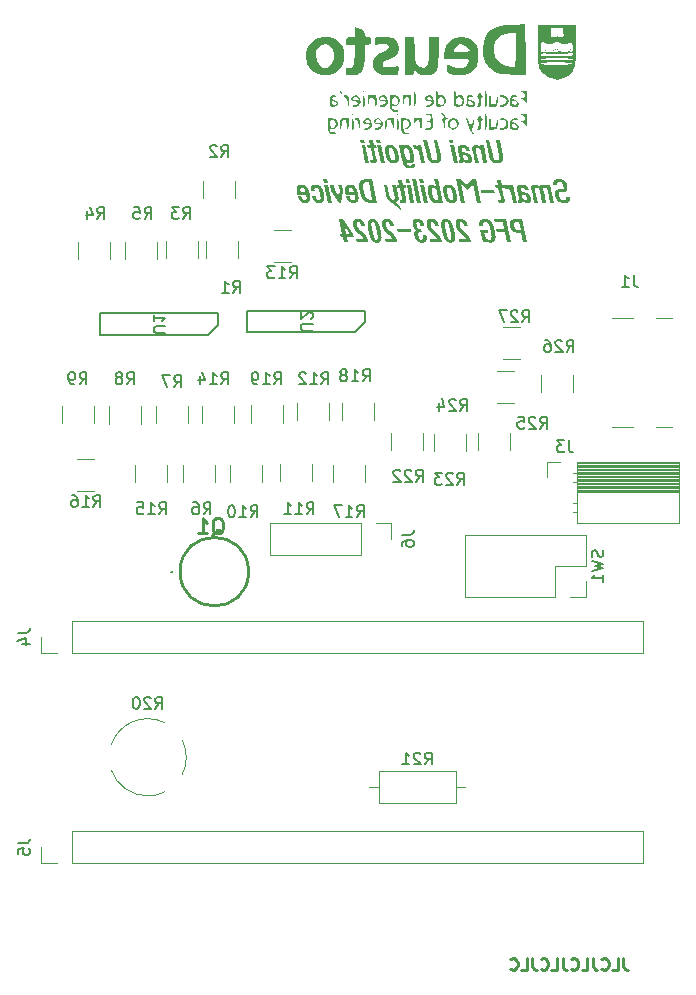
<source format=gbr>
%TF.GenerationSoftware,KiCad,Pcbnew,7.0.7*%
%TF.CreationDate,2024-05-19T18:37:36+02:00*%
%TF.ProjectId,Smart-mobility,536d6172-742d-46d6-9f62-696c6974792e,rev?*%
%TF.SameCoordinates,Original*%
%TF.FileFunction,Legend,Bot*%
%TF.FilePolarity,Positive*%
%FSLAX46Y46*%
G04 Gerber Fmt 4.6, Leading zero omitted, Abs format (unit mm)*
G04 Created by KiCad (PCBNEW 7.0.7) date 2024-05-19 18:37:36*
%MOMM*%
%LPD*%
G01*
G04 APERTURE LIST*
%ADD10C,0.250000*%
%ADD11C,0.300000*%
%ADD12C,0.150000*%
%ADD13C,0.254000*%
%ADD14C,0.120000*%
%ADD15C,0.200000*%
G04 APERTURE END LIST*
D10*
X103451717Y-112284619D02*
X103451717Y-112998904D01*
X103451717Y-112998904D02*
X103499336Y-113141761D01*
X103499336Y-113141761D02*
X103594574Y-113237000D01*
X103594574Y-113237000D02*
X103737431Y-113284619D01*
X103737431Y-113284619D02*
X103832669Y-113284619D01*
X102499336Y-113284619D02*
X102975526Y-113284619D01*
X102975526Y-113284619D02*
X102975526Y-112284619D01*
X101594574Y-113189380D02*
X101642193Y-113237000D01*
X101642193Y-113237000D02*
X101785050Y-113284619D01*
X101785050Y-113284619D02*
X101880288Y-113284619D01*
X101880288Y-113284619D02*
X102023145Y-113237000D01*
X102023145Y-113237000D02*
X102118383Y-113141761D01*
X102118383Y-113141761D02*
X102166002Y-113046523D01*
X102166002Y-113046523D02*
X102213621Y-112856047D01*
X102213621Y-112856047D02*
X102213621Y-112713190D01*
X102213621Y-112713190D02*
X102166002Y-112522714D01*
X102166002Y-112522714D02*
X102118383Y-112427476D01*
X102118383Y-112427476D02*
X102023145Y-112332238D01*
X102023145Y-112332238D02*
X101880288Y-112284619D01*
X101880288Y-112284619D02*
X101785050Y-112284619D01*
X101785050Y-112284619D02*
X101642193Y-112332238D01*
X101642193Y-112332238D02*
X101594574Y-112379857D01*
X100880288Y-112284619D02*
X100880288Y-112998904D01*
X100880288Y-112998904D02*
X100927907Y-113141761D01*
X100927907Y-113141761D02*
X101023145Y-113237000D01*
X101023145Y-113237000D02*
X101166002Y-113284619D01*
X101166002Y-113284619D02*
X101261240Y-113284619D01*
X99927907Y-113284619D02*
X100404097Y-113284619D01*
X100404097Y-113284619D02*
X100404097Y-112284619D01*
X99023145Y-113189380D02*
X99070764Y-113237000D01*
X99070764Y-113237000D02*
X99213621Y-113284619D01*
X99213621Y-113284619D02*
X99308859Y-113284619D01*
X99308859Y-113284619D02*
X99451716Y-113237000D01*
X99451716Y-113237000D02*
X99546954Y-113141761D01*
X99546954Y-113141761D02*
X99594573Y-113046523D01*
X99594573Y-113046523D02*
X99642192Y-112856047D01*
X99642192Y-112856047D02*
X99642192Y-112713190D01*
X99642192Y-112713190D02*
X99594573Y-112522714D01*
X99594573Y-112522714D02*
X99546954Y-112427476D01*
X99546954Y-112427476D02*
X99451716Y-112332238D01*
X99451716Y-112332238D02*
X99308859Y-112284619D01*
X99308859Y-112284619D02*
X99213621Y-112284619D01*
X99213621Y-112284619D02*
X99070764Y-112332238D01*
X99070764Y-112332238D02*
X99023145Y-112379857D01*
X98308859Y-112284619D02*
X98308859Y-112998904D01*
X98308859Y-112998904D02*
X98356478Y-113141761D01*
X98356478Y-113141761D02*
X98451716Y-113237000D01*
X98451716Y-113237000D02*
X98594573Y-113284619D01*
X98594573Y-113284619D02*
X98689811Y-113284619D01*
X97356478Y-113284619D02*
X97832668Y-113284619D01*
X97832668Y-113284619D02*
X97832668Y-112284619D01*
X96451716Y-113189380D02*
X96499335Y-113237000D01*
X96499335Y-113237000D02*
X96642192Y-113284619D01*
X96642192Y-113284619D02*
X96737430Y-113284619D01*
X96737430Y-113284619D02*
X96880287Y-113237000D01*
X96880287Y-113237000D02*
X96975525Y-113141761D01*
X96975525Y-113141761D02*
X97023144Y-113046523D01*
X97023144Y-113046523D02*
X97070763Y-112856047D01*
X97070763Y-112856047D02*
X97070763Y-112713190D01*
X97070763Y-112713190D02*
X97023144Y-112522714D01*
X97023144Y-112522714D02*
X96975525Y-112427476D01*
X96975525Y-112427476D02*
X96880287Y-112332238D01*
X96880287Y-112332238D02*
X96737430Y-112284619D01*
X96737430Y-112284619D02*
X96642192Y-112284619D01*
X96642192Y-112284619D02*
X96499335Y-112332238D01*
X96499335Y-112332238D02*
X96451716Y-112379857D01*
X95737430Y-112284619D02*
X95737430Y-112998904D01*
X95737430Y-112998904D02*
X95785049Y-113141761D01*
X95785049Y-113141761D02*
X95880287Y-113237000D01*
X95880287Y-113237000D02*
X96023144Y-113284619D01*
X96023144Y-113284619D02*
X96118382Y-113284619D01*
X94785049Y-113284619D02*
X95261239Y-113284619D01*
X95261239Y-113284619D02*
X95261239Y-112284619D01*
X93880287Y-113189380D02*
X93927906Y-113237000D01*
X93927906Y-113237000D02*
X94070763Y-113284619D01*
X94070763Y-113284619D02*
X94166001Y-113284619D01*
X94166001Y-113284619D02*
X94308858Y-113237000D01*
X94308858Y-113237000D02*
X94404096Y-113141761D01*
X94404096Y-113141761D02*
X94451715Y-113046523D01*
X94451715Y-113046523D02*
X94499334Y-112856047D01*
X94499334Y-112856047D02*
X94499334Y-112713190D01*
X94499334Y-112713190D02*
X94451715Y-112522714D01*
X94451715Y-112522714D02*
X94404096Y-112427476D01*
X94404096Y-112427476D02*
X94308858Y-112332238D01*
X94308858Y-112332238D02*
X94166001Y-112284619D01*
X94166001Y-112284619D02*
X94070763Y-112284619D01*
X94070763Y-112284619D02*
X93927906Y-112332238D01*
X93927906Y-112332238D02*
X93880287Y-112379857D01*
D11*
G36*
X92972504Y-43000425D02*
G01*
X92639845Y-43000425D01*
X92916328Y-44331060D01*
X92921253Y-44355238D01*
X92925770Y-44378436D01*
X92929878Y-44400652D01*
X92933578Y-44421888D01*
X92936869Y-44442143D01*
X92941041Y-44470687D01*
X92944294Y-44497023D01*
X92946628Y-44521153D01*
X92948043Y-44543076D01*
X92948540Y-44562793D01*
X92947773Y-44585649D01*
X92946126Y-44600216D01*
X92940499Y-44627191D01*
X92932227Y-44651513D01*
X92921310Y-44673181D01*
X92907749Y-44692196D01*
X92891543Y-44708558D01*
X92872692Y-44722267D01*
X92851197Y-44733322D01*
X92827057Y-44741724D01*
X92800273Y-44747473D01*
X92770843Y-44750568D01*
X92749754Y-44751158D01*
X92725742Y-44750442D01*
X92702554Y-44748296D01*
X92680191Y-44744718D01*
X92658652Y-44739709D01*
X92637937Y-44733269D01*
X92618046Y-44725398D01*
X92598980Y-44716096D01*
X92580738Y-44705362D01*
X92563321Y-44693198D01*
X92546728Y-44679602D01*
X92530959Y-44664576D01*
X92516014Y-44648118D01*
X92501894Y-44630229D01*
X92488598Y-44610909D01*
X92476126Y-44590158D01*
X92464479Y-44567976D01*
X92455465Y-44548101D01*
X92446496Y-44525355D01*
X92439800Y-44506413D01*
X92433130Y-44485857D01*
X92426485Y-44463686D01*
X92419866Y-44439901D01*
X92413273Y-44414502D01*
X92406706Y-44387488D01*
X92400164Y-44358860D01*
X92395817Y-44338878D01*
X92393648Y-44328618D01*
X92117654Y-43000425D01*
X91784995Y-43000425D01*
X92054639Y-44297843D01*
X92061993Y-44332091D01*
X92069645Y-44365224D01*
X92077594Y-44397242D01*
X92085841Y-44428147D01*
X92094386Y-44457937D01*
X92103228Y-44486612D01*
X92112368Y-44514174D01*
X92121806Y-44540621D01*
X92131541Y-44565953D01*
X92141574Y-44590171D01*
X92151905Y-44613275D01*
X92162534Y-44635265D01*
X92173460Y-44656140D01*
X92184683Y-44675901D01*
X92196205Y-44694547D01*
X92208024Y-44712079D01*
X92220826Y-44729871D01*
X92234013Y-44747097D01*
X92247585Y-44763759D01*
X92261543Y-44779856D01*
X92275887Y-44795389D01*
X92290616Y-44810356D01*
X92305730Y-44824759D01*
X92321230Y-44838597D01*
X92337116Y-44851870D01*
X92353386Y-44864578D01*
X92370043Y-44876722D01*
X92387084Y-44888300D01*
X92404511Y-44899314D01*
X92422324Y-44909763D01*
X92440522Y-44919647D01*
X92459105Y-44928967D01*
X92478074Y-44937721D01*
X92497429Y-44945911D01*
X92517168Y-44953536D01*
X92537294Y-44960596D01*
X92557804Y-44967091D01*
X92578700Y-44973022D01*
X92599982Y-44978388D01*
X92621649Y-44983189D01*
X92643701Y-44987425D01*
X92666139Y-44991096D01*
X92688963Y-44994202D01*
X92712172Y-44996744D01*
X92735766Y-44998721D01*
X92759745Y-45000133D01*
X92784111Y-45000980D01*
X92808861Y-45001263D01*
X92833271Y-45000964D01*
X92857040Y-45000068D01*
X92880169Y-44998575D01*
X92902658Y-44996485D01*
X92924507Y-44993797D01*
X92945715Y-44990512D01*
X92966284Y-44986630D01*
X92986212Y-44982151D01*
X93005500Y-44977074D01*
X93042156Y-44965129D01*
X93076250Y-44950795D01*
X93107784Y-44934072D01*
X93136758Y-44914960D01*
X93163170Y-44893459D01*
X93187022Y-44869569D01*
X93208313Y-44843290D01*
X93227044Y-44814622D01*
X93243213Y-44783565D01*
X93256822Y-44750119D01*
X93267870Y-44714284D01*
X93272434Y-44695471D01*
X93276786Y-44670996D01*
X93279584Y-44643550D01*
X93280586Y-44623602D01*
X93280897Y-44602334D01*
X93280517Y-44579745D01*
X93279447Y-44555836D01*
X93277685Y-44530607D01*
X93275233Y-44504057D01*
X93272091Y-44476186D01*
X93268257Y-44446995D01*
X93263733Y-44416484D01*
X93258518Y-44384652D01*
X93252612Y-44351500D01*
X93246016Y-44317028D01*
X93238729Y-44281235D01*
X92972504Y-43000425D01*
G37*
G36*
X91312141Y-43469371D02*
G01*
X91325330Y-43534829D01*
X91330589Y-43557818D01*
X91335375Y-43577693D01*
X91340691Y-43598158D01*
X91346892Y-43618634D01*
X91354151Y-43631549D01*
X91341271Y-43612844D01*
X91325529Y-43594283D01*
X91310874Y-43579536D01*
X91294388Y-43564882D01*
X91276069Y-43550319D01*
X91255919Y-43535847D01*
X91239605Y-43525054D01*
X91222260Y-43514312D01*
X91198443Y-43500694D01*
X91174438Y-43488415D01*
X91150243Y-43477475D01*
X91125860Y-43467875D01*
X91101288Y-43459615D01*
X91076527Y-43452694D01*
X91051577Y-43447113D01*
X91026438Y-43442871D01*
X91001110Y-43439969D01*
X90975593Y-43438406D01*
X90958477Y-43438108D01*
X90930602Y-43438881D01*
X90903946Y-43441200D01*
X90878510Y-43445064D01*
X90854293Y-43450473D01*
X90831295Y-43457428D01*
X90809516Y-43465929D01*
X90788957Y-43475976D01*
X90769617Y-43487568D01*
X90751496Y-43500705D01*
X90734594Y-43515388D01*
X90724004Y-43526036D01*
X90708750Y-43544141D01*
X90695411Y-43563834D01*
X90683986Y-43585116D01*
X90674476Y-43607987D01*
X90666881Y-43632446D01*
X90661201Y-43658494D01*
X90657436Y-43686130D01*
X90655586Y-43715355D01*
X90655416Y-43735720D01*
X90656097Y-43756792D01*
X90657629Y-43778570D01*
X90660013Y-43801053D01*
X90662898Y-43820917D01*
X90666351Y-43841511D01*
X90670759Y-43865778D01*
X90674972Y-43887836D01*
X90679796Y-43912245D01*
X90683815Y-43932094D01*
X90688177Y-43953266D01*
X90691276Y-43968115D01*
X90899371Y-44970000D01*
X91217375Y-44970000D01*
X91017584Y-44009148D01*
X91013232Y-43988004D01*
X91009211Y-43967802D01*
X91005523Y-43948543D01*
X91000613Y-43921423D01*
X90996449Y-43896422D01*
X90993033Y-43873543D01*
X90990364Y-43852785D01*
X90987968Y-43828407D01*
X90986899Y-43807799D01*
X90987431Y-43787341D01*
X90987786Y-43783956D01*
X90992236Y-43761516D01*
X90999968Y-43742069D01*
X91010982Y-43725613D01*
X91025278Y-43712149D01*
X91042856Y-43701677D01*
X91063715Y-43694197D01*
X91087857Y-43689709D01*
X91108118Y-43688307D01*
X91115281Y-43688213D01*
X91138075Y-43689162D01*
X91160293Y-43692008D01*
X91181935Y-43696752D01*
X91203003Y-43703394D01*
X91223495Y-43711934D01*
X91243411Y-43722371D01*
X91262753Y-43734706D01*
X91281519Y-43748938D01*
X91299710Y-43765068D01*
X91317325Y-43783096D01*
X91328750Y-43796168D01*
X91342972Y-43815329D01*
X91353509Y-43832529D01*
X91363298Y-43851393D01*
X91372339Y-43871920D01*
X91380632Y-43894112D01*
X91388176Y-43917968D01*
X91393344Y-43936951D01*
X91398091Y-43956871D01*
X91399580Y-43963719D01*
X91608652Y-44970000D01*
X91926656Y-44970000D01*
X91615002Y-43469371D01*
X91312141Y-43469371D01*
G37*
G36*
X89887037Y-43438723D02*
G01*
X89921514Y-43440566D01*
X89954998Y-43443638D01*
X89987490Y-43447939D01*
X90018990Y-43453469D01*
X90049497Y-43460228D01*
X90079012Y-43468215D01*
X90107535Y-43477431D01*
X90135066Y-43487877D01*
X90161605Y-43499551D01*
X90187151Y-43512454D01*
X90211705Y-43526585D01*
X90235267Y-43541946D01*
X90257836Y-43558535D01*
X90279414Y-43576354D01*
X90299999Y-43595401D01*
X90306658Y-43602065D01*
X90325949Y-43623626D01*
X90338238Y-43639307D01*
X90350068Y-43656034D01*
X90361441Y-43673807D01*
X90372356Y-43692625D01*
X90382812Y-43712488D01*
X90392811Y-43733398D01*
X90402352Y-43755353D01*
X90411434Y-43778354D01*
X90420059Y-43802400D01*
X90428226Y-43827493D01*
X90435935Y-43853630D01*
X90443186Y-43880814D01*
X90449979Y-43909043D01*
X90456314Y-43938318D01*
X90159315Y-43938318D01*
X90155771Y-43922158D01*
X90150220Y-43899141D01*
X90144385Y-43877593D01*
X90138267Y-43857513D01*
X90131866Y-43838901D01*
X90122890Y-43816370D01*
X90113410Y-43796449D01*
X90100852Y-43775218D01*
X90087507Y-43758066D01*
X90074945Y-43745583D01*
X90056726Y-43730848D01*
X90036828Y-43718296D01*
X90015251Y-43707928D01*
X89991994Y-43699742D01*
X89967058Y-43693739D01*
X89947255Y-43690669D01*
X89926506Y-43688827D01*
X89904814Y-43688213D01*
X89883026Y-43688967D01*
X89853594Y-43692924D01*
X89828060Y-43700273D01*
X89806425Y-43711013D01*
X89788688Y-43725145D01*
X89774849Y-43742669D01*
X89764908Y-43763585D01*
X89758866Y-43787892D01*
X89756722Y-43815591D01*
X89757459Y-43835942D01*
X89759928Y-43857800D01*
X89764130Y-43881165D01*
X89767138Y-43894381D01*
X89772396Y-43913989D01*
X89778969Y-43933786D01*
X89787089Y-43952972D01*
X89795666Y-43968698D01*
X89808855Y-43985963D01*
X89825204Y-44001476D01*
X89841242Y-44013066D01*
X89859474Y-44023439D01*
X89879901Y-44032595D01*
X89900738Y-44040352D01*
X89919667Y-44046611D01*
X89942626Y-44053740D01*
X89962489Y-44059657D01*
X89984620Y-44066064D01*
X90009018Y-44072961D01*
X90035682Y-44080347D01*
X90054718Y-44085543D01*
X90074761Y-44090956D01*
X90095812Y-44096587D01*
X90104667Y-44098861D01*
X90130158Y-44105487D01*
X90154035Y-44111821D01*
X90176297Y-44117863D01*
X90196945Y-44123613D01*
X90221965Y-44130826D01*
X90244115Y-44137520D01*
X90267766Y-44145157D01*
X90290229Y-44153251D01*
X90313424Y-44162304D01*
X90335628Y-44171875D01*
X90356839Y-44181965D01*
X90377057Y-44192575D01*
X90396284Y-44203703D01*
X90414518Y-44215350D01*
X90431760Y-44227517D01*
X90448010Y-44240202D01*
X90464510Y-44254763D01*
X90480303Y-44270114D01*
X90495391Y-44286255D01*
X90509773Y-44303186D01*
X90523448Y-44320907D01*
X90536418Y-44339418D01*
X90548682Y-44358719D01*
X90560239Y-44378810D01*
X90571091Y-44399691D01*
X90581237Y-44421361D01*
X90590676Y-44443822D01*
X90599410Y-44467073D01*
X90607437Y-44491114D01*
X90614759Y-44515944D01*
X90621375Y-44541565D01*
X90627284Y-44567976D01*
X90629856Y-44580740D01*
X90634309Y-44605733D01*
X90637843Y-44630012D01*
X90640457Y-44653578D01*
X90642152Y-44676430D01*
X90642927Y-44698568D01*
X90642782Y-44719993D01*
X90641717Y-44740704D01*
X90639732Y-44760701D01*
X90635031Y-44789359D01*
X90628261Y-44816411D01*
X90619421Y-44841858D01*
X90608511Y-44865699D01*
X90595532Y-44887934D01*
X90590780Y-44894906D01*
X90575184Y-44914495D01*
X90557578Y-44932092D01*
X90537964Y-44947697D01*
X90516340Y-44961310D01*
X90492706Y-44972930D01*
X90467064Y-44982559D01*
X90439412Y-44990195D01*
X90419861Y-44994180D01*
X90399417Y-44997278D01*
X90378080Y-44999492D01*
X90355850Y-45000820D01*
X90332727Y-45001263D01*
X90308175Y-45000763D01*
X90284100Y-44999263D01*
X90260502Y-44996763D01*
X90237381Y-44993264D01*
X90214737Y-44988764D01*
X90192570Y-44983265D01*
X90170880Y-44976766D01*
X90149667Y-44969267D01*
X90128931Y-44960768D01*
X90108673Y-44951269D01*
X90088891Y-44940771D01*
X90069586Y-44929272D01*
X90050758Y-44916774D01*
X90032408Y-44903275D01*
X90014534Y-44888777D01*
X89997138Y-44873279D01*
X89989129Y-44865948D01*
X89972980Y-44850944D01*
X89958875Y-44837404D01*
X89945358Y-44822965D01*
X89945779Y-44834152D01*
X89942649Y-44854836D01*
X89936986Y-44875368D01*
X89929726Y-44896238D01*
X89924937Y-44908956D01*
X89915821Y-44926494D01*
X89900060Y-44947007D01*
X89885534Y-44960237D01*
X89868690Y-44971622D01*
X89849527Y-44981160D01*
X89828046Y-44988852D01*
X89804247Y-44994699D01*
X89778129Y-44998699D01*
X89749693Y-45000852D01*
X89729447Y-45001263D01*
X89709824Y-45000797D01*
X89689788Y-44999400D01*
X89669341Y-44997072D01*
X89648481Y-44993813D01*
X89627209Y-44989623D01*
X89605525Y-44984501D01*
X89583428Y-44978449D01*
X89560920Y-44971465D01*
X89511583Y-44733084D01*
X89517565Y-44735273D01*
X89536548Y-44741821D01*
X89556491Y-44747698D01*
X89577528Y-44751158D01*
X89592034Y-44749989D01*
X89610810Y-44742547D01*
X89622469Y-44726734D01*
X89624384Y-44717935D01*
X89624621Y-44696464D01*
X89622514Y-44674391D01*
X89619263Y-44652087D01*
X89615684Y-44631685D01*
X89611234Y-44609009D01*
X89526260Y-44200538D01*
X89823530Y-44200538D01*
X89830203Y-44216664D01*
X89835899Y-44235796D01*
X89841211Y-44255686D01*
X89847195Y-44279653D01*
X89852124Y-44300302D01*
X89857431Y-44323244D01*
X89878924Y-44427292D01*
X89885301Y-44455641D01*
X89892159Y-44482435D01*
X89899498Y-44507676D01*
X89907317Y-44531362D01*
X89915618Y-44553494D01*
X89924399Y-44574072D01*
X89933661Y-44593096D01*
X89943404Y-44610566D01*
X89957143Y-44631441D01*
X89971736Y-44649553D01*
X89983269Y-44661857D01*
X90000998Y-44678824D01*
X90019241Y-44694005D01*
X90038000Y-44707400D01*
X90057275Y-44719009D01*
X90077064Y-44728833D01*
X90097369Y-44736870D01*
X90118188Y-44743121D01*
X90139523Y-44747586D01*
X90161374Y-44750265D01*
X90183739Y-44751158D01*
X90211916Y-44749385D01*
X90236547Y-44744065D01*
X90257632Y-44735200D01*
X90275170Y-44722788D01*
X90289162Y-44706829D01*
X90299607Y-44687325D01*
X90306507Y-44664274D01*
X90309860Y-44637677D01*
X90310125Y-44617975D01*
X90308814Y-44596697D01*
X90305927Y-44573843D01*
X90301464Y-44549413D01*
X90295488Y-44524020D01*
X90288550Y-44500107D01*
X90280650Y-44477675D01*
X90271789Y-44456723D01*
X90261965Y-44437252D01*
X90251181Y-44419262D01*
X90239434Y-44402753D01*
X90226726Y-44387725D01*
X90220646Y-44381315D01*
X90203010Y-44365842D01*
X90186394Y-44354031D01*
X90167549Y-44342723D01*
X90146476Y-44331919D01*
X90123173Y-44321619D01*
X90104234Y-44314225D01*
X90084041Y-44307113D01*
X90062595Y-44300286D01*
X90044200Y-44294525D01*
X90018154Y-44286263D01*
X89993962Y-44278456D01*
X89971626Y-44271105D01*
X89951144Y-44264208D01*
X89932516Y-44257767D01*
X89910565Y-44249886D01*
X89887763Y-44241173D01*
X89867200Y-44232386D01*
X89849981Y-44223563D01*
X89833609Y-44212448D01*
X89823530Y-44200538D01*
X89526260Y-44200538D01*
X89472015Y-43939783D01*
X89469303Y-43926659D01*
X89464277Y-43901166D01*
X89459782Y-43876681D01*
X89455817Y-43853203D01*
X89452382Y-43830733D01*
X89449478Y-43809270D01*
X89447104Y-43788814D01*
X89444538Y-43760020D01*
X89443166Y-43733493D01*
X89442987Y-43709233D01*
X89444001Y-43687240D01*
X89446210Y-43667513D01*
X89451010Y-43644738D01*
X89455010Y-43632025D01*
X89464658Y-43607811D01*
X89476503Y-43585211D01*
X89490547Y-43564225D01*
X89506789Y-43544853D01*
X89525230Y-43527096D01*
X89545868Y-43510953D01*
X89568705Y-43496425D01*
X89593740Y-43483510D01*
X89620973Y-43472210D01*
X89650404Y-43462525D01*
X89682034Y-43454453D01*
X89715861Y-43447996D01*
X89751887Y-43443153D01*
X89790111Y-43439924D01*
X89810047Y-43438916D01*
X89830533Y-43438310D01*
X89851569Y-43438108D01*
X89887037Y-43438723D01*
G37*
G36*
X89105651Y-43469371D02*
G01*
X88787647Y-43469371D01*
X89099301Y-44970000D01*
X89417305Y-44970000D01*
X89105651Y-43469371D01*
G37*
G36*
X89007954Y-43000425D02*
G01*
X88689950Y-43000425D01*
X88754918Y-43313056D01*
X89072923Y-43313056D01*
X89007954Y-43000425D01*
G37*
G36*
X87718352Y-43000425D02*
G01*
X87385693Y-43000425D01*
X87662176Y-44331060D01*
X87667101Y-44355238D01*
X87671617Y-44378436D01*
X87675726Y-44400652D01*
X87679426Y-44421888D01*
X87682717Y-44442143D01*
X87686889Y-44470687D01*
X87690142Y-44497023D01*
X87692476Y-44521153D01*
X87693891Y-44543076D01*
X87694388Y-44562793D01*
X87693621Y-44585649D01*
X87691974Y-44600216D01*
X87686346Y-44627191D01*
X87678075Y-44651513D01*
X87667158Y-44673181D01*
X87653597Y-44692196D01*
X87637391Y-44708558D01*
X87618540Y-44722267D01*
X87597045Y-44733322D01*
X87572905Y-44741724D01*
X87546120Y-44747473D01*
X87516691Y-44750568D01*
X87495602Y-44751158D01*
X87471590Y-44750442D01*
X87448402Y-44748296D01*
X87426039Y-44744718D01*
X87404500Y-44739709D01*
X87383785Y-44733269D01*
X87363894Y-44725398D01*
X87344828Y-44716096D01*
X87326586Y-44705362D01*
X87309169Y-44693198D01*
X87292575Y-44679602D01*
X87276806Y-44664576D01*
X87261862Y-44648118D01*
X87247742Y-44630229D01*
X87234446Y-44610909D01*
X87221974Y-44590158D01*
X87210327Y-44567976D01*
X87201313Y-44548101D01*
X87192344Y-44525355D01*
X87185648Y-44506413D01*
X87178978Y-44485857D01*
X87172333Y-44463686D01*
X87165714Y-44439901D01*
X87159121Y-44414502D01*
X87152554Y-44387488D01*
X87146012Y-44358860D01*
X87141665Y-44338878D01*
X87139496Y-44328618D01*
X86863502Y-43000425D01*
X86530843Y-43000425D01*
X86800487Y-44297843D01*
X86807841Y-44332091D01*
X86815493Y-44365224D01*
X86823442Y-44397242D01*
X86831689Y-44428147D01*
X86840234Y-44457937D01*
X86849076Y-44486612D01*
X86858216Y-44514174D01*
X86867654Y-44540621D01*
X86877389Y-44565953D01*
X86887422Y-44590171D01*
X86897753Y-44613275D01*
X86908381Y-44635265D01*
X86919307Y-44656140D01*
X86930531Y-44675901D01*
X86942053Y-44694547D01*
X86953872Y-44712079D01*
X86966673Y-44729871D01*
X86979861Y-44747097D01*
X86993433Y-44763759D01*
X87007391Y-44779856D01*
X87021735Y-44795389D01*
X87036464Y-44810356D01*
X87051578Y-44824759D01*
X87067078Y-44838597D01*
X87082964Y-44851870D01*
X87099234Y-44864578D01*
X87115890Y-44876722D01*
X87132932Y-44888300D01*
X87150359Y-44899314D01*
X87168172Y-44909763D01*
X87186370Y-44919647D01*
X87204953Y-44928967D01*
X87223922Y-44937721D01*
X87243277Y-44945911D01*
X87263016Y-44953536D01*
X87283142Y-44960596D01*
X87303652Y-44967091D01*
X87324548Y-44973022D01*
X87345830Y-44978388D01*
X87367497Y-44983189D01*
X87389549Y-44987425D01*
X87411987Y-44991096D01*
X87434811Y-44994202D01*
X87458019Y-44996744D01*
X87481614Y-44998721D01*
X87505593Y-45000133D01*
X87529958Y-45000980D01*
X87554709Y-45001263D01*
X87579119Y-45000964D01*
X87602888Y-45000068D01*
X87626017Y-44998575D01*
X87648506Y-44996485D01*
X87670355Y-44993797D01*
X87691563Y-44990512D01*
X87712132Y-44986630D01*
X87732060Y-44982151D01*
X87751348Y-44977074D01*
X87788003Y-44965129D01*
X87822098Y-44950795D01*
X87853632Y-44934072D01*
X87882606Y-44914960D01*
X87909018Y-44893459D01*
X87932870Y-44869569D01*
X87954161Y-44843290D01*
X87972891Y-44814622D01*
X87989061Y-44783565D01*
X88002670Y-44750119D01*
X88013718Y-44714284D01*
X88018282Y-44695471D01*
X88022634Y-44670996D01*
X88025432Y-44643550D01*
X88026434Y-44623602D01*
X88026745Y-44602334D01*
X88026365Y-44579745D01*
X88025294Y-44555836D01*
X88023533Y-44530607D01*
X88021081Y-44504057D01*
X88017938Y-44476186D01*
X88014105Y-44446995D01*
X88009581Y-44416484D01*
X88004366Y-44384652D01*
X87998460Y-44351500D01*
X87991864Y-44317028D01*
X87984576Y-44281235D01*
X87718352Y-43000425D01*
G37*
G36*
X86362315Y-43469371D02*
G01*
X86059454Y-43469371D01*
X86074597Y-43542644D01*
X86079416Y-43563816D01*
X86084346Y-43583734D01*
X86091093Y-43608342D01*
X86098039Y-43630721D01*
X86105183Y-43650871D01*
X86114392Y-43672924D01*
X86123912Y-43691495D01*
X86131750Y-43703845D01*
X86110848Y-43671666D01*
X86089298Y-43641563D01*
X86067098Y-43613536D01*
X86044250Y-43587585D01*
X86020753Y-43563710D01*
X85996608Y-43541912D01*
X85971813Y-43522189D01*
X85946370Y-43504542D01*
X85920278Y-43488972D01*
X85893537Y-43475478D01*
X85866148Y-43464059D01*
X85838109Y-43454717D01*
X85809422Y-43447451D01*
X85780086Y-43442260D01*
X85750102Y-43439146D01*
X85719468Y-43438108D01*
X85698221Y-43438729D01*
X85677445Y-43440118D01*
X85656511Y-43441984D01*
X85636522Y-43444068D01*
X85633006Y-43444459D01*
X85703348Y-43784933D01*
X85723262Y-43784246D01*
X85745084Y-43783516D01*
X85766768Y-43782829D01*
X85788040Y-43782234D01*
X85801534Y-43782002D01*
X85824273Y-43782495D01*
X85846452Y-43783971D01*
X85868069Y-43786433D01*
X85889125Y-43789879D01*
X85909621Y-43794310D01*
X85929555Y-43799725D01*
X85948929Y-43806125D01*
X85967741Y-43813510D01*
X85985993Y-43821879D01*
X86003683Y-43831232D01*
X86020812Y-43841571D01*
X86037381Y-43852894D01*
X86053388Y-43865201D01*
X86068835Y-43878493D01*
X86083720Y-43892770D01*
X86098045Y-43908032D01*
X86111640Y-43923854D01*
X86123484Y-43939814D01*
X86135088Y-43958607D01*
X86144308Y-43977587D01*
X86150313Y-43994005D01*
X86156032Y-44013636D01*
X86161227Y-44034420D01*
X86165588Y-44053524D01*
X86168875Y-44068743D01*
X86355965Y-44970000D01*
X86673969Y-44970000D01*
X86362315Y-43469371D01*
G37*
G36*
X85104001Y-43438854D02*
G01*
X85131797Y-43441093D01*
X85159032Y-43444823D01*
X85185706Y-43450046D01*
X85211819Y-43456761D01*
X85237371Y-43464967D01*
X85262362Y-43474667D01*
X85286792Y-43485858D01*
X85310661Y-43498541D01*
X85333969Y-43512717D01*
X85356716Y-43528385D01*
X85378902Y-43545545D01*
X85400527Y-43564197D01*
X85421591Y-43584341D01*
X85442094Y-43605978D01*
X85462036Y-43629106D01*
X85480948Y-43653273D01*
X85499337Y-43679245D01*
X85517203Y-43707022D01*
X85534546Y-43736604D01*
X85551366Y-43767991D01*
X85567664Y-43801183D01*
X85583438Y-43836180D01*
X85591130Y-43854356D01*
X85598690Y-43872983D01*
X85606120Y-43892061D01*
X85613419Y-43911590D01*
X85620588Y-43931571D01*
X85627625Y-43952003D01*
X85634532Y-43972886D01*
X85641309Y-43994221D01*
X85647954Y-44016006D01*
X85654469Y-44038244D01*
X85660853Y-44060932D01*
X85667107Y-44084072D01*
X85673230Y-44107662D01*
X85679222Y-44131705D01*
X85685083Y-44156198D01*
X85690814Y-44181143D01*
X85696414Y-44206539D01*
X85701883Y-44232386D01*
X85711272Y-44279690D01*
X85719472Y-44325492D01*
X85726484Y-44369793D01*
X85732306Y-44412592D01*
X85736940Y-44453889D01*
X85740385Y-44493684D01*
X85742642Y-44531978D01*
X85743709Y-44568770D01*
X85743588Y-44604060D01*
X85742278Y-44637848D01*
X85739780Y-44670135D01*
X85736092Y-44700920D01*
X85731216Y-44730204D01*
X85725151Y-44757985D01*
X85717897Y-44784265D01*
X85709454Y-44809043D01*
X85699823Y-44832320D01*
X85689003Y-44854095D01*
X85676994Y-44874368D01*
X85663796Y-44893139D01*
X85649410Y-44910409D01*
X85633834Y-44926177D01*
X85617070Y-44940443D01*
X85599118Y-44953208D01*
X85579976Y-44964471D01*
X85559646Y-44974232D01*
X85538127Y-44982491D01*
X85515419Y-44989249D01*
X85491522Y-44994505D01*
X85466437Y-44998259D01*
X85440162Y-45000512D01*
X85412699Y-45001263D01*
X85402543Y-45001160D01*
X85382477Y-45000335D01*
X85362739Y-44998687D01*
X85343330Y-44996214D01*
X85314830Y-44990959D01*
X85287070Y-44983849D01*
X85260047Y-44974884D01*
X85233764Y-44964065D01*
X85208218Y-44951391D01*
X85183412Y-44936863D01*
X85159343Y-44920479D01*
X85143708Y-44908527D01*
X85128401Y-44895750D01*
X85122348Y-44890266D01*
X85107150Y-44875053D01*
X85091856Y-44857694D01*
X85079552Y-44842260D01*
X85067187Y-44825454D01*
X85063532Y-44820107D01*
X85068746Y-44835055D01*
X85074179Y-44856671D01*
X85094695Y-44947529D01*
X85099485Y-44967963D01*
X85104696Y-44987314D01*
X85112298Y-45011433D01*
X85120648Y-45033629D01*
X85129746Y-45053901D01*
X85139592Y-45072249D01*
X85152951Y-45092481D01*
X85167479Y-45109706D01*
X85176829Y-45119289D01*
X85191799Y-45132504D01*
X85207902Y-45144328D01*
X85225138Y-45154761D01*
X85243508Y-45163802D01*
X85263011Y-45171453D01*
X85283647Y-45177713D01*
X85305417Y-45182581D01*
X85328321Y-45186059D01*
X85352358Y-45188146D01*
X85377528Y-45188841D01*
X85397642Y-45188230D01*
X85425158Y-45185025D01*
X85449488Y-45179071D01*
X85470633Y-45170370D01*
X85488592Y-45158921D01*
X85503365Y-45144725D01*
X85514953Y-45127780D01*
X85523355Y-45108088D01*
X85528572Y-45085648D01*
X85530602Y-45060461D01*
X85529447Y-45032526D01*
X85830355Y-45032526D01*
X85833576Y-45057530D01*
X85835791Y-45081741D01*
X85836999Y-45105157D01*
X85837201Y-45127780D01*
X85836396Y-45149610D01*
X85834585Y-45170645D01*
X85831767Y-45190887D01*
X85823112Y-45228989D01*
X85810430Y-45263915D01*
X85793722Y-45295667D01*
X85772988Y-45324243D01*
X85748228Y-45349644D01*
X85719442Y-45371871D01*
X85686630Y-45390922D01*
X85668713Y-45399256D01*
X85649791Y-45406797D01*
X85629862Y-45413545D01*
X85608926Y-45419498D01*
X85586984Y-45424658D01*
X85564035Y-45429023D01*
X85540080Y-45432595D01*
X85515118Y-45435374D01*
X85489149Y-45437358D01*
X85462174Y-45438549D01*
X85434193Y-45438946D01*
X85404089Y-45438524D01*
X85374657Y-45437257D01*
X85345895Y-45435146D01*
X85317803Y-45432191D01*
X85290383Y-45428391D01*
X85263633Y-45423747D01*
X85237554Y-45418259D01*
X85212145Y-45411926D01*
X85187408Y-45404749D01*
X85163341Y-45396728D01*
X85139944Y-45387862D01*
X85117219Y-45378152D01*
X85095164Y-45367598D01*
X85073780Y-45356199D01*
X85053066Y-45343956D01*
X85033024Y-45330868D01*
X85013652Y-45316936D01*
X84994950Y-45302160D01*
X84976920Y-45286540D01*
X84959560Y-45270075D01*
X84942871Y-45252765D01*
X84926853Y-45234612D01*
X84911505Y-45215614D01*
X84896828Y-45195771D01*
X84882822Y-45175085D01*
X84869486Y-45153554D01*
X84856821Y-45131178D01*
X84844827Y-45107959D01*
X84833504Y-45083894D01*
X84822851Y-45058986D01*
X84812869Y-45033233D01*
X84803558Y-45006636D01*
X84798849Y-44992146D01*
X84792171Y-44969634D01*
X84786861Y-44950355D01*
X84781294Y-44929024D01*
X84775470Y-44905642D01*
X84769387Y-44880206D01*
X84763048Y-44852719D01*
X84758678Y-44833254D01*
X84754194Y-44812877D01*
X84749595Y-44791588D01*
X84744882Y-44769386D01*
X84740054Y-44746273D01*
X84565591Y-43906405D01*
X84895271Y-43906405D01*
X84895878Y-43931444D01*
X84897313Y-43958036D01*
X84899576Y-43986181D01*
X84902667Y-44015880D01*
X84906587Y-44047131D01*
X84911334Y-44079936D01*
X84916910Y-44114294D01*
X84923313Y-44150206D01*
X84930545Y-44187670D01*
X84934472Y-44206985D01*
X84938270Y-44225011D01*
X84945941Y-44260045D01*
X84953711Y-44293720D01*
X84961580Y-44326036D01*
X84969548Y-44356994D01*
X84977616Y-44386593D01*
X84985783Y-44414834D01*
X84994049Y-44441716D01*
X85002414Y-44467239D01*
X85010879Y-44491404D01*
X85019443Y-44514210D01*
X85028106Y-44535657D01*
X85036868Y-44555746D01*
X85045729Y-44574477D01*
X85054690Y-44591849D01*
X85068317Y-44615359D01*
X85079218Y-44631803D01*
X85096150Y-44654481D01*
X85113777Y-44674771D01*
X85132099Y-44692674D01*
X85151117Y-44708190D01*
X85170831Y-44721319D01*
X85191240Y-44732061D01*
X85212344Y-44740416D01*
X85234144Y-44746384D01*
X85256640Y-44749964D01*
X85279831Y-44751158D01*
X85292776Y-44750713D01*
X85316834Y-44747157D01*
X85338449Y-44740043D01*
X85357622Y-44729373D01*
X85374353Y-44715145D01*
X85388641Y-44697362D01*
X85400487Y-44676021D01*
X85407769Y-44657681D01*
X85413676Y-44637341D01*
X85416630Y-44622698D01*
X85419773Y-44598028D01*
X85421370Y-44570113D01*
X85421576Y-44549700D01*
X85421095Y-44527844D01*
X85419927Y-44504545D01*
X85418073Y-44479804D01*
X85415531Y-44453621D01*
X85412302Y-44425994D01*
X85408387Y-44396926D01*
X85403784Y-44366414D01*
X85398495Y-44334461D01*
X85392519Y-44301064D01*
X85385855Y-44266225D01*
X85378505Y-44229944D01*
X85374921Y-44212843D01*
X85367682Y-44179539D01*
X85360347Y-44147428D01*
X85352917Y-44116512D01*
X85345391Y-44086791D01*
X85337770Y-44058264D01*
X85330053Y-44030932D01*
X85322241Y-44004794D01*
X85314334Y-43979851D01*
X85306331Y-43956102D01*
X85298233Y-43933548D01*
X85290039Y-43912188D01*
X85281750Y-43892023D01*
X85273366Y-43873052D01*
X85264886Y-43855276D01*
X85251987Y-43830851D01*
X85241783Y-43813578D01*
X85225760Y-43789759D01*
X85208879Y-43768447D01*
X85191139Y-43749642D01*
X85172540Y-43733345D01*
X85153082Y-43719554D01*
X85132766Y-43708271D01*
X85111592Y-43699496D01*
X85089558Y-43693228D01*
X85066666Y-43689467D01*
X85042916Y-43688213D01*
X85019491Y-43689671D01*
X84998066Y-43694044D01*
X84978642Y-43701333D01*
X84961216Y-43711538D01*
X84945791Y-43724659D01*
X84932365Y-43740695D01*
X84920939Y-43759646D01*
X84911513Y-43781514D01*
X84909021Y-43788791D01*
X84902789Y-43812952D01*
X84898420Y-43840609D01*
X84896542Y-43860988D01*
X84895493Y-43882920D01*
X84895271Y-43906405D01*
X84565591Y-43906405D01*
X84474807Y-43469371D01*
X84776202Y-43469371D01*
X84787926Y-43528478D01*
X84789063Y-43533829D01*
X84793142Y-43553551D01*
X84797190Y-43574426D01*
X84800893Y-43596599D01*
X84801115Y-43616406D01*
X84807111Y-43594815D01*
X84814594Y-43574617D01*
X84823566Y-43555812D01*
X84834027Y-43538401D01*
X84845976Y-43522382D01*
X84859413Y-43507756D01*
X84874338Y-43494523D01*
X84890752Y-43482683D01*
X84908655Y-43472236D01*
X84928045Y-43463181D01*
X84948924Y-43455520D01*
X84971291Y-43449252D01*
X84995147Y-43444377D01*
X85020491Y-43440894D01*
X85047323Y-43438805D01*
X85075644Y-43438108D01*
X85104001Y-43438854D01*
G37*
G36*
X83721529Y-43438841D02*
G01*
X83755382Y-43441039D01*
X83788437Y-43444703D01*
X83820694Y-43449832D01*
X83852153Y-43456427D01*
X83882815Y-43464487D01*
X83912680Y-43474012D01*
X83941747Y-43485003D01*
X83970016Y-43497459D01*
X83997488Y-43511381D01*
X84024161Y-43526769D01*
X84050038Y-43543621D01*
X84075117Y-43561939D01*
X84099398Y-43581723D01*
X84122881Y-43602972D01*
X84145567Y-43625687D01*
X84156138Y-43637228D01*
X84176768Y-43661599D01*
X84196720Y-43687687D01*
X84215992Y-43715493D01*
X84234585Y-43745016D01*
X84252499Y-43776256D01*
X84269733Y-43809213D01*
X84286288Y-43843888D01*
X84294311Y-43861870D01*
X84302164Y-43880280D01*
X84309847Y-43899121D01*
X84317361Y-43918390D01*
X84324704Y-43938089D01*
X84331878Y-43958217D01*
X84338882Y-43978774D01*
X84345716Y-43999761D01*
X84352380Y-44021177D01*
X84358874Y-44043023D01*
X84365199Y-44065297D01*
X84371354Y-44088001D01*
X84377339Y-44111135D01*
X84383154Y-44134698D01*
X84388799Y-44158690D01*
X84394274Y-44183111D01*
X84399580Y-44207962D01*
X84402671Y-44222950D01*
X84408529Y-44252362D01*
X84413955Y-44281022D01*
X84418951Y-44308931D01*
X84423515Y-44336088D01*
X84427648Y-44362493D01*
X84431350Y-44388146D01*
X84434621Y-44413047D01*
X84437460Y-44437197D01*
X84439868Y-44460594D01*
X84441845Y-44483240D01*
X84443391Y-44505134D01*
X84444505Y-44526277D01*
X84445188Y-44546667D01*
X84445440Y-44566306D01*
X84445009Y-44594354D01*
X84443505Y-44623425D01*
X84441071Y-44651408D01*
X84437705Y-44678303D01*
X84433408Y-44704111D01*
X84428179Y-44728831D01*
X84422020Y-44752463D01*
X84414929Y-44775008D01*
X84406907Y-44796465D01*
X84397954Y-44816834D01*
X84388070Y-44836116D01*
X84377255Y-44854310D01*
X84365508Y-44871417D01*
X84352830Y-44887436D01*
X84339221Y-44902367D01*
X84324681Y-44916211D01*
X84309210Y-44928967D01*
X84303233Y-44933415D01*
X84284282Y-44945911D01*
X84263803Y-44957137D01*
X84241795Y-44967091D01*
X84218259Y-44975775D01*
X84193195Y-44983189D01*
X84166602Y-44989331D01*
X84138481Y-44994202D01*
X84118884Y-44996744D01*
X84098608Y-44998721D01*
X84077653Y-45000133D01*
X84056018Y-45000980D01*
X84033704Y-45001263D01*
X84023345Y-45001214D01*
X84002940Y-45000825D01*
X83982950Y-45000046D01*
X83953745Y-44998148D01*
X83925476Y-44995375D01*
X83898144Y-44991726D01*
X83871747Y-44987200D01*
X83846286Y-44981799D01*
X83821761Y-44975523D01*
X83798172Y-44968370D01*
X83775519Y-44960341D01*
X83753802Y-44951437D01*
X83739596Y-44945262D01*
X83718594Y-44935056D01*
X83697962Y-44923715D01*
X83677699Y-44911242D01*
X83657805Y-44897635D01*
X83638280Y-44882894D01*
X83619125Y-44867021D01*
X83600339Y-44850013D01*
X83581922Y-44831873D01*
X83563874Y-44812598D01*
X83546195Y-44792191D01*
X83536620Y-44780451D01*
X83517905Y-44755779D01*
X83499770Y-44729515D01*
X83482215Y-44701660D01*
X83465240Y-44672214D01*
X83448846Y-44641176D01*
X83433031Y-44608546D01*
X83417796Y-44574326D01*
X83403142Y-44538514D01*
X83396032Y-44520011D01*
X83389067Y-44501110D01*
X83382247Y-44481811D01*
X83375573Y-44462115D01*
X83369043Y-44442021D01*
X83362658Y-44421529D01*
X83356419Y-44400639D01*
X83350324Y-44379351D01*
X83344375Y-44357666D01*
X83338570Y-44335582D01*
X83332910Y-44313101D01*
X83327396Y-44290222D01*
X83322026Y-44266945D01*
X83316802Y-44243270D01*
X83311722Y-44219197D01*
X83306972Y-44195977D01*
X83302493Y-44173150D01*
X83298283Y-44150715D01*
X83294343Y-44128674D01*
X83290673Y-44107027D01*
X83287273Y-44085772D01*
X83284143Y-44064910D01*
X83281284Y-44044441D01*
X83278694Y-44024366D01*
X83276374Y-44004683D01*
X83272544Y-43966497D01*
X83269795Y-43929884D01*
X83268125Y-43894842D01*
X83267698Y-43870632D01*
X83588510Y-43870632D01*
X83588621Y-43891452D01*
X83589381Y-43913642D01*
X83590789Y-43937201D01*
X83592846Y-43962131D01*
X83595552Y-43988431D01*
X83598906Y-44016101D01*
X83602909Y-44045142D01*
X83607561Y-44075552D01*
X83612862Y-44107332D01*
X83618812Y-44140482D01*
X83625410Y-44175002D01*
X83632657Y-44210893D01*
X83636122Y-44227425D01*
X83643140Y-44259665D01*
X83650277Y-44290806D01*
X83657532Y-44320848D01*
X83664905Y-44349791D01*
X83672396Y-44377634D01*
X83680006Y-44404379D01*
X83687734Y-44430024D01*
X83695580Y-44454571D01*
X83703545Y-44478018D01*
X83711627Y-44500366D01*
X83719829Y-44521615D01*
X83728148Y-44541765D01*
X83736586Y-44560816D01*
X83745142Y-44578768D01*
X83758198Y-44603635D01*
X83768592Y-44621499D01*
X83784919Y-44646134D01*
X83802131Y-44668176D01*
X83820228Y-44687625D01*
X83839209Y-44704481D01*
X83859074Y-44718743D01*
X83879824Y-44730413D01*
X83901458Y-44739489D01*
X83923976Y-44745972D01*
X83947379Y-44749861D01*
X83971666Y-44751158D01*
X83993190Y-44750102D01*
X84013066Y-44746933D01*
X84037001Y-44739423D01*
X84058006Y-44728157D01*
X84076080Y-44713136D01*
X84091223Y-44694360D01*
X84103435Y-44671829D01*
X84110671Y-44652466D01*
X84116258Y-44630990D01*
X84118920Y-44615887D01*
X84121675Y-44590635D01*
X84122944Y-44562267D01*
X84122965Y-44541622D01*
X84122326Y-44519593D01*
X84121027Y-44496178D01*
X84119067Y-44471378D01*
X84116447Y-44445192D01*
X84113167Y-44417621D01*
X84109227Y-44388665D01*
X84104626Y-44358324D01*
X84099365Y-44326597D01*
X84093444Y-44293485D01*
X84086863Y-44258988D01*
X84079622Y-44223105D01*
X84072369Y-44189046D01*
X84065021Y-44156236D01*
X84057577Y-44124673D01*
X84050038Y-44094358D01*
X84042403Y-44065292D01*
X84034673Y-44037473D01*
X84026848Y-44010902D01*
X84018927Y-43985579D01*
X84010911Y-43961504D01*
X84002800Y-43938676D01*
X83994593Y-43917097D01*
X83986291Y-43896766D01*
X83977893Y-43877683D01*
X83965117Y-43851397D01*
X83952127Y-43827920D01*
X83941615Y-43811002D01*
X83925124Y-43787672D01*
X83907766Y-43766798D01*
X83889541Y-43748380D01*
X83870449Y-43732417D01*
X83850489Y-43718910D01*
X83829662Y-43707859D01*
X83807968Y-43699264D01*
X83785406Y-43693125D01*
X83761978Y-43689441D01*
X83737682Y-43688213D01*
X83723155Y-43688654D01*
X83702760Y-43690968D01*
X83678172Y-43697139D01*
X83656560Y-43706836D01*
X83637925Y-43720060D01*
X83622267Y-43736809D01*
X83609586Y-43757085D01*
X83599881Y-43780887D01*
X83594556Y-43801053D01*
X83592071Y-43816393D01*
X83589561Y-43841971D01*
X83588510Y-43870632D01*
X83267698Y-43870632D01*
X83267535Y-43861374D01*
X83268026Y-43829477D01*
X83269596Y-43799153D01*
X83272247Y-43770401D01*
X83275977Y-43743221D01*
X83280787Y-43717614D01*
X83286678Y-43693579D01*
X83293648Y-43671116D01*
X83304687Y-43642900D01*
X83317531Y-43616505D01*
X83332180Y-43591930D01*
X83348633Y-43569175D01*
X83366893Y-43548241D01*
X83386957Y-43529127D01*
X83408826Y-43511833D01*
X83432500Y-43496360D01*
X83457980Y-43482707D01*
X83485264Y-43470875D01*
X83514354Y-43460863D01*
X83545249Y-43452671D01*
X83577949Y-43446300D01*
X83612454Y-43441749D01*
X83648764Y-43439019D01*
X83686879Y-43438108D01*
X83721529Y-43438841D01*
G37*
G36*
X82937054Y-43469371D02*
G01*
X82619050Y-43469371D01*
X82930703Y-44970000D01*
X83248708Y-44970000D01*
X82937054Y-43469371D01*
G37*
G36*
X82839357Y-43000425D02*
G01*
X82521352Y-43000425D01*
X82586321Y-43313056D01*
X82904325Y-43313056D01*
X82839357Y-43000425D01*
G37*
G36*
X82514025Y-43469371D02*
G01*
X82314723Y-43469371D01*
X82230215Y-43062951D01*
X81912211Y-43062951D01*
X81996719Y-43469371D01*
X81762734Y-43469371D01*
X81814514Y-43719476D01*
X82048498Y-43719476D01*
X82228750Y-44586050D01*
X82233543Y-44611207D01*
X82237176Y-44633921D01*
X82239649Y-44654193D01*
X82241109Y-44676099D01*
X82240467Y-44697348D01*
X82235552Y-44717132D01*
X82234611Y-44718918D01*
X82221056Y-44733023D01*
X82202182Y-44742059D01*
X82180796Y-44747348D01*
X82159301Y-44750024D01*
X82139700Y-44751032D01*
X82129098Y-44751158D01*
X82107260Y-44750824D01*
X82086693Y-44750193D01*
X82065604Y-44749391D01*
X82045590Y-44748540D01*
X82027982Y-44747739D01*
X82077319Y-44984654D01*
X82096782Y-44987622D01*
X82122305Y-44991126D01*
X82147340Y-44994110D01*
X82171887Y-44996575D01*
X82195945Y-44998522D01*
X82219514Y-44999949D01*
X82242595Y-45000857D01*
X82265187Y-45001246D01*
X82270759Y-45001263D01*
X82301566Y-45000766D01*
X82330729Y-44999278D01*
X82358246Y-44996798D01*
X82384118Y-44993325D01*
X82408346Y-44988860D01*
X82430929Y-44983402D01*
X82451867Y-44976953D01*
X82471161Y-44969511D01*
X82488809Y-44961077D01*
X82512198Y-44946566D01*
X82531885Y-44929822D01*
X82547872Y-44910845D01*
X82560158Y-44889636D01*
X82566293Y-44874256D01*
X82571605Y-44854129D01*
X82574842Y-44830140D01*
X82575906Y-44809614D01*
X82575803Y-44786915D01*
X82574532Y-44762043D01*
X82572094Y-44735000D01*
X82568487Y-44705784D01*
X82565434Y-44685099D01*
X82561862Y-44663449D01*
X82557771Y-44640834D01*
X82553161Y-44617253D01*
X82550662Y-44605101D01*
X82366502Y-43719476D01*
X82565805Y-43719476D01*
X82514025Y-43469371D01*
G37*
G36*
X81610327Y-43469371D02*
G01*
X81292322Y-43469371D01*
X81603976Y-44970000D01*
X81921980Y-44970000D01*
X81610327Y-43469371D01*
G37*
G36*
X81512629Y-43000425D02*
G01*
X81194625Y-43000425D01*
X81259594Y-43313056D01*
X81577598Y-43313056D01*
X81512629Y-43000425D01*
G37*
G36*
X98908582Y-47829790D02*
G01*
X98579343Y-47829790D01*
X98583273Y-47853223D01*
X98586636Y-47875162D01*
X98589432Y-47895607D01*
X98592279Y-47920543D01*
X98594119Y-47942822D01*
X98594951Y-47962445D01*
X98594574Y-47983240D01*
X98592044Y-48002714D01*
X98586339Y-48022094D01*
X98574379Y-48044969D01*
X98557442Y-48064455D01*
X98541474Y-48076846D01*
X98522706Y-48087330D01*
X98501139Y-48095908D01*
X98476773Y-48102580D01*
X98449608Y-48107345D01*
X98429943Y-48109463D01*
X98409033Y-48110734D01*
X98386880Y-48111158D01*
X98363449Y-48110527D01*
X98340603Y-48108633D01*
X98318341Y-48105478D01*
X98296662Y-48101060D01*
X98275568Y-48095380D01*
X98255057Y-48088438D01*
X98235130Y-48080233D01*
X98215787Y-48070766D01*
X98197028Y-48060037D01*
X98178853Y-48048046D01*
X98167061Y-48039351D01*
X98147090Y-48021985D01*
X98128209Y-48002130D01*
X98110419Y-47979785D01*
X98099165Y-47963505D01*
X98088395Y-47946117D01*
X98078110Y-47927624D01*
X98068310Y-47908023D01*
X98058994Y-47887316D01*
X98050164Y-47865502D01*
X98041817Y-47842581D01*
X98033956Y-47818554D01*
X98026579Y-47793420D01*
X98019687Y-47767179D01*
X98013279Y-47739832D01*
X98010257Y-47725743D01*
X98006088Y-47704486D01*
X98002495Y-47684069D01*
X97999478Y-47664491D01*
X97996033Y-47636699D01*
X97993885Y-47610796D01*
X97993034Y-47586782D01*
X97993479Y-47564657D01*
X97995220Y-47544421D01*
X97999560Y-47520378D01*
X98006204Y-47499694D01*
X98012699Y-47486385D01*
X98025610Y-47471036D01*
X98044006Y-47460711D01*
X98064966Y-47455749D01*
X98083530Y-47454633D01*
X98364409Y-47454633D01*
X98387316Y-47454202D01*
X98409510Y-47452908D01*
X98430990Y-47450752D01*
X98451757Y-47447733D01*
X98471809Y-47443852D01*
X98491148Y-47439108D01*
X98518819Y-47430376D01*
X98544884Y-47419703D01*
X98569343Y-47407089D01*
X98592196Y-47392534D01*
X98613444Y-47376039D01*
X98633086Y-47357604D01*
X98645288Y-47344235D01*
X98658347Y-47327933D01*
X98670047Y-47311081D01*
X98680386Y-47293681D01*
X98689367Y-47275733D01*
X98696987Y-47257236D01*
X98703248Y-47238190D01*
X98705372Y-47230418D01*
X98709832Y-47211159D01*
X98713684Y-47191606D01*
X98716930Y-47171760D01*
X98719569Y-47151619D01*
X98721601Y-47131185D01*
X98723026Y-47110457D01*
X98723845Y-47089435D01*
X98724057Y-47068119D01*
X98723662Y-47046509D01*
X98722660Y-47024605D01*
X98721051Y-47002408D01*
X98718836Y-46979917D01*
X98716014Y-46957131D01*
X98712585Y-46934052D01*
X98708549Y-46910680D01*
X98703907Y-46887013D01*
X98696171Y-46852668D01*
X98687375Y-46819365D01*
X98677517Y-46787104D01*
X98666599Y-46755885D01*
X98654619Y-46725708D01*
X98641579Y-46696572D01*
X98627478Y-46668478D01*
X98612316Y-46641427D01*
X98596093Y-46615417D01*
X98578809Y-46590449D01*
X98560464Y-46566522D01*
X98541058Y-46543638D01*
X98520591Y-46521795D01*
X98499063Y-46500995D01*
X98476475Y-46481236D01*
X98452825Y-46462519D01*
X98430601Y-46446370D01*
X98407526Y-46431263D01*
X98383599Y-46417198D01*
X98358822Y-46404175D01*
X98333194Y-46392194D01*
X98306714Y-46381255D01*
X98279384Y-46371357D01*
X98251203Y-46362501D01*
X98222170Y-46354687D01*
X98192287Y-46347915D01*
X98161552Y-46342185D01*
X98129967Y-46337497D01*
X98097530Y-46333850D01*
X98064242Y-46331246D01*
X98030104Y-46329683D01*
X97995114Y-46329162D01*
X97962590Y-46329637D01*
X97931206Y-46331063D01*
X97900964Y-46333438D01*
X97871863Y-46336764D01*
X97843903Y-46341040D01*
X97817084Y-46346267D01*
X97791406Y-46352443D01*
X97766869Y-46359570D01*
X97743473Y-46367648D01*
X97721219Y-46376675D01*
X97700105Y-46386653D01*
X97680132Y-46397581D01*
X97661301Y-46409459D01*
X97643610Y-46422287D01*
X97627061Y-46436066D01*
X97611653Y-46450795D01*
X97594899Y-46468869D01*
X97580054Y-46487676D01*
X97567117Y-46507215D01*
X97556087Y-46527487D01*
X97546967Y-46548492D01*
X97539754Y-46570230D01*
X97534449Y-46592700D01*
X97531053Y-46615903D01*
X97529885Y-46635908D01*
X97529557Y-46657821D01*
X97530068Y-46681643D01*
X97531419Y-46707372D01*
X97532983Y-46727921D01*
X97535020Y-46749544D01*
X97537528Y-46772240D01*
X97540509Y-46796009D01*
X97543963Y-46820852D01*
X97545219Y-46829371D01*
X97870062Y-46829371D01*
X97866412Y-46803660D01*
X97863708Y-46779649D01*
X97861947Y-46757338D01*
X97861132Y-46736727D01*
X97861513Y-46711891D01*
X97863574Y-46690077D01*
X97868511Y-46667060D01*
X97876072Y-46648765D01*
X97879831Y-46642770D01*
X97895939Y-46624476D01*
X97911795Y-46612073D01*
X97930293Y-46601654D01*
X97951431Y-46593220D01*
X97975211Y-46586771D01*
X97994778Y-46583236D01*
X98015831Y-46580817D01*
X98038370Y-46579515D01*
X98054221Y-46579267D01*
X98085453Y-46580404D01*
X98115159Y-46583816D01*
X98143339Y-46589502D01*
X98169992Y-46597463D01*
X98195118Y-46607698D01*
X98218718Y-46620208D01*
X98240792Y-46634992D01*
X98261339Y-46652051D01*
X98280359Y-46671384D01*
X98297853Y-46692992D01*
X98313820Y-46716875D01*
X98328261Y-46743032D01*
X98341176Y-46771463D01*
X98352563Y-46802169D01*
X98362425Y-46835149D01*
X98370760Y-46870404D01*
X98376282Y-46898061D01*
X98381125Y-46924489D01*
X98385288Y-46949688D01*
X98388772Y-46973658D01*
X98391577Y-46996399D01*
X98393703Y-47017912D01*
X98395149Y-47038195D01*
X98396045Y-47066317D01*
X98395413Y-47091673D01*
X98393252Y-47114265D01*
X98389562Y-47134091D01*
X98382266Y-47156226D01*
X98377598Y-47165450D01*
X98364867Y-47182547D01*
X98348656Y-47194759D01*
X98328963Y-47202086D01*
X98308878Y-47204490D01*
X98305791Y-47204528D01*
X98055686Y-47204528D01*
X98035044Y-47204715D01*
X98015127Y-47205276D01*
X97986610Y-47206819D01*
X97959726Y-47209203D01*
X97934472Y-47212429D01*
X97910850Y-47216496D01*
X97888860Y-47221405D01*
X97868501Y-47227155D01*
X97849773Y-47233747D01*
X97827341Y-47243845D01*
X97812420Y-47252400D01*
X97792280Y-47266330D01*
X97773626Y-47281927D01*
X97756457Y-47299189D01*
X97740773Y-47318117D01*
X97726575Y-47338710D01*
X97713863Y-47360970D01*
X97702636Y-47384895D01*
X97692894Y-47410486D01*
X97684638Y-47437743D01*
X97679959Y-47456840D01*
X97675941Y-47476677D01*
X97674179Y-47486873D01*
X97671573Y-47506419D01*
X97669800Y-47526773D01*
X97668859Y-47547933D01*
X97668752Y-47569900D01*
X97669478Y-47592675D01*
X97671036Y-47616257D01*
X97673428Y-47640646D01*
X97676652Y-47665842D01*
X97680709Y-47691845D01*
X97685599Y-47718656D01*
X97689322Y-47736978D01*
X97693944Y-47759061D01*
X97698653Y-47780432D01*
X97703447Y-47801090D01*
X97708327Y-47821036D01*
X97713293Y-47840268D01*
X97720048Y-47864803D01*
X97726955Y-47888071D01*
X97734016Y-47910072D01*
X97741228Y-47930806D01*
X97743055Y-47935792D01*
X97753266Y-47962221D01*
X97764480Y-47987899D01*
X97776698Y-48012825D01*
X97789919Y-48037000D01*
X97804145Y-48060422D01*
X97819374Y-48083093D01*
X97835606Y-48105012D01*
X97852843Y-48126179D01*
X97871083Y-48146594D01*
X97890326Y-48166258D01*
X97910574Y-48185169D01*
X97931825Y-48203329D01*
X97954079Y-48220737D01*
X97977338Y-48237393D01*
X98001600Y-48253298D01*
X98026866Y-48268450D01*
X98047512Y-48279689D01*
X98068906Y-48290203D01*
X98091048Y-48299992D01*
X98113938Y-48309056D01*
X98137576Y-48317394D01*
X98161962Y-48325008D01*
X98187097Y-48331896D01*
X98212979Y-48338060D01*
X98239609Y-48343498D01*
X98266987Y-48348211D01*
X98295113Y-48352199D01*
X98323987Y-48355462D01*
X98353609Y-48358000D01*
X98383979Y-48359812D01*
X98415097Y-48360900D01*
X98446963Y-48361263D01*
X98468341Y-48361090D01*
X98489244Y-48360572D01*
X98509672Y-48359708D01*
X98529624Y-48358500D01*
X98568104Y-48355046D01*
X98604683Y-48350211D01*
X98639362Y-48343994D01*
X98672140Y-48336396D01*
X98703018Y-48327416D01*
X98731995Y-48317055D01*
X98759071Y-48305312D01*
X98784247Y-48292188D01*
X98807523Y-48277682D01*
X98828898Y-48261795D01*
X98848373Y-48244526D01*
X98865947Y-48225876D01*
X98881620Y-48205844D01*
X98895393Y-48184431D01*
X98905384Y-48165242D01*
X98913864Y-48144802D01*
X98920833Y-48123111D01*
X98926290Y-48100167D01*
X98930236Y-48075972D01*
X98932671Y-48050525D01*
X98933505Y-48030618D01*
X98933489Y-48010007D01*
X98933007Y-47995875D01*
X98931106Y-47974855D01*
X98928578Y-47953770D01*
X98925191Y-47929441D01*
X98921863Y-47907643D01*
X98917986Y-47883768D01*
X98914717Y-47864499D01*
X98911139Y-47844063D01*
X98908582Y-47829790D01*
G37*
G36*
X97280459Y-46829371D02*
G01*
X96977598Y-46829371D01*
X96989322Y-46887501D01*
X96993978Y-46909353D01*
X96999154Y-46932525D01*
X97004420Y-46954255D01*
X97010388Y-46974421D01*
X97013746Y-46979825D01*
X96997004Y-46957820D01*
X96979384Y-46937235D01*
X96960887Y-46918070D01*
X96941511Y-46900324D01*
X96921258Y-46883998D01*
X96900128Y-46869091D01*
X96878119Y-46855605D01*
X96855233Y-46843538D01*
X96831469Y-46832890D01*
X96806827Y-46823662D01*
X96781307Y-46815854D01*
X96754910Y-46809466D01*
X96727635Y-46804497D01*
X96699482Y-46800948D01*
X96670451Y-46798818D01*
X96640543Y-46798108D01*
X96614055Y-46798692D01*
X96588811Y-46800444D01*
X96564813Y-46803363D01*
X96542060Y-46807451D01*
X96520552Y-46812706D01*
X96500289Y-46819129D01*
X96481271Y-46826719D01*
X96463498Y-46835478D01*
X96441737Y-46848972D01*
X96422190Y-46864542D01*
X96408146Y-46878449D01*
X96392652Y-46896820D01*
X96379448Y-46916288D01*
X96368533Y-46936853D01*
X96359908Y-46958515D01*
X96353573Y-46981274D01*
X96350871Y-46995457D01*
X96330851Y-46971559D01*
X96310235Y-46949203D01*
X96289024Y-46928389D01*
X96267218Y-46909117D01*
X96244816Y-46891386D01*
X96221819Y-46875198D01*
X96198227Y-46860551D01*
X96174039Y-46847445D01*
X96149256Y-46835882D01*
X96123878Y-46825860D01*
X96097904Y-46817381D01*
X96071335Y-46810443D01*
X96044171Y-46805046D01*
X96016411Y-46801192D01*
X95988056Y-46798879D01*
X95959106Y-46798108D01*
X95929211Y-46798805D01*
X95900831Y-46800894D01*
X95873966Y-46804377D01*
X95848616Y-46809252D01*
X95824782Y-46815520D01*
X95802462Y-46823181D01*
X95781657Y-46832236D01*
X95762368Y-46842683D01*
X95744594Y-46854523D01*
X95728334Y-46867756D01*
X95713590Y-46882382D01*
X95700361Y-46898401D01*
X95688647Y-46915812D01*
X95678448Y-46934617D01*
X95669764Y-46954815D01*
X95662595Y-46976406D01*
X95657603Y-47000883D01*
X95655322Y-47022037D01*
X95654294Y-47045586D01*
X95654520Y-47071530D01*
X95656000Y-47099870D01*
X95657683Y-47120095D01*
X95659923Y-47141384D01*
X95662721Y-47163738D01*
X95666075Y-47187157D01*
X95669987Y-47211640D01*
X95674456Y-47237188D01*
X95679482Y-47263801D01*
X95685065Y-47291479D01*
X95900976Y-48330000D01*
X96218980Y-48330000D01*
X96006977Y-47311507D01*
X96003127Y-47292305D01*
X95998023Y-47265227D01*
X95993727Y-47240218D01*
X95990238Y-47217279D01*
X95987556Y-47196409D01*
X95985236Y-47171802D01*
X95984350Y-47150873D01*
X95985262Y-47129886D01*
X95988415Y-47114647D01*
X95996930Y-47095508D01*
X96008737Y-47079614D01*
X96023835Y-47066962D01*
X96042225Y-47057555D01*
X96063906Y-47051392D01*
X96083621Y-47048797D01*
X96099790Y-47048213D01*
X96125542Y-47049411D01*
X96150411Y-47053004D01*
X96174395Y-47058994D01*
X96197494Y-47067378D01*
X96219709Y-47078159D01*
X96241040Y-47091335D01*
X96261486Y-47106907D01*
X96281048Y-47124875D01*
X96299726Y-47145238D01*
X96317519Y-47167997D01*
X96328889Y-47184501D01*
X96339920Y-47203660D01*
X96348614Y-47222591D01*
X96356855Y-47244218D01*
X96363121Y-47263460D01*
X96369098Y-47284426D01*
X96374784Y-47307118D01*
X96380180Y-47331535D01*
X96587787Y-48330000D01*
X96905791Y-48330000D01*
X96697696Y-47328604D01*
X96691346Y-47291967D01*
X96686656Y-47267276D01*
X96682662Y-47244311D01*
X96679363Y-47223072D01*
X96676760Y-47203559D01*
X96674371Y-47180226D01*
X96673218Y-47159962D01*
X96673516Y-47138946D01*
X96677180Y-47117578D01*
X96685683Y-47097595D01*
X96697454Y-47080999D01*
X96712492Y-47067790D01*
X96730799Y-47057967D01*
X96752373Y-47051532D01*
X96771984Y-47048823D01*
X96788066Y-47048213D01*
X96814823Y-47049407D01*
X96840507Y-47052987D01*
X96865118Y-47058955D01*
X96888656Y-47067310D01*
X96911120Y-47078052D01*
X96932511Y-47091181D01*
X96952828Y-47106697D01*
X96972072Y-47124600D01*
X96990243Y-47144890D01*
X97007341Y-47167568D01*
X97018143Y-47184012D01*
X97028132Y-47203057D01*
X97036325Y-47222838D01*
X97044399Y-47246172D01*
X97050772Y-47267398D01*
X97057069Y-47290899D01*
X97061741Y-47310017D01*
X97066371Y-47330415D01*
X97069434Y-47344724D01*
X97274109Y-48330000D01*
X97592113Y-48330000D01*
X97280459Y-46829371D01*
G37*
G36*
X94878384Y-46798723D02*
G01*
X94912861Y-46800566D01*
X94946345Y-46803638D01*
X94978837Y-46807939D01*
X95010337Y-46813469D01*
X95040844Y-46820228D01*
X95070359Y-46828215D01*
X95098882Y-46837431D01*
X95126413Y-46847877D01*
X95152952Y-46859551D01*
X95178498Y-46872454D01*
X95203052Y-46886585D01*
X95226614Y-46901946D01*
X95249183Y-46918535D01*
X95270761Y-46936354D01*
X95291346Y-46955401D01*
X95298005Y-46962065D01*
X95317296Y-46983626D01*
X95329585Y-46999307D01*
X95341415Y-47016034D01*
X95352788Y-47033807D01*
X95363703Y-47052625D01*
X95374159Y-47072488D01*
X95384158Y-47093398D01*
X95393699Y-47115353D01*
X95402781Y-47138354D01*
X95411406Y-47162400D01*
X95419573Y-47187493D01*
X95427282Y-47213630D01*
X95434533Y-47240814D01*
X95441326Y-47269043D01*
X95447661Y-47298318D01*
X95150662Y-47298318D01*
X95147118Y-47282158D01*
X95141567Y-47259141D01*
X95135732Y-47237593D01*
X95129614Y-47217513D01*
X95123213Y-47198901D01*
X95114237Y-47176370D01*
X95104758Y-47156449D01*
X95092200Y-47135218D01*
X95078854Y-47118066D01*
X95066292Y-47105583D01*
X95048073Y-47090848D01*
X95028175Y-47078296D01*
X95006598Y-47067928D01*
X94983341Y-47059742D01*
X94958405Y-47053739D01*
X94938602Y-47050669D01*
X94917854Y-47048827D01*
X94896161Y-47048213D01*
X94874374Y-47048967D01*
X94844941Y-47052924D01*
X94819407Y-47060273D01*
X94797772Y-47071013D01*
X94780035Y-47085145D01*
X94766196Y-47102669D01*
X94756255Y-47123585D01*
X94750213Y-47147892D01*
X94748069Y-47175591D01*
X94748806Y-47195942D01*
X94751275Y-47217800D01*
X94755477Y-47241165D01*
X94758485Y-47254381D01*
X94763743Y-47273989D01*
X94770317Y-47293786D01*
X94778436Y-47312972D01*
X94787013Y-47328698D01*
X94800202Y-47345963D01*
X94816551Y-47361476D01*
X94832589Y-47373066D01*
X94850821Y-47383439D01*
X94871248Y-47392595D01*
X94892085Y-47400352D01*
X94911014Y-47406611D01*
X94933973Y-47413740D01*
X94953836Y-47419657D01*
X94975967Y-47426064D01*
X95000365Y-47432961D01*
X95027029Y-47440347D01*
X95046065Y-47445543D01*
X95066108Y-47450956D01*
X95087159Y-47456587D01*
X95096014Y-47458861D01*
X95121505Y-47465487D01*
X95145382Y-47471821D01*
X95167644Y-47477863D01*
X95188292Y-47483613D01*
X95213312Y-47490826D01*
X95235462Y-47497520D01*
X95259113Y-47505157D01*
X95281576Y-47513251D01*
X95304771Y-47522304D01*
X95326975Y-47531875D01*
X95348186Y-47541965D01*
X95368404Y-47552575D01*
X95387631Y-47563703D01*
X95405865Y-47575350D01*
X95423107Y-47587517D01*
X95439357Y-47600202D01*
X95455857Y-47614763D01*
X95471650Y-47630114D01*
X95486738Y-47646255D01*
X95501120Y-47663186D01*
X95514795Y-47680907D01*
X95527765Y-47699418D01*
X95540029Y-47718719D01*
X95551586Y-47738810D01*
X95562438Y-47759691D01*
X95572584Y-47781361D01*
X95582023Y-47803822D01*
X95590757Y-47827073D01*
X95598784Y-47851114D01*
X95606106Y-47875944D01*
X95612722Y-47901565D01*
X95618631Y-47927976D01*
X95621203Y-47940740D01*
X95625656Y-47965733D01*
X95629190Y-47990012D01*
X95631804Y-48013578D01*
X95633499Y-48036430D01*
X95634274Y-48058568D01*
X95634129Y-48079993D01*
X95633064Y-48100704D01*
X95631079Y-48120701D01*
X95626378Y-48149359D01*
X95619608Y-48176411D01*
X95610768Y-48201858D01*
X95599858Y-48225699D01*
X95586880Y-48247934D01*
X95582127Y-48254906D01*
X95566531Y-48274495D01*
X95548926Y-48292092D01*
X95529311Y-48307697D01*
X95507687Y-48321310D01*
X95484053Y-48332930D01*
X95458411Y-48342559D01*
X95430759Y-48350195D01*
X95411208Y-48354180D01*
X95390764Y-48357278D01*
X95369427Y-48359492D01*
X95347197Y-48360820D01*
X95324074Y-48361263D01*
X95299522Y-48360763D01*
X95275447Y-48359263D01*
X95251849Y-48356763D01*
X95228728Y-48353264D01*
X95206084Y-48348764D01*
X95183917Y-48343265D01*
X95162227Y-48336766D01*
X95141014Y-48329267D01*
X95120278Y-48320768D01*
X95100020Y-48311269D01*
X95080238Y-48300771D01*
X95060933Y-48289272D01*
X95042105Y-48276774D01*
X95023755Y-48263275D01*
X95005881Y-48248777D01*
X94988485Y-48233279D01*
X94980476Y-48225948D01*
X94964327Y-48210944D01*
X94950222Y-48197404D01*
X94936705Y-48182965D01*
X94937126Y-48194152D01*
X94933996Y-48214836D01*
X94928333Y-48235368D01*
X94921074Y-48256238D01*
X94916284Y-48268956D01*
X94907168Y-48286494D01*
X94891407Y-48307007D01*
X94876881Y-48320237D01*
X94860037Y-48331622D01*
X94840874Y-48341160D01*
X94819393Y-48348852D01*
X94795594Y-48354699D01*
X94769476Y-48358699D01*
X94741040Y-48360852D01*
X94720794Y-48361263D01*
X94701171Y-48360797D01*
X94681135Y-48359400D01*
X94660688Y-48357072D01*
X94639828Y-48353813D01*
X94618556Y-48349623D01*
X94596872Y-48344501D01*
X94574775Y-48338449D01*
X94552267Y-48331465D01*
X94502930Y-48093084D01*
X94508912Y-48095273D01*
X94527895Y-48101821D01*
X94547838Y-48107698D01*
X94568875Y-48111158D01*
X94583381Y-48109989D01*
X94602157Y-48102547D01*
X94613816Y-48086734D01*
X94615731Y-48077935D01*
X94615968Y-48056464D01*
X94613861Y-48034391D01*
X94610610Y-48012087D01*
X94607031Y-47991685D01*
X94602581Y-47969009D01*
X94517607Y-47560540D01*
X94814879Y-47560540D01*
X94821550Y-47576664D01*
X94827246Y-47595796D01*
X94832558Y-47615686D01*
X94838542Y-47639653D01*
X94843471Y-47660302D01*
X94848778Y-47683244D01*
X94870271Y-47787292D01*
X94876648Y-47815641D01*
X94883506Y-47842435D01*
X94890845Y-47867676D01*
X94898664Y-47891362D01*
X94906965Y-47913494D01*
X94915746Y-47934072D01*
X94925008Y-47953096D01*
X94934751Y-47970566D01*
X94948490Y-47991441D01*
X94963083Y-48009553D01*
X94974616Y-48021857D01*
X94992345Y-48038824D01*
X95010589Y-48054005D01*
X95029348Y-48067400D01*
X95048622Y-48079009D01*
X95068411Y-48088833D01*
X95088716Y-48096870D01*
X95109536Y-48103121D01*
X95130871Y-48107586D01*
X95152721Y-48110265D01*
X95175086Y-48111158D01*
X95203263Y-48109385D01*
X95227894Y-48104065D01*
X95248979Y-48095200D01*
X95266517Y-48082788D01*
X95280509Y-48066829D01*
X95290955Y-48047325D01*
X95297854Y-48024274D01*
X95301207Y-47997677D01*
X95301472Y-47977975D01*
X95300161Y-47956697D01*
X95297274Y-47933843D01*
X95292811Y-47909413D01*
X95286835Y-47884020D01*
X95279897Y-47860107D01*
X95271997Y-47837675D01*
X95263136Y-47816723D01*
X95253312Y-47797252D01*
X95242528Y-47779262D01*
X95230781Y-47762753D01*
X95218073Y-47747725D01*
X95211993Y-47741315D01*
X95194357Y-47725842D01*
X95177741Y-47714031D01*
X95158896Y-47702723D01*
X95137823Y-47691919D01*
X95114521Y-47681619D01*
X95095581Y-47674225D01*
X95075388Y-47667113D01*
X95053942Y-47660286D01*
X95035547Y-47654525D01*
X95009501Y-47646263D01*
X94985309Y-47638456D01*
X94962973Y-47631105D01*
X94942491Y-47624208D01*
X94923863Y-47617767D01*
X94901912Y-47609886D01*
X94879110Y-47601173D01*
X94858547Y-47592386D01*
X94841328Y-47583563D01*
X94824956Y-47572448D01*
X94814879Y-47560540D01*
X94517607Y-47560540D01*
X94463362Y-47299783D01*
X94460650Y-47286659D01*
X94455624Y-47261166D01*
X94451129Y-47236681D01*
X94447164Y-47213203D01*
X94443729Y-47190733D01*
X94440825Y-47169270D01*
X94438451Y-47148814D01*
X94435885Y-47120020D01*
X94434513Y-47093493D01*
X94434334Y-47069233D01*
X94435348Y-47047240D01*
X94437557Y-47027513D01*
X94442358Y-47004738D01*
X94446357Y-46992025D01*
X94456005Y-46967811D01*
X94467850Y-46945211D01*
X94481894Y-46924225D01*
X94498137Y-46904853D01*
X94516577Y-46887096D01*
X94537215Y-46870953D01*
X94560052Y-46856425D01*
X94585087Y-46843510D01*
X94612320Y-46832210D01*
X94641751Y-46822525D01*
X94673381Y-46814453D01*
X94707208Y-46807996D01*
X94743234Y-46803153D01*
X94781458Y-46799924D01*
X94801395Y-46798916D01*
X94821880Y-46798310D01*
X94842916Y-46798108D01*
X94878384Y-46798723D01*
G37*
G36*
X94096998Y-46829371D02*
G01*
X93794137Y-46829371D01*
X93809280Y-46902644D01*
X93814099Y-46923816D01*
X93819029Y-46943734D01*
X93825776Y-46968342D01*
X93832722Y-46990721D01*
X93839866Y-47010871D01*
X93849075Y-47032924D01*
X93858594Y-47051495D01*
X93866433Y-47063845D01*
X93845531Y-47031666D01*
X93823980Y-47001563D01*
X93801781Y-46973536D01*
X93778933Y-46947585D01*
X93755436Y-46923710D01*
X93731290Y-46901912D01*
X93706496Y-46882189D01*
X93681053Y-46864542D01*
X93654961Y-46848972D01*
X93628220Y-46835478D01*
X93600830Y-46824059D01*
X93572792Y-46814717D01*
X93544105Y-46807451D01*
X93514769Y-46802260D01*
X93484784Y-46799146D01*
X93454151Y-46798108D01*
X93432904Y-46798729D01*
X93412128Y-46800118D01*
X93391194Y-46801984D01*
X93371204Y-46804068D01*
X93367689Y-46804459D01*
X93438031Y-47144933D01*
X93457944Y-47144246D01*
X93479766Y-47143516D01*
X93501451Y-47142829D01*
X93522723Y-47142234D01*
X93536217Y-47142002D01*
X93558956Y-47142495D01*
X93581134Y-47143971D01*
X93602752Y-47146433D01*
X93623808Y-47149879D01*
X93644304Y-47154310D01*
X93664238Y-47159725D01*
X93683611Y-47166125D01*
X93702424Y-47173510D01*
X93720675Y-47181879D01*
X93738366Y-47191232D01*
X93755495Y-47201571D01*
X93772064Y-47212894D01*
X93788071Y-47225201D01*
X93803517Y-47238493D01*
X93818403Y-47252770D01*
X93832727Y-47268032D01*
X93846323Y-47283854D01*
X93858167Y-47299814D01*
X93869771Y-47318607D01*
X93878990Y-47337587D01*
X93884995Y-47354005D01*
X93890715Y-47373636D01*
X93895910Y-47394420D01*
X93900271Y-47413524D01*
X93903558Y-47428743D01*
X94090648Y-48330000D01*
X94408652Y-48330000D01*
X94096998Y-46829371D01*
G37*
G36*
X93343753Y-46829371D02*
G01*
X93144451Y-46829371D01*
X93059943Y-46422951D01*
X92741939Y-46422951D01*
X92826447Y-46829371D01*
X92592462Y-46829371D01*
X92644242Y-47079476D01*
X92878226Y-47079476D01*
X93058478Y-47946050D01*
X93063271Y-47971207D01*
X93066904Y-47993921D01*
X93069377Y-48014193D01*
X93070837Y-48036099D01*
X93070196Y-48057348D01*
X93065280Y-48077132D01*
X93064339Y-48078918D01*
X93050784Y-48093023D01*
X93031910Y-48102059D01*
X93010524Y-48107348D01*
X92989029Y-48110024D01*
X92969428Y-48111032D01*
X92958826Y-48111158D01*
X92936988Y-48110824D01*
X92916421Y-48110193D01*
X92895332Y-48109391D01*
X92875318Y-48108540D01*
X92857710Y-48107739D01*
X92907047Y-48344654D01*
X92926510Y-48347622D01*
X92952033Y-48351126D01*
X92977068Y-48354110D01*
X93001615Y-48356575D01*
X93025673Y-48358522D01*
X93049242Y-48359949D01*
X93072323Y-48360857D01*
X93094916Y-48361246D01*
X93100487Y-48361263D01*
X93131294Y-48360766D01*
X93160457Y-48359278D01*
X93187974Y-48356798D01*
X93213847Y-48353325D01*
X93238074Y-48348860D01*
X93260657Y-48343402D01*
X93281595Y-48336953D01*
X93300889Y-48329511D01*
X93318537Y-48321077D01*
X93341926Y-48306566D01*
X93361613Y-48289822D01*
X93377600Y-48270845D01*
X93389886Y-48249636D01*
X93396021Y-48234256D01*
X93401333Y-48214129D01*
X93404570Y-48190140D01*
X93405634Y-48169614D01*
X93405531Y-48146915D01*
X93404261Y-48122043D01*
X93401822Y-48095000D01*
X93398216Y-48065784D01*
X93395163Y-48045099D01*
X93391590Y-48023449D01*
X93387499Y-48000834D01*
X93382889Y-47977253D01*
X93380390Y-47965101D01*
X93196231Y-47079476D01*
X93395533Y-47079476D01*
X93343753Y-46829371D01*
G37*
G36*
X92521143Y-47235792D02*
G01*
X91371248Y-47235792D01*
X91423027Y-47485896D01*
X92572923Y-47485896D01*
X92521143Y-47235792D01*
G37*
G36*
X90952616Y-46360425D02*
G01*
X90635589Y-46360425D01*
X90246754Y-46875778D01*
X89645917Y-46360425D01*
X89324493Y-46360425D01*
X89733844Y-48330000D01*
X90046475Y-48330000D01*
X89718701Y-46754145D01*
X90325400Y-47273893D01*
X90720585Y-46749748D01*
X91049336Y-48330000D01*
X91361967Y-48330000D01*
X90952616Y-46360425D01*
G37*
G36*
X88650350Y-46798841D02*
G01*
X88684203Y-46801039D01*
X88717258Y-46804703D01*
X88749515Y-46809832D01*
X88780974Y-46816427D01*
X88811636Y-46824487D01*
X88841501Y-46834012D01*
X88870568Y-46845003D01*
X88898837Y-46857459D01*
X88926308Y-46871381D01*
X88952982Y-46886769D01*
X88978859Y-46903621D01*
X89003938Y-46921939D01*
X89028219Y-46941723D01*
X89051702Y-46962972D01*
X89074388Y-46985687D01*
X89084958Y-46997228D01*
X89105589Y-47021599D01*
X89125541Y-47047687D01*
X89144813Y-47075493D01*
X89163406Y-47105016D01*
X89181320Y-47136256D01*
X89198554Y-47169213D01*
X89215109Y-47203888D01*
X89223132Y-47221870D01*
X89230985Y-47240280D01*
X89238668Y-47259121D01*
X89246182Y-47278390D01*
X89253525Y-47298089D01*
X89260699Y-47318217D01*
X89267703Y-47338774D01*
X89274537Y-47359761D01*
X89281201Y-47381177D01*
X89287695Y-47403023D01*
X89294020Y-47425297D01*
X89300175Y-47448001D01*
X89306159Y-47471135D01*
X89311975Y-47494698D01*
X89317620Y-47518690D01*
X89323095Y-47543111D01*
X89328401Y-47567962D01*
X89331492Y-47582950D01*
X89337350Y-47612362D01*
X89342776Y-47641022D01*
X89347772Y-47668931D01*
X89352336Y-47696088D01*
X89356469Y-47722493D01*
X89360171Y-47748146D01*
X89363442Y-47773047D01*
X89366281Y-47797197D01*
X89368689Y-47820594D01*
X89370666Y-47843240D01*
X89372211Y-47865134D01*
X89373326Y-47886277D01*
X89374009Y-47906667D01*
X89374261Y-47926306D01*
X89373830Y-47954354D01*
X89372326Y-47983425D01*
X89369892Y-48011408D01*
X89366526Y-48038303D01*
X89362228Y-48064111D01*
X89357000Y-48088831D01*
X89350841Y-48112463D01*
X89343750Y-48135008D01*
X89335728Y-48156465D01*
X89326775Y-48176834D01*
X89316891Y-48196116D01*
X89306075Y-48214310D01*
X89294329Y-48231417D01*
X89281651Y-48247436D01*
X89268042Y-48262367D01*
X89253502Y-48276211D01*
X89238031Y-48288967D01*
X89232054Y-48293415D01*
X89213103Y-48305911D01*
X89192624Y-48317137D01*
X89170616Y-48327091D01*
X89147080Y-48335775D01*
X89122016Y-48343189D01*
X89095423Y-48349331D01*
X89067301Y-48354202D01*
X89047705Y-48356744D01*
X89027429Y-48358721D01*
X89006473Y-48360133D01*
X88984839Y-48360980D01*
X88962525Y-48361263D01*
X88952166Y-48361214D01*
X88931760Y-48360825D01*
X88911771Y-48360046D01*
X88882566Y-48358148D01*
X88854297Y-48355375D01*
X88826965Y-48351726D01*
X88800568Y-48347200D01*
X88775107Y-48341799D01*
X88750582Y-48335523D01*
X88726993Y-48328370D01*
X88704340Y-48320341D01*
X88682623Y-48311437D01*
X88668417Y-48305262D01*
X88647415Y-48295056D01*
X88626783Y-48283715D01*
X88606520Y-48271242D01*
X88586626Y-48257635D01*
X88567101Y-48242894D01*
X88547946Y-48227021D01*
X88529160Y-48210013D01*
X88510743Y-48191873D01*
X88492695Y-48172598D01*
X88475016Y-48152191D01*
X88465441Y-48140451D01*
X88446726Y-48115779D01*
X88428591Y-48089515D01*
X88411036Y-48061660D01*
X88394061Y-48032214D01*
X88377666Y-48001176D01*
X88361852Y-47968546D01*
X88346617Y-47934326D01*
X88331963Y-47898514D01*
X88324853Y-47880011D01*
X88317888Y-47861110D01*
X88311068Y-47841811D01*
X88304394Y-47822115D01*
X88297864Y-47802021D01*
X88291479Y-47781529D01*
X88285240Y-47760639D01*
X88279145Y-47739351D01*
X88273195Y-47717666D01*
X88267391Y-47695582D01*
X88261731Y-47673101D01*
X88256217Y-47650222D01*
X88250847Y-47626945D01*
X88245623Y-47603270D01*
X88240543Y-47579197D01*
X88235793Y-47555977D01*
X88231313Y-47533150D01*
X88227104Y-47510715D01*
X88223164Y-47488674D01*
X88219494Y-47467027D01*
X88216094Y-47445772D01*
X88212964Y-47424910D01*
X88210104Y-47404441D01*
X88207515Y-47384366D01*
X88205195Y-47364683D01*
X88201365Y-47326497D01*
X88198615Y-47289884D01*
X88196946Y-47254842D01*
X88196519Y-47230632D01*
X88517331Y-47230632D01*
X88517442Y-47251452D01*
X88518201Y-47273642D01*
X88519610Y-47297201D01*
X88521667Y-47322131D01*
X88524372Y-47348431D01*
X88527727Y-47376101D01*
X88531730Y-47405142D01*
X88536382Y-47435552D01*
X88541683Y-47467332D01*
X88547633Y-47500482D01*
X88554231Y-47535002D01*
X88561478Y-47570893D01*
X88564943Y-47587425D01*
X88571961Y-47619665D01*
X88579098Y-47650806D01*
X88586352Y-47680848D01*
X88593725Y-47709791D01*
X88601217Y-47737634D01*
X88608827Y-47764379D01*
X88616555Y-47790024D01*
X88624401Y-47814571D01*
X88632365Y-47838018D01*
X88640448Y-47860366D01*
X88648650Y-47881615D01*
X88656969Y-47901765D01*
X88665407Y-47920816D01*
X88673963Y-47938768D01*
X88687019Y-47963635D01*
X88697413Y-47981499D01*
X88713740Y-48006134D01*
X88730952Y-48028176D01*
X88749049Y-48047625D01*
X88768029Y-48064481D01*
X88787895Y-48078743D01*
X88808644Y-48090413D01*
X88830278Y-48099489D01*
X88852797Y-48105972D01*
X88876200Y-48109861D01*
X88900487Y-48111158D01*
X88922011Y-48110102D01*
X88941887Y-48106933D01*
X88965822Y-48099423D01*
X88986827Y-48088157D01*
X89004901Y-48073136D01*
X89020044Y-48054360D01*
X89032256Y-48031829D01*
X89039492Y-48012466D01*
X89045079Y-47990990D01*
X89047741Y-47975887D01*
X89050496Y-47950635D01*
X89051765Y-47922267D01*
X89051786Y-47901622D01*
X89051147Y-47879593D01*
X89049848Y-47856178D01*
X89047888Y-47831378D01*
X89045268Y-47805192D01*
X89041988Y-47777621D01*
X89038048Y-47748665D01*
X89033447Y-47718324D01*
X89028186Y-47686597D01*
X89022265Y-47653485D01*
X89015684Y-47618988D01*
X89008443Y-47583105D01*
X89001190Y-47549046D01*
X88993842Y-47516236D01*
X88986398Y-47484673D01*
X88978859Y-47454358D01*
X88971224Y-47425292D01*
X88963494Y-47397473D01*
X88955669Y-47370902D01*
X88947748Y-47345579D01*
X88939732Y-47321504D01*
X88931621Y-47298676D01*
X88923414Y-47277097D01*
X88915111Y-47256766D01*
X88906714Y-47237683D01*
X88893938Y-47211397D01*
X88880948Y-47187920D01*
X88870436Y-47171002D01*
X88853945Y-47147672D01*
X88836587Y-47126798D01*
X88818362Y-47108380D01*
X88799270Y-47092417D01*
X88779310Y-47078910D01*
X88758483Y-47067859D01*
X88736789Y-47059264D01*
X88714227Y-47053125D01*
X88690799Y-47049441D01*
X88666503Y-47048213D01*
X88651976Y-47048654D01*
X88631581Y-47050968D01*
X88606993Y-47057139D01*
X88585381Y-47066836D01*
X88566746Y-47080060D01*
X88551088Y-47096809D01*
X88538406Y-47117085D01*
X88528702Y-47140887D01*
X88523376Y-47161053D01*
X88520892Y-47176393D01*
X88518382Y-47201971D01*
X88517331Y-47230632D01*
X88196519Y-47230632D01*
X88196356Y-47221374D01*
X88196847Y-47189477D01*
X88198417Y-47159153D01*
X88201067Y-47130401D01*
X88204798Y-47103221D01*
X88209608Y-47077614D01*
X88215499Y-47053579D01*
X88222469Y-47031116D01*
X88233508Y-47002900D01*
X88246352Y-46976505D01*
X88261000Y-46951930D01*
X88277454Y-46929175D01*
X88295713Y-46908241D01*
X88315778Y-46889127D01*
X88337647Y-46871833D01*
X88361321Y-46856360D01*
X88386801Y-46842707D01*
X88414085Y-46830875D01*
X88443175Y-46820863D01*
X88474070Y-46812671D01*
X88506770Y-46806300D01*
X88541275Y-46801749D01*
X88577585Y-46799019D01*
X88615700Y-46798108D01*
X88650350Y-46798841D01*
G37*
G36*
X88176063Y-48330000D02*
G01*
X87873202Y-48330000D01*
X87855128Y-48241095D01*
X87853953Y-48235651D01*
X87849797Y-48215451D01*
X87847312Y-48195666D01*
X87844586Y-48204565D01*
X87835171Y-48223889D01*
X87823841Y-48241858D01*
X87811338Y-48259306D01*
X87798952Y-48275289D01*
X87789719Y-48285700D01*
X87774673Y-48300057D01*
X87758194Y-48312903D01*
X87740281Y-48324237D01*
X87720934Y-48334060D01*
X87700153Y-48342372D01*
X87677937Y-48349173D01*
X87654288Y-48354462D01*
X87629205Y-48358240D01*
X87602688Y-48360507D01*
X87574737Y-48361263D01*
X87545875Y-48360489D01*
X87517603Y-48358169D01*
X87489921Y-48354303D01*
X87462828Y-48348890D01*
X87436325Y-48341931D01*
X87410411Y-48333425D01*
X87385087Y-48323372D01*
X87360353Y-48311773D01*
X87336208Y-48298627D01*
X87312653Y-48283935D01*
X87289688Y-48267696D01*
X87267312Y-48249911D01*
X87245525Y-48230579D01*
X87224329Y-48209700D01*
X87203722Y-48187275D01*
X87183704Y-48163304D01*
X87164277Y-48137786D01*
X87145438Y-48110721D01*
X87127190Y-48082110D01*
X87109531Y-48051952D01*
X87092462Y-48020248D01*
X87075982Y-47986997D01*
X87060092Y-47952199D01*
X87044791Y-47915855D01*
X87030080Y-47877965D01*
X87015959Y-47838528D01*
X87002428Y-47797544D01*
X86989486Y-47755014D01*
X86977133Y-47710937D01*
X86965370Y-47665314D01*
X86954197Y-47618144D01*
X86943614Y-47569427D01*
X86939262Y-47548162D01*
X86935122Y-47527232D01*
X86931194Y-47506637D01*
X86927478Y-47486377D01*
X86923974Y-47466452D01*
X86920682Y-47446861D01*
X86914732Y-47408685D01*
X86909630Y-47371848D01*
X86905374Y-47336351D01*
X86901966Y-47302193D01*
X86899406Y-47269375D01*
X86897903Y-47241775D01*
X87222966Y-47241775D01*
X87223283Y-47261597D01*
X87224172Y-47282595D01*
X87225634Y-47304767D01*
X87227668Y-47328115D01*
X87230275Y-47352639D01*
X87233454Y-47378338D01*
X87237205Y-47405212D01*
X87241529Y-47433262D01*
X87246425Y-47462487D01*
X87251894Y-47492888D01*
X87257935Y-47524464D01*
X87264549Y-47557215D01*
X87271416Y-47589621D01*
X87278341Y-47620894D01*
X87285323Y-47651033D01*
X87292362Y-47680039D01*
X87299458Y-47707911D01*
X87306612Y-47734650D01*
X87313823Y-47760255D01*
X87321091Y-47784727D01*
X87328416Y-47808066D01*
X87335799Y-47830271D01*
X87343239Y-47851343D01*
X87350736Y-47871281D01*
X87358290Y-47890086D01*
X87369729Y-47916168D01*
X87381297Y-47939699D01*
X87386752Y-47950248D01*
X87397968Y-47970341D01*
X87409592Y-47989094D01*
X87421625Y-48006508D01*
X87434066Y-48022582D01*
X87446916Y-48037317D01*
X87466955Y-48056907D01*
X87487914Y-48073484D01*
X87509791Y-48087047D01*
X87532588Y-48097595D01*
X87556303Y-48105130D01*
X87580936Y-48109651D01*
X87606489Y-48111158D01*
X87627244Y-48110020D01*
X87652527Y-48104964D01*
X87675078Y-48095862D01*
X87694896Y-48082715D01*
X87711981Y-48065522D01*
X87726334Y-48044285D01*
X87735306Y-48025702D01*
X87742740Y-48004843D01*
X87748638Y-47981709D01*
X87751241Y-47967196D01*
X87753914Y-47942750D01*
X87755111Y-47915092D01*
X87755088Y-47894869D01*
X87754408Y-47873220D01*
X87753073Y-47850142D01*
X87751081Y-47825638D01*
X87748432Y-47799706D01*
X87745127Y-47772347D01*
X87741166Y-47743561D01*
X87736548Y-47713347D01*
X87731274Y-47681706D01*
X87725343Y-47648638D01*
X87718756Y-47614143D01*
X87711513Y-47578220D01*
X87708088Y-47561885D01*
X87701199Y-47530126D01*
X87694261Y-47499580D01*
X87687273Y-47470248D01*
X87680236Y-47442130D01*
X87673149Y-47415225D01*
X87666013Y-47389534D01*
X87658827Y-47365056D01*
X87651591Y-47341792D01*
X87644306Y-47319741D01*
X87636971Y-47298904D01*
X87629586Y-47279281D01*
X87618417Y-47252121D01*
X87607135Y-47227692D01*
X87595742Y-47205994D01*
X87584495Y-47186888D01*
X87572860Y-47169014D01*
X87560834Y-47152373D01*
X87548420Y-47136965D01*
X87529069Y-47116164D01*
X87508841Y-47098136D01*
X87487738Y-47082882D01*
X87465759Y-47070401D01*
X87442904Y-47060694D01*
X87419174Y-47053760D01*
X87394567Y-47049600D01*
X87369085Y-47048213D01*
X87361464Y-47048336D01*
X87339837Y-47050182D01*
X87320064Y-47054244D01*
X87296587Y-47063105D01*
X87276406Y-47075905D01*
X87259523Y-47092643D01*
X87245937Y-47113320D01*
X87237911Y-47131412D01*
X87231740Y-47151720D01*
X87227424Y-47174242D01*
X87225451Y-47189363D01*
X87223565Y-47214247D01*
X87222966Y-47241775D01*
X86897903Y-47241775D01*
X86897692Y-47237896D01*
X86896826Y-47207757D01*
X86896807Y-47178957D01*
X86897635Y-47151497D01*
X86899310Y-47125377D01*
X86901833Y-47100595D01*
X86905203Y-47077154D01*
X86909420Y-47055052D01*
X86917258Y-47023938D01*
X86926730Y-46994831D01*
X86937836Y-46967731D01*
X86950575Y-46942639D01*
X86964947Y-46919554D01*
X86980952Y-46898477D01*
X86998591Y-46879407D01*
X87017863Y-46862344D01*
X87038769Y-46847289D01*
X87061308Y-46834241D01*
X87085481Y-46823200D01*
X87111286Y-46814167D01*
X87138726Y-46807142D01*
X87167798Y-46802123D01*
X87198504Y-46799112D01*
X87230843Y-46798108D01*
X87259565Y-46799024D01*
X87287599Y-46801772D01*
X87314947Y-46806352D01*
X87341607Y-46812763D01*
X87367581Y-46821006D01*
X87392868Y-46831081D01*
X87417468Y-46842988D01*
X87441381Y-46856727D01*
X87464607Y-46872297D01*
X87487146Y-46889699D01*
X87508998Y-46908934D01*
X87530163Y-46930000D01*
X87550641Y-46952897D01*
X87570432Y-46977627D01*
X87589537Y-47004188D01*
X87607954Y-47032581D01*
X87602550Y-47023427D01*
X87593544Y-47004524D01*
X87586339Y-46986122D01*
X87579134Y-46964804D01*
X87571928Y-46940571D01*
X87566525Y-46920482D01*
X87561121Y-46898754D01*
X87555717Y-46875385D01*
X87550313Y-46850376D01*
X87448708Y-46360425D01*
X87766712Y-46360425D01*
X88176063Y-48330000D01*
G37*
G36*
X86572365Y-46829371D02*
G01*
X86254360Y-46829371D01*
X86566014Y-48330000D01*
X86884018Y-48330000D01*
X86572365Y-46829371D01*
G37*
G36*
X86474667Y-46360425D02*
G01*
X86156663Y-46360425D01*
X86221632Y-46673056D01*
X86539636Y-46673056D01*
X86474667Y-46360425D01*
G37*
G36*
X85906070Y-46360425D02*
G01*
X85588066Y-46360425D01*
X85997417Y-48330000D01*
X86315421Y-48330000D01*
X85906070Y-46360425D01*
G37*
G36*
X85435170Y-46829371D02*
G01*
X85117166Y-46829371D01*
X85428820Y-48330000D01*
X85746824Y-48330000D01*
X85435170Y-46829371D01*
G37*
G36*
X85337473Y-46360425D02*
G01*
X85019469Y-46360425D01*
X85084437Y-46673056D01*
X85402441Y-46673056D01*
X85337473Y-46360425D01*
G37*
G36*
X85012141Y-46829371D02*
G01*
X84812839Y-46829371D01*
X84728331Y-46422951D01*
X84410327Y-46422951D01*
X84494835Y-46829371D01*
X84260850Y-46829371D01*
X84312630Y-47079476D01*
X84546614Y-47079476D01*
X84726866Y-47946050D01*
X84731659Y-47971207D01*
X84735292Y-47993921D01*
X84737765Y-48014193D01*
X84739225Y-48036099D01*
X84738584Y-48057348D01*
X84733668Y-48077132D01*
X84732727Y-48078918D01*
X84719172Y-48093023D01*
X84700298Y-48102059D01*
X84678912Y-48107348D01*
X84657417Y-48110024D01*
X84637816Y-48111032D01*
X84627214Y-48111158D01*
X84605376Y-48110824D01*
X84584809Y-48110193D01*
X84563720Y-48109391D01*
X84543706Y-48108540D01*
X84526098Y-48107739D01*
X84575435Y-48344654D01*
X84594898Y-48347622D01*
X84620421Y-48351126D01*
X84645456Y-48354110D01*
X84670003Y-48356575D01*
X84694061Y-48358522D01*
X84717630Y-48359949D01*
X84740711Y-48360857D01*
X84763304Y-48361246D01*
X84768875Y-48361263D01*
X84799682Y-48360766D01*
X84828845Y-48359278D01*
X84856362Y-48356798D01*
X84882235Y-48353325D01*
X84906462Y-48348860D01*
X84929045Y-48343402D01*
X84949983Y-48336953D01*
X84969277Y-48329511D01*
X84986925Y-48321077D01*
X85010314Y-48306566D01*
X85030001Y-48289822D01*
X85045988Y-48270845D01*
X85058274Y-48249636D01*
X85064409Y-48234256D01*
X85069721Y-48214129D01*
X85072958Y-48190140D01*
X85074022Y-48169614D01*
X85073919Y-48146915D01*
X85072649Y-48122043D01*
X85070210Y-48095000D01*
X85066604Y-48065784D01*
X85063551Y-48045099D01*
X85059978Y-48023449D01*
X85055887Y-48000834D01*
X85051277Y-47977253D01*
X85048778Y-47965101D01*
X84864619Y-47079476D01*
X85063921Y-47079476D01*
X85012141Y-46829371D01*
G37*
G36*
X84176342Y-48322184D02*
G01*
X84438659Y-47980732D01*
X84199790Y-46829371D01*
X83906210Y-46829371D01*
X84129448Y-47903063D01*
X83952127Y-48135582D01*
X83668317Y-47900132D01*
X83446056Y-46829371D01*
X83165665Y-46829371D01*
X83405512Y-47985129D01*
X84601813Y-48989455D01*
X84523167Y-48610390D01*
X84176342Y-48322184D01*
G37*
G36*
X82577040Y-48330000D02*
G01*
X82027005Y-48330000D01*
X81991073Y-48329503D01*
X81956060Y-48328015D01*
X81921967Y-48325534D01*
X81888794Y-48322062D01*
X81856541Y-48317597D01*
X81825207Y-48312139D01*
X81794793Y-48305690D01*
X81765299Y-48298248D01*
X81736724Y-48289814D01*
X81709070Y-48280388D01*
X81682335Y-48269969D01*
X81656519Y-48258558D01*
X81631624Y-48246156D01*
X81607648Y-48232760D01*
X81584592Y-48218373D01*
X81562455Y-48202993D01*
X81542937Y-48188289D01*
X81523949Y-48172997D01*
X81505491Y-48157118D01*
X81487564Y-48140650D01*
X81470168Y-48123595D01*
X81453302Y-48105952D01*
X81436966Y-48087722D01*
X81421161Y-48068904D01*
X81405886Y-48049498D01*
X81391142Y-48029504D01*
X81376928Y-48008923D01*
X81363245Y-47987754D01*
X81350092Y-47965998D01*
X81337469Y-47943653D01*
X81325377Y-47920721D01*
X81313816Y-47897201D01*
X81306621Y-47881915D01*
X81292474Y-47850667D01*
X81278651Y-47818519D01*
X81265153Y-47785470D01*
X81251979Y-47751520D01*
X81239130Y-47716669D01*
X81226605Y-47680918D01*
X81214404Y-47644267D01*
X81208425Y-47625603D01*
X81202528Y-47606714D01*
X81196711Y-47587600D01*
X81190976Y-47568261D01*
X81185321Y-47548697D01*
X81179748Y-47528908D01*
X81174256Y-47508893D01*
X81168845Y-47488653D01*
X81163515Y-47468189D01*
X81158266Y-47447499D01*
X81153099Y-47426583D01*
X81148012Y-47405443D01*
X81143006Y-47384077D01*
X81138082Y-47362487D01*
X81133239Y-47340671D01*
X81128476Y-47318630D01*
X81123795Y-47296364D01*
X81117478Y-47265232D01*
X81111594Y-47234668D01*
X81106144Y-47204671D01*
X81101126Y-47175242D01*
X81096542Y-47146381D01*
X81092391Y-47118087D01*
X81088673Y-47090362D01*
X81085388Y-47063203D01*
X81082536Y-47036613D01*
X81080118Y-47010590D01*
X81078132Y-46985135D01*
X81076580Y-46960247D01*
X81075461Y-46935928D01*
X81074775Y-46912175D01*
X81074701Y-46905377D01*
X81415692Y-46905377D01*
X81415848Y-46929267D01*
X81416608Y-46954225D01*
X81417970Y-46980252D01*
X81419936Y-47007348D01*
X81422504Y-47035512D01*
X81425675Y-47064745D01*
X81429450Y-47095047D01*
X81433827Y-47126417D01*
X81438807Y-47158855D01*
X81444391Y-47192362D01*
X81450577Y-47226938D01*
X81457366Y-47262582D01*
X81464758Y-47299295D01*
X81470523Y-47326348D01*
X81476337Y-47352921D01*
X81482200Y-47379013D01*
X81488114Y-47404624D01*
X81494077Y-47429755D01*
X81500089Y-47454404D01*
X81506152Y-47478573D01*
X81512263Y-47502260D01*
X81518425Y-47525467D01*
X81524636Y-47548193D01*
X81530896Y-47570439D01*
X81537207Y-47592203D01*
X81543566Y-47613486D01*
X81549976Y-47634289D01*
X81556435Y-47654611D01*
X81562944Y-47674452D01*
X81567484Y-47687617D01*
X81576692Y-47713255D01*
X81586073Y-47737969D01*
X81595625Y-47761760D01*
X81605349Y-47784627D01*
X81615245Y-47806571D01*
X81625312Y-47827591D01*
X81635551Y-47847688D01*
X81645962Y-47866861D01*
X81656545Y-47885110D01*
X81667299Y-47902436D01*
X81678225Y-47918839D01*
X81694936Y-47941711D01*
X81712033Y-47962505D01*
X81729517Y-47981221D01*
X81749092Y-47998855D01*
X81770813Y-48014754D01*
X81794682Y-48028920D01*
X81820696Y-48041350D01*
X81839232Y-48048674D01*
X81858722Y-48055226D01*
X81879166Y-48061008D01*
X81900564Y-48066019D01*
X81922916Y-48070259D01*
X81946222Y-48073728D01*
X81970482Y-48076426D01*
X81995696Y-48078353D01*
X82021865Y-48079509D01*
X82048987Y-48079895D01*
X82192602Y-48079895D01*
X81886810Y-46610530D01*
X81782274Y-46610530D01*
X81774961Y-46610543D01*
X81753568Y-46610744D01*
X81732990Y-46611184D01*
X81706821Y-46612146D01*
X81682103Y-46613535D01*
X81658835Y-46615352D01*
X81637018Y-46617596D01*
X81616650Y-46620267D01*
X81593230Y-46624207D01*
X81564887Y-46631002D01*
X81539025Y-46640579D01*
X81515645Y-46652938D01*
X81494747Y-46668080D01*
X81476330Y-46686003D01*
X81460394Y-46706708D01*
X81446940Y-46730195D01*
X81435968Y-46756465D01*
X81430032Y-46775524D01*
X81425198Y-46795819D01*
X81421468Y-46817350D01*
X81418840Y-46840118D01*
X81417188Y-46860802D01*
X81416139Y-46882555D01*
X81415692Y-46905377D01*
X81074701Y-46905377D01*
X81074522Y-46888991D01*
X81074702Y-46866374D01*
X81075316Y-46844325D01*
X81076362Y-46822844D01*
X81077842Y-46801930D01*
X81079755Y-46781584D01*
X81084880Y-46742595D01*
X81091738Y-46705876D01*
X81100329Y-46671428D01*
X81110652Y-46639251D01*
X81122707Y-46609345D01*
X81136496Y-46581709D01*
X81148214Y-46562111D01*
X81160653Y-46543493D01*
X81173813Y-46525856D01*
X81187695Y-46509200D01*
X81202298Y-46493524D01*
X81217623Y-46478830D01*
X81233668Y-46465116D01*
X81250435Y-46452383D01*
X81267923Y-46440630D01*
X81286133Y-46429859D01*
X81305063Y-46420068D01*
X81324715Y-46411258D01*
X81345089Y-46403429D01*
X81366183Y-46396581D01*
X81387999Y-46390713D01*
X81410536Y-46385826D01*
X81418415Y-46384264D01*
X81442807Y-46379873D01*
X81468332Y-46375929D01*
X81494991Y-46372431D01*
X81522783Y-46369380D01*
X81551709Y-46366775D01*
X81571622Y-46365287D01*
X81592039Y-46363997D01*
X81612960Y-46362906D01*
X81634385Y-46362013D01*
X81656313Y-46361318D01*
X81678745Y-46360822D01*
X81701681Y-46360524D01*
X81725121Y-46360425D01*
X82167689Y-46360425D01*
X82577040Y-48330000D01*
G37*
G36*
X80306988Y-46798354D02*
G01*
X80327146Y-46799091D01*
X80347002Y-46800319D01*
X80366558Y-46802039D01*
X80404769Y-46806953D01*
X80441777Y-46813831D01*
X80477584Y-46822676D01*
X80512188Y-46833485D01*
X80545590Y-46846260D01*
X80577790Y-46861001D01*
X80608788Y-46877707D01*
X80638584Y-46896378D01*
X80667177Y-46917015D01*
X80694569Y-46939617D01*
X80720758Y-46964184D01*
X80745745Y-46990717D01*
X80769530Y-47019215D01*
X80792113Y-47049678D01*
X80800298Y-47061496D01*
X80816315Y-47086062D01*
X80831862Y-47111867D01*
X80846941Y-47138913D01*
X80861549Y-47167200D01*
X80875689Y-47196727D01*
X80889359Y-47227493D01*
X80902559Y-47259501D01*
X80915290Y-47292748D01*
X80927552Y-47327236D01*
X80939345Y-47362964D01*
X80950667Y-47399933D01*
X80956153Y-47418882D01*
X80961521Y-47438141D01*
X80966772Y-47457711D01*
X80971905Y-47477591D01*
X80976921Y-47497780D01*
X80981820Y-47518280D01*
X80986601Y-47539090D01*
X80991265Y-47560209D01*
X80995812Y-47581639D01*
X81000323Y-47603757D01*
X81004576Y-47625534D01*
X81008570Y-47646972D01*
X81012306Y-47668071D01*
X81015783Y-47688830D01*
X81019002Y-47709249D01*
X81021962Y-47729328D01*
X81024663Y-47749068D01*
X81029290Y-47787529D01*
X81032883Y-47824631D01*
X81035442Y-47860374D01*
X81036967Y-47894759D01*
X81037457Y-47927785D01*
X81036913Y-47959453D01*
X81035335Y-47989762D01*
X81032723Y-48018712D01*
X81029077Y-48046304D01*
X81024396Y-48072537D01*
X81018681Y-48097412D01*
X81011932Y-48120928D01*
X81001178Y-48150031D01*
X80988576Y-48177256D01*
X80974128Y-48202604D01*
X80957832Y-48226074D01*
X80939689Y-48247667D01*
X80919700Y-48267382D01*
X80897863Y-48285219D01*
X80874179Y-48301179D01*
X80848648Y-48315261D01*
X80821270Y-48327465D01*
X80792045Y-48337792D01*
X80760972Y-48346242D01*
X80728053Y-48352813D01*
X80693287Y-48357507D01*
X80656673Y-48360324D01*
X80618212Y-48361263D01*
X80597550Y-48361010D01*
X80577204Y-48360253D01*
X80557177Y-48358991D01*
X80537467Y-48357225D01*
X80499001Y-48352178D01*
X80461805Y-48345112D01*
X80425881Y-48336027D01*
X80391227Y-48324924D01*
X80357844Y-48311801D01*
X80325732Y-48296660D01*
X80294890Y-48279500D01*
X80265320Y-48260322D01*
X80237020Y-48239124D01*
X80209991Y-48215908D01*
X80184233Y-48190672D01*
X80159746Y-48163418D01*
X80136529Y-48134145D01*
X80114584Y-48102854D01*
X80103616Y-48085636D01*
X80093060Y-48068179D01*
X80082916Y-48050481D01*
X80073184Y-48032542D01*
X80063865Y-48014363D01*
X80054958Y-47995944D01*
X80046463Y-47977284D01*
X80038380Y-47958384D01*
X80030709Y-47939243D01*
X80023451Y-47919862D01*
X80016604Y-47900241D01*
X80010170Y-47880379D01*
X80004148Y-47860277D01*
X79998538Y-47839934D01*
X79993340Y-47819351D01*
X79988554Y-47798527D01*
X80290927Y-47798527D01*
X80301500Y-47836385D01*
X80312947Y-47871800D01*
X80325268Y-47904773D01*
X80338463Y-47935303D01*
X80352532Y-47963391D01*
X80367474Y-47989036D01*
X80383291Y-48012240D01*
X80399981Y-48033000D01*
X80417546Y-48051318D01*
X80435984Y-48067194D01*
X80455297Y-48080628D01*
X80475483Y-48091618D01*
X80496543Y-48100167D01*
X80518477Y-48106273D01*
X80541285Y-48109937D01*
X80564967Y-48111158D01*
X80582641Y-48110540D01*
X80607190Y-48107294D01*
X80629387Y-48101266D01*
X80649230Y-48092456D01*
X80666721Y-48080864D01*
X80681860Y-48066490D01*
X80694645Y-48049334D01*
X80705078Y-48029396D01*
X80713158Y-48006675D01*
X80718885Y-47981173D01*
X80722260Y-47952889D01*
X80722584Y-47946612D01*
X80723046Y-47926831D01*
X80722744Y-47905625D01*
X80721678Y-47882993D01*
X80719847Y-47858936D01*
X80717253Y-47833454D01*
X80713894Y-47806546D01*
X80709771Y-47778213D01*
X80706598Y-47758532D01*
X80703085Y-47738218D01*
X80699232Y-47717271D01*
X80695040Y-47695689D01*
X80690508Y-47673475D01*
X79949964Y-47673475D01*
X79948590Y-47666848D01*
X79944262Y-47646027D01*
X79939797Y-47624685D01*
X79935309Y-47603621D01*
X79931042Y-47582804D01*
X79926971Y-47562302D01*
X79923096Y-47542115D01*
X79919418Y-47522243D01*
X79912652Y-47483442D01*
X79906672Y-47445901D01*
X79901478Y-47409620D01*
X79897070Y-47374598D01*
X79893448Y-47340835D01*
X79890613Y-47308332D01*
X79888564Y-47277088D01*
X79887300Y-47247103D01*
X79886823Y-47218378D01*
X79886974Y-47204920D01*
X80193640Y-47204920D01*
X80193718Y-47226510D01*
X80194405Y-47245935D01*
X80195733Y-47266841D01*
X80197703Y-47289227D01*
X80200313Y-47313094D01*
X80203564Y-47338442D01*
X80206424Y-47358425D01*
X80209644Y-47379240D01*
X80213224Y-47400889D01*
X80217166Y-47423370D01*
X80642148Y-47429232D01*
X80636286Y-47426789D01*
X80631201Y-47403498D01*
X80625835Y-47380946D01*
X80620191Y-47359134D01*
X80614266Y-47338061D01*
X80608062Y-47317727D01*
X80601579Y-47298133D01*
X80587774Y-47261162D01*
X80572850Y-47227150D01*
X80556808Y-47196094D01*
X80539648Y-47167997D01*
X80521370Y-47142857D01*
X80501974Y-47120675D01*
X80481459Y-47101450D01*
X80459827Y-47085183D01*
X80437076Y-47071874D01*
X80413207Y-47061522D01*
X80388220Y-47054128D01*
X80362114Y-47049692D01*
X80334891Y-47048213D01*
X80325880Y-47048387D01*
X80300628Y-47050999D01*
X80278047Y-47056745D01*
X80258135Y-47065625D01*
X80240895Y-47077639D01*
X80226325Y-47092787D01*
X80214425Y-47111070D01*
X80205196Y-47132486D01*
X80198637Y-47157037D01*
X80194749Y-47184722D01*
X80193640Y-47204920D01*
X79886974Y-47204920D01*
X79887132Y-47190912D01*
X79888228Y-47164705D01*
X79890109Y-47139758D01*
X79892777Y-47116071D01*
X79896231Y-47093642D01*
X79899806Y-47075460D01*
X79908625Y-47040827D01*
X79919670Y-47008503D01*
X79932939Y-46978488D01*
X79948433Y-46950782D01*
X79966152Y-46925384D01*
X79986096Y-46902296D01*
X80008265Y-46881516D01*
X80032659Y-46863045D01*
X80059277Y-46846883D01*
X80088121Y-46833030D01*
X80119189Y-46821486D01*
X80152483Y-46812250D01*
X80188001Y-46805324D01*
X80225744Y-46800706D01*
X80245450Y-46799263D01*
X80265712Y-46798397D01*
X80286531Y-46798108D01*
X80306988Y-46798354D01*
G37*
G36*
X79646614Y-46829371D02*
G01*
X79329587Y-46829371D01*
X79423865Y-47283175D01*
X79343753Y-47844445D01*
X79029657Y-47277313D01*
X78936845Y-46829371D01*
X78629587Y-46829371D01*
X78731192Y-47319811D01*
X79341311Y-48330000D01*
X79544032Y-48330000D01*
X79747242Y-47313949D01*
X79646614Y-46829371D01*
G37*
G36*
X78469364Y-46829371D02*
G01*
X78151360Y-46829371D01*
X78463014Y-48330000D01*
X78781018Y-48330000D01*
X78469364Y-46829371D01*
G37*
G36*
X78371667Y-46360425D02*
G01*
X78053663Y-46360425D01*
X78118631Y-46673056D01*
X78436635Y-46673056D01*
X78371667Y-46360425D01*
G37*
G36*
X77394207Y-47767264D02*
G01*
X77089392Y-47767264D01*
X77096009Y-47796653D01*
X77103039Y-47825226D01*
X77110481Y-47852982D01*
X77118335Y-47879921D01*
X77126601Y-47906044D01*
X77135279Y-47931349D01*
X77144369Y-47955839D01*
X77153872Y-47979511D01*
X77163787Y-48002367D01*
X77174113Y-48024406D01*
X77184853Y-48045628D01*
X77196004Y-48066034D01*
X77207567Y-48085623D01*
X77219543Y-48104395D01*
X77231930Y-48122351D01*
X77244730Y-48139490D01*
X77262343Y-48161346D01*
X77280376Y-48182034D01*
X77298830Y-48201554D01*
X77317705Y-48219907D01*
X77337001Y-48237092D01*
X77356717Y-48253109D01*
X77376855Y-48267958D01*
X77397413Y-48281639D01*
X77418391Y-48294153D01*
X77439791Y-48305499D01*
X77454291Y-48312414D01*
X77475043Y-48321144D01*
X77496817Y-48329015D01*
X77519614Y-48336027D01*
X77543432Y-48342181D01*
X77568271Y-48347476D01*
X77594133Y-48351913D01*
X77621016Y-48355490D01*
X77648922Y-48358210D01*
X77677849Y-48360070D01*
X77697701Y-48360833D01*
X77718007Y-48361215D01*
X77728331Y-48361263D01*
X77749576Y-48361005D01*
X77770203Y-48360232D01*
X77790212Y-48358944D01*
X77819066Y-48356046D01*
X77846529Y-48351989D01*
X77872601Y-48346773D01*
X77897282Y-48340397D01*
X77920572Y-48332862D01*
X77942471Y-48324168D01*
X77962979Y-48314315D01*
X77982096Y-48303303D01*
X77994067Y-48295317D01*
X78016849Y-48277120D01*
X78037750Y-48256786D01*
X78050640Y-48242042D01*
X78062694Y-48226347D01*
X78073912Y-48209702D01*
X78084294Y-48192107D01*
X78093840Y-48173562D01*
X78102551Y-48154066D01*
X78110426Y-48133621D01*
X78117465Y-48112225D01*
X78123669Y-48089878D01*
X78129036Y-48066582D01*
X78133568Y-48042335D01*
X78137264Y-48017138D01*
X78140124Y-47990990D01*
X78142097Y-47961744D01*
X78142753Y-47941197D01*
X78142883Y-47919811D01*
X78142486Y-47897585D01*
X78141562Y-47874519D01*
X78140112Y-47850614D01*
X78138135Y-47825869D01*
X78135632Y-47800284D01*
X78132602Y-47773860D01*
X78129045Y-47746597D01*
X78124961Y-47718494D01*
X78120351Y-47689551D01*
X78115215Y-47659769D01*
X78109551Y-47629147D01*
X78103361Y-47597685D01*
X78100069Y-47581639D01*
X78094519Y-47555649D01*
X78088801Y-47530129D01*
X78082914Y-47505079D01*
X78076858Y-47480500D01*
X78070633Y-47456391D01*
X78064239Y-47432752D01*
X78057677Y-47409584D01*
X78050945Y-47386886D01*
X78044045Y-47364659D01*
X78036976Y-47342902D01*
X78029738Y-47321615D01*
X78022331Y-47300798D01*
X78014755Y-47280452D01*
X78007010Y-47260576D01*
X77999097Y-47241171D01*
X77991014Y-47222236D01*
X77982763Y-47203771D01*
X77974343Y-47185777D01*
X77956996Y-47151200D01*
X77938973Y-47118503D01*
X77920275Y-47087689D01*
X77900902Y-47058756D01*
X77880853Y-47031704D01*
X77860129Y-47006533D01*
X77838729Y-46983244D01*
X77816211Y-46960826D01*
X77792987Y-46939853D01*
X77769057Y-46920327D01*
X77744421Y-46902247D01*
X77719078Y-46885614D01*
X77693030Y-46870427D01*
X77666276Y-46856687D01*
X77638816Y-46844392D01*
X77610650Y-46833545D01*
X77581778Y-46824143D01*
X77552199Y-46816188D01*
X77521915Y-46809679D01*
X77490925Y-46804617D01*
X77459229Y-46801001D01*
X77426827Y-46798832D01*
X77393718Y-46798108D01*
X77372774Y-46798367D01*
X77352378Y-46799144D01*
X77332531Y-46800440D01*
X77294483Y-46804584D01*
X77258629Y-46810801D01*
X77224969Y-46819090D01*
X77193504Y-46829451D01*
X77164233Y-46841885D01*
X77137156Y-46856390D01*
X77112274Y-46872968D01*
X77089586Y-46891619D01*
X77069092Y-46912341D01*
X77050793Y-46935136D01*
X77034688Y-46960003D01*
X77020778Y-46986942D01*
X77009062Y-47015953D01*
X76999540Y-47047037D01*
X76995602Y-47063356D01*
X76991289Y-47086473D01*
X76988058Y-47110577D01*
X76985908Y-47135669D01*
X76984841Y-47161748D01*
X76984855Y-47188814D01*
X76985951Y-47216868D01*
X76988129Y-47245910D01*
X76990182Y-47265820D01*
X76992716Y-47286168D01*
X76995731Y-47306955D01*
X76999227Y-47328182D01*
X77003204Y-47349847D01*
X77005372Y-47360844D01*
X77316049Y-47360844D01*
X77311857Y-47336458D01*
X77308258Y-47313308D01*
X77305251Y-47291395D01*
X77302837Y-47270718D01*
X77300540Y-47245073D01*
X77299296Y-47221625D01*
X77299105Y-47200376D01*
X77300347Y-47176906D01*
X77301883Y-47164473D01*
X77306314Y-47143696D01*
X77312462Y-47124963D01*
X77323331Y-47103164D01*
X77337252Y-47084998D01*
X77354227Y-47070466D01*
X77374255Y-47059567D01*
X77397336Y-47052300D01*
X77416650Y-47049235D01*
X77437682Y-47048213D01*
X77462410Y-47049501D01*
X77486220Y-47053365D01*
X77509110Y-47059805D01*
X77531082Y-47068821D01*
X77552135Y-47080413D01*
X77572269Y-47094581D01*
X77591485Y-47111325D01*
X77609782Y-47130645D01*
X77627160Y-47152541D01*
X77643619Y-47177013D01*
X77654081Y-47194759D01*
X77666771Y-47219012D01*
X77679194Y-47245609D01*
X77687329Y-47264643D01*
X77695345Y-47284718D01*
X77703243Y-47305836D01*
X77711022Y-47327995D01*
X77718683Y-47351196D01*
X77726226Y-47375439D01*
X77733651Y-47400724D01*
X77740957Y-47427051D01*
X77748145Y-47454419D01*
X77755215Y-47482830D01*
X77762166Y-47512282D01*
X77768999Y-47542776D01*
X77775714Y-47574312D01*
X77779915Y-47594915D01*
X77783910Y-47615082D01*
X77787697Y-47634811D01*
X77791277Y-47654103D01*
X77797816Y-47691377D01*
X77803527Y-47726903D01*
X77808410Y-47760681D01*
X77812465Y-47792711D01*
X77815692Y-47822993D01*
X77818090Y-47851528D01*
X77819661Y-47878314D01*
X77820403Y-47903353D01*
X77820317Y-47926644D01*
X77819403Y-47948187D01*
X77817661Y-47967982D01*
X77813495Y-47994397D01*
X77807466Y-48016880D01*
X77797894Y-48038977D01*
X77786033Y-48058127D01*
X77771883Y-48074331D01*
X77755442Y-48087588D01*
X77736712Y-48097900D01*
X77715691Y-48105266D01*
X77692382Y-48109685D01*
X77666782Y-48111158D01*
X77642304Y-48109815D01*
X77618819Y-48105785D01*
X77596325Y-48099068D01*
X77574824Y-48089665D01*
X77554316Y-48077575D01*
X77534799Y-48062798D01*
X77516275Y-48045334D01*
X77498743Y-48025184D01*
X77482203Y-48002348D01*
X77466655Y-47976824D01*
X77452100Y-47948614D01*
X77438537Y-47917718D01*
X77425966Y-47884134D01*
X77414387Y-47847864D01*
X77408970Y-47828722D01*
X77403801Y-47808907D01*
X77398880Y-47788422D01*
X77394207Y-47767264D01*
G37*
G36*
X76217386Y-46798354D02*
G01*
X76237543Y-46799091D01*
X76257400Y-46800319D01*
X76276956Y-46802039D01*
X76315167Y-46806953D01*
X76352175Y-46813831D01*
X76387982Y-46822676D01*
X76422586Y-46833485D01*
X76455988Y-46846260D01*
X76488188Y-46861001D01*
X76519186Y-46877707D01*
X76548982Y-46896378D01*
X76577575Y-46917015D01*
X76604967Y-46939617D01*
X76631156Y-46964184D01*
X76656143Y-46990717D01*
X76679928Y-47019215D01*
X76702511Y-47049678D01*
X76710696Y-47061496D01*
X76726713Y-47086062D01*
X76742260Y-47111867D01*
X76757338Y-47138913D01*
X76771947Y-47167200D01*
X76786086Y-47196727D01*
X76799756Y-47227493D01*
X76812957Y-47259501D01*
X76825688Y-47292748D01*
X76837950Y-47327236D01*
X76849742Y-47362964D01*
X76861065Y-47399933D01*
X76866551Y-47418882D01*
X76871919Y-47438141D01*
X76877170Y-47457711D01*
X76882303Y-47477591D01*
X76887319Y-47497780D01*
X76892218Y-47518280D01*
X76896999Y-47539090D01*
X76901663Y-47560209D01*
X76906210Y-47581639D01*
X76910721Y-47603757D01*
X76914974Y-47625534D01*
X76918968Y-47646972D01*
X76922704Y-47668071D01*
X76926181Y-47688830D01*
X76929399Y-47709249D01*
X76932359Y-47729328D01*
X76935061Y-47749068D01*
X76939688Y-47787529D01*
X76943281Y-47824631D01*
X76945840Y-47860374D01*
X76947365Y-47894759D01*
X76947855Y-47927785D01*
X76947311Y-47959453D01*
X76945733Y-47989762D01*
X76943121Y-48018712D01*
X76939474Y-48046304D01*
X76934794Y-48072537D01*
X76929079Y-48097412D01*
X76922330Y-48120928D01*
X76911575Y-48150031D01*
X76898974Y-48177256D01*
X76884525Y-48202604D01*
X76868230Y-48226074D01*
X76850087Y-48247667D01*
X76830097Y-48267382D01*
X76808261Y-48285219D01*
X76784577Y-48301179D01*
X76759046Y-48315261D01*
X76731668Y-48327465D01*
X76702442Y-48337792D01*
X76671370Y-48346242D01*
X76638451Y-48352813D01*
X76603684Y-48357507D01*
X76567071Y-48360324D01*
X76528610Y-48361263D01*
X76507947Y-48361010D01*
X76487602Y-48360253D01*
X76467575Y-48358991D01*
X76447865Y-48357225D01*
X76409399Y-48352178D01*
X76372203Y-48345112D01*
X76336278Y-48336027D01*
X76301625Y-48324924D01*
X76268242Y-48311801D01*
X76236129Y-48296660D01*
X76205288Y-48279500D01*
X76175717Y-48260322D01*
X76147418Y-48239124D01*
X76120389Y-48215908D01*
X76094631Y-48190672D01*
X76070143Y-48163418D01*
X76046927Y-48134145D01*
X76024981Y-48102854D01*
X76014013Y-48085636D01*
X76003458Y-48068179D01*
X75993314Y-48050481D01*
X75983582Y-48032542D01*
X75974263Y-48014363D01*
X75965356Y-47995944D01*
X75956861Y-47977284D01*
X75948778Y-47958384D01*
X75941107Y-47939243D01*
X75933848Y-47919862D01*
X75927002Y-47900241D01*
X75920568Y-47880379D01*
X75914545Y-47860277D01*
X75908936Y-47839934D01*
X75903738Y-47819351D01*
X75898952Y-47798527D01*
X76201325Y-47798527D01*
X76211898Y-47836385D01*
X76223345Y-47871800D01*
X76235666Y-47904773D01*
X76248861Y-47935303D01*
X76262929Y-47963391D01*
X76277872Y-47989036D01*
X76293689Y-48012240D01*
X76310379Y-48033000D01*
X76327944Y-48051318D01*
X76346382Y-48067194D01*
X76365694Y-48080628D01*
X76385881Y-48091618D01*
X76406941Y-48100167D01*
X76428875Y-48106273D01*
X76451683Y-48109937D01*
X76475365Y-48111158D01*
X76493038Y-48110540D01*
X76517588Y-48107294D01*
X76539784Y-48101266D01*
X76559628Y-48092456D01*
X76577119Y-48080864D01*
X76592257Y-48066490D01*
X76605043Y-48049334D01*
X76615476Y-48029396D01*
X76623556Y-48006675D01*
X76629283Y-47981173D01*
X76632658Y-47952889D01*
X76632982Y-47946612D01*
X76633444Y-47926831D01*
X76633142Y-47905625D01*
X76632076Y-47882993D01*
X76630245Y-47858936D01*
X76627651Y-47833454D01*
X76624292Y-47806546D01*
X76620169Y-47778213D01*
X76616996Y-47758532D01*
X76613483Y-47738218D01*
X76609630Y-47717271D01*
X76605438Y-47695689D01*
X76600906Y-47673475D01*
X75860362Y-47673475D01*
X75858988Y-47666848D01*
X75854660Y-47646027D01*
X75850195Y-47624685D01*
X75845707Y-47603621D01*
X75841440Y-47582804D01*
X75837369Y-47562302D01*
X75833494Y-47542115D01*
X75829816Y-47522243D01*
X75823050Y-47483442D01*
X75817070Y-47445901D01*
X75811876Y-47409620D01*
X75807468Y-47374598D01*
X75803846Y-47340835D01*
X75801011Y-47308332D01*
X75798961Y-47277088D01*
X75797698Y-47247103D01*
X75797221Y-47218378D01*
X75797372Y-47204920D01*
X76104038Y-47204920D01*
X76104116Y-47226510D01*
X76104803Y-47245935D01*
X76106131Y-47266841D01*
X76108100Y-47289227D01*
X76110711Y-47313094D01*
X76113962Y-47338442D01*
X76116821Y-47358425D01*
X76120041Y-47379240D01*
X76123622Y-47400889D01*
X76127563Y-47423370D01*
X76552546Y-47429232D01*
X76546684Y-47426789D01*
X76541598Y-47403498D01*
X76536233Y-47380946D01*
X76530588Y-47359134D01*
X76524664Y-47338061D01*
X76518460Y-47317727D01*
X76511977Y-47298133D01*
X76498171Y-47261162D01*
X76483248Y-47227150D01*
X76467206Y-47196094D01*
X76450046Y-47167997D01*
X76431768Y-47142857D01*
X76412372Y-47120675D01*
X76391857Y-47101450D01*
X76370224Y-47085183D01*
X76347474Y-47071874D01*
X76323605Y-47061522D01*
X76298617Y-47054128D01*
X76272512Y-47049692D01*
X76245288Y-47048213D01*
X76236278Y-47048387D01*
X76211026Y-47050999D01*
X76188444Y-47056745D01*
X76168533Y-47065625D01*
X76151293Y-47077639D01*
X76136723Y-47092787D01*
X76124823Y-47111070D01*
X76115594Y-47132486D01*
X76109035Y-47157037D01*
X76105146Y-47184722D01*
X76104038Y-47204920D01*
X75797372Y-47204920D01*
X75797530Y-47190912D01*
X75798626Y-47164705D01*
X75800507Y-47139758D01*
X75803175Y-47116071D01*
X75806628Y-47093642D01*
X75810204Y-47075460D01*
X75819023Y-47040827D01*
X75830068Y-47008503D01*
X75843337Y-46978488D01*
X75858831Y-46950782D01*
X75876550Y-46925384D01*
X75896494Y-46902296D01*
X75918663Y-46881516D01*
X75943057Y-46863045D01*
X75969675Y-46846883D01*
X75998519Y-46833030D01*
X76029587Y-46821486D01*
X76062881Y-46812250D01*
X76098399Y-46805324D01*
X76136142Y-46800706D01*
X76155848Y-46799263D01*
X76176110Y-46798397D01*
X76196928Y-46798108D01*
X76217386Y-46798354D01*
G37*
G36*
X95300139Y-51690000D02*
G01*
X94967480Y-51690000D01*
X94798464Y-50877159D01*
X94650941Y-50877159D01*
X94625897Y-50877086D01*
X94602055Y-50876867D01*
X94579414Y-50876502D01*
X94557976Y-50875992D01*
X94537741Y-50875335D01*
X94512629Y-50874232D01*
X94489655Y-50872869D01*
X94468818Y-50871247D01*
X94445777Y-50868855D01*
X94414196Y-50864296D01*
X94383442Y-50858681D01*
X94353517Y-50852008D01*
X94324419Y-50844278D01*
X94296150Y-50835491D01*
X94268709Y-50825647D01*
X94242096Y-50814746D01*
X94216311Y-50802787D01*
X94191355Y-50789772D01*
X94167226Y-50775699D01*
X94143926Y-50760570D01*
X94121453Y-50744383D01*
X94099809Y-50727139D01*
X94078993Y-50708838D01*
X94059005Y-50689480D01*
X94039846Y-50669064D01*
X94023577Y-50650384D01*
X94007987Y-50631100D01*
X93993077Y-50611213D01*
X93978846Y-50590724D01*
X93965294Y-50569631D01*
X93952422Y-50547935D01*
X93940229Y-50525637D01*
X93928715Y-50502735D01*
X93917881Y-50479230D01*
X93907726Y-50455123D01*
X93898250Y-50430412D01*
X93889453Y-50405099D01*
X93881336Y-50379182D01*
X93873898Y-50352663D01*
X93867139Y-50325541D01*
X93861060Y-50297815D01*
X93857143Y-50278165D01*
X93852147Y-50249191D01*
X93848207Y-50220818D01*
X93845323Y-50193046D01*
X93843970Y-50172942D01*
X94187914Y-50172942D01*
X94188040Y-50194195D01*
X94189319Y-50216479D01*
X94191750Y-50239792D01*
X94195333Y-50264136D01*
X94200069Y-50289511D01*
X94202898Y-50302425D01*
X94209046Y-50327517D01*
X94215847Y-50351628D01*
X94223300Y-50374759D01*
X94231406Y-50396909D01*
X94240164Y-50418078D01*
X94249575Y-50438266D01*
X94259639Y-50457473D01*
X94270355Y-50475700D01*
X94281724Y-50492946D01*
X94293745Y-50509211D01*
X94306419Y-50524495D01*
X94326654Y-50545582D01*
X94348356Y-50564463D01*
X94371528Y-50581137D01*
X94385821Y-50589343D01*
X94407177Y-50599029D01*
X94431159Y-50607280D01*
X94450868Y-50612526D01*
X94472054Y-50616965D01*
X94494718Y-50620597D01*
X94518858Y-50623422D01*
X94544474Y-50625440D01*
X94571568Y-50626651D01*
X94600139Y-50627055D01*
X94746685Y-50627055D01*
X94609909Y-49970530D01*
X94477040Y-49970530D01*
X94447515Y-49970852D01*
X94419939Y-49971818D01*
X94394312Y-49973428D01*
X94370635Y-49975682D01*
X94348906Y-49978580D01*
X94322967Y-49983446D01*
X94300492Y-49989456D01*
X94281484Y-49996612D01*
X94262595Y-50007166D01*
X94250043Y-50017085D01*
X94233377Y-50033895D01*
X94219303Y-50053023D01*
X94207823Y-50074469D01*
X94198936Y-50098235D01*
X94192642Y-50124318D01*
X94188941Y-50152720D01*
X94187914Y-50172942D01*
X93843970Y-50172942D01*
X93843495Y-50165875D01*
X93842724Y-50139305D01*
X93843009Y-50113336D01*
X93844350Y-50087968D01*
X93846747Y-50063201D01*
X93850200Y-50039035D01*
X93854710Y-50015471D01*
X93858915Y-49997671D01*
X93866340Y-49972003D01*
X93875104Y-49947571D01*
X93885208Y-49924376D01*
X93896651Y-49902417D01*
X93909433Y-49881694D01*
X93923556Y-49862208D01*
X93939017Y-49843959D01*
X93955819Y-49826946D01*
X93973959Y-49811169D01*
X93993440Y-49796629D01*
X94007598Y-49787401D01*
X94031097Y-49774676D01*
X94057309Y-49763290D01*
X94076291Y-49756443D01*
X94096480Y-49750192D01*
X94117874Y-49744537D01*
X94140474Y-49739476D01*
X94164280Y-49735011D01*
X94189292Y-49731141D01*
X94215510Y-49727867D01*
X94242934Y-49725188D01*
X94271564Y-49723104D01*
X94301399Y-49721616D01*
X94332441Y-49720723D01*
X94364689Y-49720425D01*
X94890788Y-49720425D01*
X95300139Y-51690000D01*
G37*
G36*
X93538659Y-49720425D02*
G01*
X92496231Y-49720425D01*
X92548010Y-49970530D01*
X93257780Y-49970530D01*
X93375017Y-50533265D01*
X92708234Y-50533265D01*
X92760013Y-50783370D01*
X93426796Y-50783370D01*
X93615352Y-51690000D01*
X93948010Y-51690000D01*
X93538659Y-49720425D01*
G37*
G36*
X91954012Y-50658318D02*
G01*
X91321911Y-50658318D01*
X91536357Y-51690000D01*
X91788415Y-51690000D01*
X91761548Y-51547850D01*
X91757684Y-51528350D01*
X91756664Y-51522449D01*
X91753244Y-51502543D01*
X91749825Y-51484836D01*
X91739567Y-51437452D01*
X91721493Y-51424263D01*
X91731183Y-51442536D01*
X91741202Y-51460228D01*
X91751550Y-51477340D01*
X91762228Y-51493872D01*
X91784570Y-51525197D01*
X91808229Y-51554200D01*
X91833205Y-51580884D01*
X91859497Y-51605247D01*
X91887106Y-51627290D01*
X91916032Y-51647013D01*
X91946274Y-51664415D01*
X91977833Y-51679497D01*
X92010709Y-51692259D01*
X92044901Y-51702700D01*
X92080409Y-51710821D01*
X92117235Y-51716622D01*
X92155377Y-51720102D01*
X92174941Y-51720973D01*
X92194835Y-51721263D01*
X92233097Y-51720314D01*
X92269604Y-51717469D01*
X92304355Y-51712727D01*
X92337351Y-51706089D01*
X92368591Y-51697554D01*
X92398076Y-51687122D01*
X92425805Y-51674793D01*
X92451779Y-51660568D01*
X92475997Y-51644446D01*
X92498460Y-51626428D01*
X92519167Y-51606512D01*
X92538119Y-51584700D01*
X92555315Y-51560992D01*
X92570756Y-51535386D01*
X92584441Y-51507884D01*
X92596371Y-51478485D01*
X92606354Y-51448325D01*
X92614811Y-51415852D01*
X92621741Y-51381067D01*
X92627145Y-51343968D01*
X92631022Y-51304558D01*
X92632389Y-51283985D01*
X92633373Y-51262834D01*
X92633976Y-51241105D01*
X92634198Y-51218798D01*
X92634037Y-51195912D01*
X92633495Y-51172449D01*
X92632572Y-51148407D01*
X92631267Y-51123787D01*
X92629580Y-51098589D01*
X92627511Y-51072813D01*
X92625061Y-51046459D01*
X92622230Y-51019526D01*
X92619016Y-50992015D01*
X92615421Y-50963927D01*
X92611445Y-50935260D01*
X92607087Y-50906014D01*
X92602347Y-50876191D01*
X92597225Y-50845789D01*
X92591722Y-50814810D01*
X92585838Y-50783252D01*
X92579571Y-50751116D01*
X92572923Y-50718401D01*
X92568354Y-50696645D01*
X92563745Y-50675155D01*
X92559096Y-50653933D01*
X92554407Y-50632978D01*
X92549677Y-50612289D01*
X92544908Y-50591868D01*
X92540098Y-50571715D01*
X92535249Y-50551828D01*
X92530359Y-50532208D01*
X92525429Y-50512856D01*
X92520460Y-50493771D01*
X92510400Y-50456401D01*
X92500180Y-50420101D01*
X92489800Y-50384869D01*
X92479259Y-50350705D01*
X92468558Y-50317610D01*
X92457697Y-50285584D01*
X92446675Y-50254626D01*
X92435494Y-50224737D01*
X92424152Y-50195916D01*
X92412649Y-50168164D01*
X92406838Y-50154689D01*
X92394170Y-50127107D01*
X92380834Y-50100292D01*
X92366830Y-50074243D01*
X92352158Y-50048962D01*
X92336819Y-50024448D01*
X92320811Y-50000701D01*
X92304136Y-49977722D01*
X92286793Y-49955509D01*
X92268782Y-49934063D01*
X92250103Y-49913385D01*
X92230756Y-49893473D01*
X92210742Y-49874329D01*
X92190059Y-49855951D01*
X92168709Y-49838341D01*
X92146691Y-49821498D01*
X92124005Y-49805422D01*
X92102744Y-49791343D01*
X92080972Y-49778173D01*
X92058689Y-49765912D01*
X92035894Y-49754558D01*
X92012588Y-49744113D01*
X91988771Y-49734576D01*
X91964442Y-49725947D01*
X91939602Y-49718227D01*
X91914250Y-49711415D01*
X91888387Y-49705511D01*
X91862012Y-49700516D01*
X91835127Y-49696428D01*
X91807729Y-49693249D01*
X91779821Y-49690979D01*
X91751401Y-49689616D01*
X91722470Y-49689162D01*
X91699101Y-49689440D01*
X91676315Y-49690275D01*
X91654114Y-49691665D01*
X91632497Y-49693612D01*
X91611463Y-49696115D01*
X91591014Y-49699174D01*
X91571148Y-49702790D01*
X91551866Y-49706961D01*
X91515054Y-49716973D01*
X91480578Y-49729210D01*
X91448437Y-49743672D01*
X91418632Y-49760359D01*
X91391162Y-49779271D01*
X91366028Y-49800407D01*
X91343229Y-49823769D01*
X91322766Y-49849355D01*
X91304639Y-49877166D01*
X91288847Y-49907202D01*
X91275391Y-49939463D01*
X91264270Y-49973949D01*
X91258249Y-49998606D01*
X91253560Y-50024765D01*
X91250201Y-50052427D01*
X91248173Y-50081592D01*
X91247560Y-50101870D01*
X91247539Y-50122815D01*
X91248110Y-50144429D01*
X91249272Y-50166710D01*
X91251026Y-50189660D01*
X91253371Y-50213277D01*
X91256307Y-50237562D01*
X91259836Y-50262515D01*
X91263955Y-50288135D01*
X91268666Y-50314424D01*
X91596440Y-50314424D01*
X91592587Y-50291343D01*
X91589331Y-50268995D01*
X91586672Y-50247379D01*
X91584610Y-50226496D01*
X91583145Y-50206346D01*
X91582008Y-50168244D01*
X91583260Y-50133073D01*
X91586901Y-50100833D01*
X91592930Y-50071524D01*
X91601349Y-50045146D01*
X91612157Y-50021699D01*
X91625354Y-50001182D01*
X91640939Y-49983597D01*
X91658914Y-49968942D01*
X91679278Y-49957219D01*
X91702031Y-49948426D01*
X91727172Y-49942564D01*
X91754703Y-49939633D01*
X91769364Y-49939267D01*
X91791464Y-49939992D01*
X91812946Y-49942167D01*
X91833810Y-49945793D01*
X91854055Y-49950868D01*
X91873683Y-49957394D01*
X91892692Y-49965370D01*
X91911082Y-49974796D01*
X91928855Y-49985673D01*
X91946009Y-49998000D01*
X91962545Y-50011776D01*
X91978463Y-50027003D01*
X91993762Y-50043681D01*
X92008444Y-50061808D01*
X92022507Y-50081386D01*
X92035952Y-50102413D01*
X92048778Y-50124891D01*
X92060908Y-50148329D01*
X92072996Y-50173824D01*
X92085042Y-50201376D01*
X92097047Y-50230984D01*
X92109009Y-50262650D01*
X92120929Y-50296373D01*
X92132807Y-50332152D01*
X92138731Y-50350814D01*
X92144643Y-50369989D01*
X92150546Y-50389679D01*
X92156438Y-50409883D01*
X92162319Y-50430601D01*
X92168190Y-50451833D01*
X92174050Y-50473580D01*
X92179900Y-50495841D01*
X92185740Y-50518616D01*
X92191569Y-50541905D01*
X92197387Y-50565709D01*
X92203195Y-50590027D01*
X92208992Y-50614859D01*
X92214779Y-50640206D01*
X92220556Y-50666066D01*
X92226322Y-50692441D01*
X92232077Y-50719330D01*
X92237822Y-50746734D01*
X92242688Y-50770624D01*
X92247334Y-50794119D01*
X92251760Y-50817217D01*
X92255965Y-50839920D01*
X92259949Y-50862227D01*
X92263714Y-50884137D01*
X92267258Y-50905652D01*
X92270581Y-50926771D01*
X92273684Y-50947494D01*
X92276567Y-50967821D01*
X92279229Y-50987752D01*
X92281671Y-51007287D01*
X92285894Y-51045170D01*
X92289235Y-51081468D01*
X92291695Y-51116183D01*
X92293273Y-51149315D01*
X92293969Y-51180862D01*
X92293784Y-51210826D01*
X92292718Y-51239205D01*
X92290769Y-51266002D01*
X92287940Y-51291214D01*
X92284228Y-51314842D01*
X92277635Y-51342778D01*
X92268663Y-51367965D01*
X92257313Y-51390405D01*
X92243585Y-51410097D01*
X92227477Y-51427042D01*
X92208992Y-51441238D01*
X92188128Y-51452687D01*
X92164885Y-51461388D01*
X92139264Y-51467342D01*
X92111264Y-51470547D01*
X92091276Y-51471158D01*
X92062588Y-51469806D01*
X92034776Y-51465748D01*
X92007840Y-51458986D01*
X91981779Y-51449520D01*
X91956595Y-51437348D01*
X91932286Y-51422472D01*
X91908853Y-51404890D01*
X91893717Y-51391667D01*
X91878971Y-51377241D01*
X91864614Y-51361614D01*
X91850647Y-51344784D01*
X91837068Y-51326752D01*
X91830425Y-51317285D01*
X91815082Y-51293305D01*
X91805106Y-51275811D01*
X91795333Y-51257111D01*
X91785761Y-51237206D01*
X91776392Y-51216094D01*
X91767226Y-51193776D01*
X91758261Y-51170253D01*
X91749499Y-51145523D01*
X91740939Y-51119588D01*
X91732581Y-51092446D01*
X91724426Y-51064099D01*
X91716473Y-51034545D01*
X91708722Y-51003786D01*
X91701173Y-50971821D01*
X91693827Y-50938649D01*
X91690230Y-50921612D01*
X91687787Y-50908422D01*
X92005791Y-50908422D01*
X91954012Y-50658318D01*
G37*
G36*
X90286322Y-50345687D02*
G01*
X90278832Y-50310970D01*
X90271018Y-50277406D01*
X90262880Y-50244994D01*
X90254417Y-50213735D01*
X90245630Y-50183628D01*
X90236519Y-50154674D01*
X90227083Y-50126872D01*
X90217323Y-50100223D01*
X90207239Y-50074726D01*
X90196830Y-50050382D01*
X90186096Y-50027190D01*
X90175039Y-50005151D01*
X90163656Y-49984265D01*
X90151950Y-49964531D01*
X90139919Y-49945949D01*
X90127564Y-49928520D01*
X90104777Y-49899535D01*
X90080990Y-49872421D01*
X90056203Y-49847176D01*
X90030416Y-49823801D01*
X90003630Y-49802296D01*
X89975843Y-49782661D01*
X89947057Y-49764896D01*
X89917271Y-49749002D01*
X89886485Y-49734977D01*
X89854699Y-49722822D01*
X89821913Y-49712537D01*
X89788127Y-49704122D01*
X89753342Y-49697577D01*
X89717556Y-49692902D01*
X89680771Y-49690097D01*
X89642986Y-49689162D01*
X89613278Y-49689756D01*
X89584726Y-49691536D01*
X89557331Y-49694503D01*
X89531092Y-49698657D01*
X89506010Y-49703998D01*
X89482083Y-49710526D01*
X89459313Y-49718240D01*
X89437700Y-49727142D01*
X89417243Y-49737230D01*
X89397942Y-49748505D01*
X89379797Y-49760968D01*
X89362809Y-49774617D01*
X89346977Y-49789452D01*
X89332301Y-49805475D01*
X89318782Y-49822685D01*
X89306419Y-49841081D01*
X89295169Y-49860680D01*
X89285109Y-49881251D01*
X89276240Y-49902796D01*
X89268562Y-49925314D01*
X89262074Y-49948806D01*
X89256777Y-49973270D01*
X89252671Y-49998707D01*
X89249755Y-50025118D01*
X89248030Y-50052502D01*
X89247496Y-50080859D01*
X89248152Y-50110189D01*
X89249999Y-50140492D01*
X89253037Y-50171769D01*
X89257266Y-50204018D01*
X89262685Y-50237241D01*
X89269294Y-50271437D01*
X89276668Y-50304746D01*
X89284865Y-50337383D01*
X89293887Y-50369348D01*
X89303733Y-50400642D01*
X89314403Y-50431263D01*
X89325898Y-50461214D01*
X89338217Y-50490492D01*
X89351360Y-50519099D01*
X89365328Y-50547035D01*
X89380120Y-50574298D01*
X89395736Y-50600890D01*
X89412177Y-50626810D01*
X89429441Y-50652059D01*
X89447531Y-50676636D01*
X89466444Y-50700541D01*
X89486182Y-50723775D01*
X89503858Y-50743192D01*
X89524461Y-50764808D01*
X89539824Y-50780439D01*
X89556488Y-50797048D01*
X89574453Y-50814633D01*
X89593720Y-50833196D01*
X89614287Y-50852735D01*
X89636157Y-50873251D01*
X89659327Y-50894745D01*
X89683799Y-50917215D01*
X89709573Y-50940662D01*
X89736647Y-50965087D01*
X89765023Y-50990488D01*
X89779700Y-51003555D01*
X89794701Y-51016866D01*
X89810028Y-51030422D01*
X89825680Y-51044221D01*
X89847093Y-51063394D01*
X89867735Y-51082201D01*
X89887607Y-51100642D01*
X89906707Y-51118715D01*
X89925037Y-51136423D01*
X89942596Y-51153764D01*
X89959384Y-51170739D01*
X89975401Y-51187348D01*
X89990647Y-51203590D01*
X90005122Y-51219466D01*
X90018826Y-51234975D01*
X90031760Y-51250118D01*
X90049714Y-51272146D01*
X90065934Y-51293349D01*
X90075784Y-51307027D01*
X90087469Y-51324567D01*
X90099321Y-51343301D01*
X90111340Y-51363226D01*
X90123526Y-51384345D01*
X90133395Y-51402098D01*
X90143371Y-51420615D01*
X90153454Y-51439895D01*
X90132204Y-51439895D01*
X90110406Y-51439895D01*
X90089168Y-51439895D01*
X90081158Y-51439895D01*
X89524284Y-51439895D01*
X89576063Y-51690000D01*
X90571597Y-51690000D01*
X90564593Y-51656914D01*
X90557011Y-51624336D01*
X90548854Y-51592266D01*
X90540121Y-51560703D01*
X90530811Y-51529648D01*
X90520925Y-51499101D01*
X90510462Y-51469061D01*
X90499424Y-51439528D01*
X90487809Y-51410504D01*
X90475618Y-51381986D01*
X90462850Y-51353977D01*
X90449506Y-51326475D01*
X90435587Y-51299480D01*
X90421090Y-51272993D01*
X90406018Y-51247014D01*
X90390369Y-51221542D01*
X90377838Y-51202239D01*
X90364670Y-51182799D01*
X90350865Y-51163221D01*
X90336422Y-51143506D01*
X90321342Y-51123654D01*
X90305624Y-51103664D01*
X90289270Y-51083537D01*
X90272278Y-51063272D01*
X90254648Y-51042870D01*
X90236382Y-51022331D01*
X90217478Y-51001654D01*
X90197936Y-50980840D01*
X90177758Y-50959889D01*
X90156942Y-50938800D01*
X90135488Y-50917574D01*
X90113398Y-50896210D01*
X90097825Y-50882111D01*
X90079648Y-50865698D01*
X90062679Y-50850392D01*
X90042851Y-50832519D01*
X90028044Y-50819177D01*
X90011966Y-50804694D01*
X89994617Y-50789070D01*
X89975997Y-50772305D01*
X89956107Y-50754399D01*
X89934945Y-50735352D01*
X89912513Y-50715164D01*
X89888810Y-50693835D01*
X89876482Y-50682742D01*
X89859341Y-50667288D01*
X89842845Y-50652067D01*
X89826994Y-50637078D01*
X89811788Y-50622322D01*
X89797227Y-50607800D01*
X89783311Y-50593509D01*
X89763646Y-50572511D01*
X89745433Y-50552036D01*
X89728670Y-50532085D01*
X89713358Y-50512657D01*
X89699498Y-50493754D01*
X89687089Y-50475374D01*
X89679622Y-50463412D01*
X89669788Y-50446407D01*
X89660434Y-50428733D01*
X89651561Y-50410389D01*
X89643169Y-50391376D01*
X89635258Y-50371692D01*
X89627828Y-50351339D01*
X89620878Y-50330316D01*
X89614410Y-50308623D01*
X89608422Y-50286260D01*
X89602915Y-50263228D01*
X89599511Y-50247501D01*
X89592407Y-50210176D01*
X89587093Y-50175259D01*
X89583568Y-50142750D01*
X89581834Y-50112649D01*
X89581889Y-50084956D01*
X89583734Y-50059671D01*
X89587369Y-50036794D01*
X89592794Y-50016325D01*
X89604287Y-49990137D01*
X89619808Y-49969368D01*
X89639355Y-49954016D01*
X89662930Y-49944083D01*
X89690532Y-49939568D01*
X89700627Y-49939267D01*
X89723313Y-49940854D01*
X89745209Y-49945617D01*
X89766315Y-49953555D01*
X89786631Y-49964668D01*
X89806157Y-49978956D01*
X89824894Y-49996420D01*
X89842840Y-50017058D01*
X89859996Y-50040872D01*
X89876362Y-50067861D01*
X89891938Y-50098025D01*
X89906724Y-50131364D01*
X89920721Y-50167878D01*
X89927423Y-50187326D01*
X89933927Y-50207568D01*
X89940234Y-50228603D01*
X89946343Y-50250432D01*
X89952255Y-50273055D01*
X89957970Y-50296472D01*
X89963487Y-50320683D01*
X89968806Y-50345687D01*
X90286322Y-50345687D01*
G37*
G36*
X88428374Y-49689643D02*
G01*
X88451722Y-49691086D01*
X88474719Y-49693490D01*
X88497365Y-49696856D01*
X88519660Y-49701183D01*
X88541603Y-49706473D01*
X88563196Y-49712724D01*
X88584438Y-49719937D01*
X88605328Y-49728111D01*
X88625867Y-49737247D01*
X88646055Y-49747345D01*
X88665893Y-49758405D01*
X88685379Y-49770426D01*
X88704513Y-49783409D01*
X88723297Y-49797354D01*
X88741730Y-49812260D01*
X88762987Y-49831063D01*
X88783648Y-49850958D01*
X88803714Y-49871944D01*
X88823185Y-49894021D01*
X88842060Y-49917190D01*
X88860340Y-49941450D01*
X88878025Y-49966801D01*
X88895114Y-49993244D01*
X88911608Y-50020779D01*
X88927507Y-50049405D01*
X88942810Y-50079123D01*
X88957518Y-50109931D01*
X88971631Y-50141832D01*
X88985148Y-50174824D01*
X88998070Y-50208907D01*
X89010397Y-50244082D01*
X89017552Y-50265302D01*
X89024605Y-50286708D01*
X89031557Y-50308300D01*
X89038409Y-50330078D01*
X89045159Y-50352042D01*
X89051808Y-50374193D01*
X89058355Y-50396529D01*
X89064802Y-50419051D01*
X89071148Y-50441760D01*
X89077392Y-50464654D01*
X89083535Y-50487735D01*
X89089578Y-50511001D01*
X89095519Y-50534454D01*
X89101358Y-50558092D01*
X89107097Y-50581917D01*
X89112735Y-50605928D01*
X89118271Y-50630124D01*
X89123707Y-50654507D01*
X89129041Y-50679076D01*
X89134274Y-50703831D01*
X89139406Y-50728772D01*
X89144437Y-50753899D01*
X89149366Y-50779212D01*
X89154195Y-50804711D01*
X89158922Y-50830396D01*
X89163549Y-50856267D01*
X89168074Y-50882324D01*
X89172498Y-50908567D01*
X89176821Y-50934997D01*
X89181043Y-50961612D01*
X89185163Y-50988413D01*
X89189183Y-51015401D01*
X89195207Y-51058828D01*
X89200153Y-51100876D01*
X89204019Y-51141546D01*
X89206806Y-51180837D01*
X89208515Y-51218750D01*
X89209144Y-51255283D01*
X89208694Y-51290439D01*
X89207165Y-51324215D01*
X89204557Y-51356613D01*
X89200870Y-51387633D01*
X89196104Y-51417273D01*
X89190259Y-51445535D01*
X89183335Y-51472419D01*
X89175332Y-51497923D01*
X89166249Y-51522050D01*
X89156088Y-51544797D01*
X89144847Y-51566166D01*
X89132528Y-51586156D01*
X89119129Y-51604768D01*
X89104652Y-51622001D01*
X89089095Y-51637855D01*
X89072460Y-51652331D01*
X89054745Y-51665428D01*
X89035951Y-51677146D01*
X89016078Y-51687486D01*
X88995126Y-51696447D01*
X88973095Y-51704030D01*
X88949985Y-51710233D01*
X88925796Y-51715059D01*
X88900528Y-51718505D01*
X88874181Y-51720573D01*
X88846754Y-51721263D01*
X88823466Y-51720872D01*
X88800558Y-51719700D01*
X88778030Y-51717746D01*
X88755881Y-51715011D01*
X88734112Y-51711495D01*
X88712722Y-51707198D01*
X88691713Y-51702119D01*
X88671083Y-51696258D01*
X88650832Y-51689616D01*
X88630962Y-51682193D01*
X88611471Y-51673989D01*
X88592360Y-51665003D01*
X88573629Y-51655235D01*
X88555277Y-51644687D01*
X88537305Y-51633357D01*
X88519713Y-51621245D01*
X88502501Y-51608352D01*
X88485668Y-51594678D01*
X88469215Y-51580222D01*
X88453142Y-51564985D01*
X88437448Y-51548967D01*
X88422134Y-51532167D01*
X88407200Y-51514586D01*
X88392646Y-51496223D01*
X88378471Y-51477079D01*
X88364676Y-51457154D01*
X88351261Y-51436447D01*
X88338225Y-51414959D01*
X88325570Y-51392690D01*
X88313294Y-51369639D01*
X88301397Y-51345806D01*
X88289881Y-51321193D01*
X88276346Y-51290430D01*
X88262976Y-51258224D01*
X88249769Y-51224576D01*
X88236727Y-51189485D01*
X88223849Y-51152951D01*
X88217472Y-51134144D01*
X88211135Y-51114976D01*
X88204840Y-51095447D01*
X88198585Y-51075557D01*
X88192372Y-51055307D01*
X88186200Y-51034696D01*
X88180068Y-51013724D01*
X88173978Y-50992392D01*
X88167929Y-50970700D01*
X88161920Y-50948646D01*
X88155953Y-50926232D01*
X88150027Y-50903457D01*
X88144142Y-50880322D01*
X88138297Y-50856826D01*
X88132494Y-50832969D01*
X88126732Y-50808752D01*
X88121011Y-50784174D01*
X88115331Y-50759236D01*
X88109692Y-50733937D01*
X88104094Y-50708277D01*
X88098537Y-50682256D01*
X88093021Y-50655875D01*
X88086882Y-50625975D01*
X88081043Y-50596603D01*
X88075506Y-50567758D01*
X88070268Y-50539440D01*
X88065331Y-50511650D01*
X88060695Y-50484388D01*
X88056359Y-50457654D01*
X88052324Y-50431447D01*
X88048589Y-50405767D01*
X88045155Y-50380616D01*
X88042021Y-50355991D01*
X88039188Y-50331895D01*
X88036656Y-50308326D01*
X88034424Y-50285284D01*
X88032492Y-50262771D01*
X88030861Y-50240785D01*
X88029531Y-50219326D01*
X88028501Y-50198395D01*
X88027771Y-50177992D01*
X88027342Y-50158116D01*
X88027380Y-50124925D01*
X88349101Y-50124925D01*
X88349757Y-50148662D01*
X88351139Y-50174437D01*
X88353245Y-50202250D01*
X88356077Y-50232102D01*
X88359634Y-50263990D01*
X88363916Y-50297917D01*
X88368923Y-50333882D01*
X88374655Y-50371885D01*
X88377793Y-50391650D01*
X88381112Y-50411925D01*
X88384613Y-50432710D01*
X88388294Y-50454004D01*
X88392157Y-50475807D01*
X88396202Y-50498120D01*
X88400427Y-50520943D01*
X88404834Y-50544274D01*
X88409422Y-50568116D01*
X88414192Y-50592467D01*
X88419142Y-50617327D01*
X88424274Y-50642697D01*
X88429588Y-50668576D01*
X88434667Y-50692704D01*
X88439708Y-50716423D01*
X88444712Y-50739732D01*
X88449677Y-50762632D01*
X88454603Y-50785123D01*
X88459492Y-50807205D01*
X88464343Y-50828877D01*
X88469155Y-50850140D01*
X88473929Y-50870994D01*
X88478665Y-50891438D01*
X88483363Y-50911473D01*
X88488023Y-50931099D01*
X88497228Y-50969122D01*
X88506280Y-51005509D01*
X88515179Y-51040258D01*
X88523926Y-51073370D01*
X88532521Y-51104845D01*
X88540962Y-51134683D01*
X88549251Y-51162883D01*
X88557388Y-51189447D01*
X88565371Y-51214373D01*
X88573202Y-51237662D01*
X88578438Y-51252027D01*
X88589181Y-51279390D01*
X88600286Y-51304929D01*
X88611754Y-51328643D01*
X88623585Y-51350533D01*
X88635778Y-51370600D01*
X88648333Y-51388841D01*
X88661251Y-51405259D01*
X88674532Y-51419853D01*
X88695133Y-51438323D01*
X88716550Y-51452688D01*
X88738782Y-51462949D01*
X88761830Y-51469106D01*
X88785694Y-51471158D01*
X88806857Y-51469247D01*
X88825650Y-51463516D01*
X88847021Y-51449930D01*
X88860285Y-51435282D01*
X88871179Y-51416814D01*
X88879702Y-51394524D01*
X88885856Y-51368414D01*
X88888642Y-51348884D01*
X88890375Y-51327656D01*
X88891054Y-51304729D01*
X88890680Y-51280105D01*
X88889253Y-51253782D01*
X88887625Y-51232678D01*
X88885551Y-51210276D01*
X88883030Y-51186577D01*
X88880063Y-51161580D01*
X88876649Y-51135286D01*
X88872789Y-51107694D01*
X88868482Y-51078805D01*
X88863729Y-51048618D01*
X88858530Y-51017133D01*
X88852883Y-50984351D01*
X88846791Y-50950272D01*
X88840251Y-50914895D01*
X88833266Y-50878220D01*
X88825833Y-50840248D01*
X88821950Y-50820775D01*
X88817955Y-50800978D01*
X88813848Y-50780857D01*
X88809629Y-50760411D01*
X88804109Y-50734035D01*
X88798659Y-50708214D01*
X88793282Y-50682947D01*
X88787976Y-50658234D01*
X88782741Y-50634075D01*
X88777578Y-50610471D01*
X88772487Y-50587421D01*
X88767467Y-50564925D01*
X88762519Y-50542984D01*
X88757642Y-50521597D01*
X88752837Y-50500764D01*
X88748103Y-50480486D01*
X88743441Y-50460762D01*
X88738851Y-50441592D01*
X88729884Y-50404916D01*
X88721204Y-50370457D01*
X88712810Y-50338215D01*
X88704702Y-50308190D01*
X88696881Y-50280382D01*
X88689346Y-50254792D01*
X88682096Y-50231419D01*
X88675134Y-50210264D01*
X88668457Y-50191325D01*
X88662746Y-50175818D01*
X88651125Y-50146280D01*
X88639241Y-50118711D01*
X88627094Y-50093111D01*
X88614683Y-50069481D01*
X88602009Y-50047819D01*
X88589072Y-50028127D01*
X88575871Y-50010404D01*
X88562407Y-49994651D01*
X88541718Y-49974713D01*
X88520436Y-49959205D01*
X88498561Y-49948128D01*
X88476094Y-49941482D01*
X88453035Y-49939267D01*
X88429725Y-49941671D01*
X88409376Y-49948884D01*
X88391989Y-49960905D01*
X88377564Y-49977735D01*
X88366100Y-49999373D01*
X88359445Y-50018758D01*
X88354456Y-50040847D01*
X88351133Y-50065641D01*
X88349476Y-50093140D01*
X88349170Y-50103225D01*
X88349101Y-50124925D01*
X88027380Y-50124925D01*
X88027386Y-50119947D01*
X88028632Y-50083889D01*
X88031081Y-50049941D01*
X88034731Y-50018104D01*
X88039583Y-49988377D01*
X88045638Y-49960760D01*
X88055055Y-49927871D01*
X88066208Y-49897104D01*
X88079097Y-49868459D01*
X88093723Y-49841936D01*
X88110085Y-49817535D01*
X88128184Y-49795255D01*
X88148019Y-49775097D01*
X88169591Y-49757062D01*
X88192899Y-49741148D01*
X88217943Y-49727356D01*
X88244724Y-49715685D01*
X88273242Y-49706137D01*
X88303495Y-49698710D01*
X88335485Y-49693406D01*
X88369212Y-49690223D01*
X88404675Y-49689162D01*
X88428374Y-49689643D01*
G37*
G36*
X87836077Y-50345687D02*
G01*
X87828588Y-50310970D01*
X87820774Y-50277406D01*
X87812636Y-50244994D01*
X87804173Y-50213735D01*
X87795386Y-50183628D01*
X87786275Y-50154674D01*
X87776839Y-50126872D01*
X87767079Y-50100223D01*
X87756994Y-50074726D01*
X87746585Y-50050382D01*
X87735852Y-50027190D01*
X87724794Y-50005151D01*
X87713412Y-49984265D01*
X87701706Y-49964531D01*
X87689675Y-49945949D01*
X87677320Y-49928520D01*
X87654532Y-49899535D01*
X87630746Y-49872421D01*
X87605959Y-49847176D01*
X87580172Y-49823801D01*
X87553385Y-49802296D01*
X87525599Y-49782661D01*
X87496813Y-49764896D01*
X87467026Y-49749002D01*
X87436240Y-49734977D01*
X87404455Y-49722822D01*
X87371669Y-49712537D01*
X87337883Y-49704122D01*
X87303098Y-49697577D01*
X87267312Y-49692902D01*
X87230527Y-49690097D01*
X87192742Y-49689162D01*
X87163034Y-49689756D01*
X87134482Y-49691536D01*
X87107087Y-49694503D01*
X87080848Y-49698657D01*
X87055765Y-49703998D01*
X87031839Y-49710526D01*
X87009069Y-49718240D01*
X86987456Y-49727142D01*
X86966998Y-49737230D01*
X86947698Y-49748505D01*
X86929553Y-49760968D01*
X86912565Y-49774617D01*
X86896733Y-49789452D01*
X86882057Y-49805475D01*
X86868538Y-49822685D01*
X86856175Y-49841081D01*
X86844925Y-49860680D01*
X86834865Y-49881251D01*
X86825996Y-49902796D01*
X86818317Y-49925314D01*
X86811830Y-49948806D01*
X86806533Y-49973270D01*
X86802426Y-49998707D01*
X86799511Y-50025118D01*
X86797786Y-50052502D01*
X86797252Y-50080859D01*
X86797908Y-50110189D01*
X86799755Y-50140492D01*
X86802793Y-50171769D01*
X86807021Y-50204018D01*
X86812440Y-50237241D01*
X86819050Y-50271437D01*
X86826423Y-50304746D01*
X86834621Y-50337383D01*
X86843642Y-50369348D01*
X86853488Y-50400642D01*
X86864159Y-50431263D01*
X86875654Y-50461214D01*
X86887973Y-50490492D01*
X86901116Y-50519099D01*
X86915083Y-50547035D01*
X86929875Y-50574298D01*
X86945492Y-50600890D01*
X86961932Y-50626810D01*
X86979197Y-50652059D01*
X86997286Y-50676636D01*
X87016200Y-50700541D01*
X87035938Y-50723775D01*
X87053614Y-50743192D01*
X87074217Y-50764808D01*
X87089580Y-50780439D01*
X87106244Y-50797048D01*
X87124209Y-50814633D01*
X87143475Y-50833196D01*
X87164043Y-50852735D01*
X87185913Y-50873251D01*
X87209083Y-50894745D01*
X87233555Y-50917215D01*
X87259328Y-50940662D01*
X87286403Y-50965087D01*
X87314779Y-50990488D01*
X87329455Y-51003555D01*
X87344457Y-51016866D01*
X87359783Y-51030422D01*
X87375435Y-51044221D01*
X87396849Y-51063394D01*
X87417491Y-51082201D01*
X87437362Y-51100642D01*
X87456463Y-51118715D01*
X87474793Y-51136423D01*
X87492351Y-51153764D01*
X87509139Y-51170739D01*
X87525156Y-51187348D01*
X87540402Y-51203590D01*
X87554878Y-51219466D01*
X87568582Y-51234975D01*
X87581515Y-51250118D01*
X87599470Y-51272146D01*
X87615690Y-51293349D01*
X87625540Y-51307027D01*
X87637225Y-51324567D01*
X87649077Y-51343301D01*
X87661096Y-51363226D01*
X87673282Y-51384345D01*
X87683151Y-51402098D01*
X87693127Y-51420615D01*
X87703209Y-51439895D01*
X87681960Y-51439895D01*
X87660162Y-51439895D01*
X87638924Y-51439895D01*
X87630913Y-51439895D01*
X87074040Y-51439895D01*
X87125819Y-51690000D01*
X88121353Y-51690000D01*
X88114348Y-51656914D01*
X88106767Y-51624336D01*
X88098610Y-51592266D01*
X88089876Y-51560703D01*
X88080566Y-51529648D01*
X88070680Y-51499101D01*
X88060218Y-51469061D01*
X88049179Y-51439528D01*
X88037564Y-51410504D01*
X88025373Y-51381986D01*
X88012606Y-51353977D01*
X87999262Y-51326475D01*
X87985342Y-51299480D01*
X87970846Y-51272993D01*
X87955774Y-51247014D01*
X87940125Y-51221542D01*
X87927594Y-51202239D01*
X87914426Y-51182799D01*
X87900621Y-51163221D01*
X87886178Y-51143506D01*
X87871098Y-51123654D01*
X87855380Y-51103664D01*
X87839026Y-51083537D01*
X87822033Y-51063272D01*
X87804404Y-51042870D01*
X87786137Y-51022331D01*
X87767233Y-51001654D01*
X87747692Y-50980840D01*
X87727513Y-50959889D01*
X87706697Y-50938800D01*
X87685244Y-50917574D01*
X87663154Y-50896210D01*
X87647581Y-50882111D01*
X87629404Y-50865698D01*
X87612435Y-50850392D01*
X87592607Y-50832519D01*
X87577800Y-50819177D01*
X87561722Y-50804694D01*
X87544373Y-50789070D01*
X87525753Y-50772305D01*
X87505863Y-50754399D01*
X87484701Y-50735352D01*
X87462269Y-50715164D01*
X87438566Y-50693835D01*
X87426238Y-50682742D01*
X87409097Y-50667288D01*
X87392601Y-50652067D01*
X87376750Y-50637078D01*
X87361544Y-50622322D01*
X87346983Y-50607800D01*
X87333067Y-50593509D01*
X87313402Y-50572511D01*
X87295188Y-50552036D01*
X87278426Y-50532085D01*
X87263114Y-50512657D01*
X87249254Y-50493754D01*
X87236845Y-50475374D01*
X87229378Y-50463412D01*
X87219544Y-50446407D01*
X87210190Y-50428733D01*
X87201317Y-50410389D01*
X87192925Y-50391376D01*
X87185014Y-50371692D01*
X87177583Y-50351339D01*
X87170634Y-50330316D01*
X87164165Y-50308623D01*
X87158178Y-50286260D01*
X87152671Y-50263228D01*
X87149267Y-50247501D01*
X87142163Y-50210176D01*
X87136848Y-50175259D01*
X87133324Y-50142750D01*
X87131589Y-50112649D01*
X87131645Y-50084956D01*
X87133490Y-50059671D01*
X87137125Y-50036794D01*
X87142550Y-50016325D01*
X87154043Y-49990137D01*
X87169564Y-49969368D01*
X87189111Y-49954016D01*
X87212686Y-49944083D01*
X87240288Y-49939568D01*
X87250383Y-49939267D01*
X87273069Y-49940854D01*
X87294965Y-49945617D01*
X87316071Y-49953555D01*
X87336387Y-49964668D01*
X87355913Y-49978956D01*
X87374649Y-49996420D01*
X87392595Y-50017058D01*
X87409752Y-50040872D01*
X87426118Y-50067861D01*
X87441694Y-50098025D01*
X87456480Y-50131364D01*
X87470476Y-50167878D01*
X87477178Y-50187326D01*
X87483683Y-50207568D01*
X87489990Y-50228603D01*
X87496099Y-50250432D01*
X87502011Y-50273055D01*
X87507725Y-50296472D01*
X87513242Y-50320683D01*
X87518562Y-50345687D01*
X87836077Y-50345687D01*
G37*
G36*
X86781925Y-51096001D02*
G01*
X86461967Y-51096001D01*
X86465925Y-51119082D01*
X86469432Y-51141430D01*
X86472489Y-51163046D01*
X86475095Y-51183928D01*
X86477251Y-51204078D01*
X86480213Y-51242180D01*
X86481373Y-51277351D01*
X86480732Y-51309591D01*
X86478289Y-51338900D01*
X86474046Y-51365279D01*
X86468001Y-51388726D01*
X86460154Y-51409242D01*
X86450507Y-51426828D01*
X86432658Y-51447711D01*
X86410756Y-51461999D01*
X86384802Y-51469692D01*
X86365247Y-51471158D01*
X86340609Y-51469586D01*
X86317009Y-51464869D01*
X86294447Y-51457007D01*
X86272923Y-51446001D01*
X86252437Y-51431850D01*
X86232990Y-51414555D01*
X86219085Y-51399519D01*
X86205764Y-51382715D01*
X86197208Y-51370530D01*
X86185710Y-51352452D01*
X86174848Y-51333756D01*
X86164622Y-51314442D01*
X86155030Y-51294509D01*
X86146074Y-51273959D01*
X86137754Y-51252790D01*
X86130069Y-51231002D01*
X86123019Y-51208597D01*
X86116605Y-51185573D01*
X86110826Y-51161931D01*
X86107327Y-51145826D01*
X86102442Y-51120893D01*
X86098412Y-51096894D01*
X86095237Y-51073830D01*
X86092916Y-51051701D01*
X86091451Y-51030508D01*
X86090840Y-51010249D01*
X86091527Y-50981614D01*
X86094137Y-50955082D01*
X86098671Y-50930655D01*
X86105128Y-50908331D01*
X86113509Y-50888111D01*
X86123813Y-50869994D01*
X86131751Y-50859085D01*
X86147889Y-50843504D01*
X86164960Y-50832903D01*
X86185018Y-50824843D01*
X86204016Y-50820068D01*
X86225089Y-50817057D01*
X86238729Y-50816099D01*
X86305163Y-50814633D01*
X86337403Y-50814633D01*
X86357153Y-50814633D01*
X86372574Y-50814633D01*
X86320795Y-50562086D01*
X86300969Y-50563374D01*
X86280758Y-50564443D01*
X86276831Y-50564528D01*
X86251847Y-50563988D01*
X86228185Y-50562365D01*
X86205845Y-50559660D01*
X86184828Y-50555873D01*
X86165133Y-50551004D01*
X86140930Y-50542830D01*
X86119078Y-50532732D01*
X86099577Y-50520711D01*
X86082426Y-50506766D01*
X86078506Y-50502979D01*
X86062960Y-50486072D01*
X86048195Y-50467224D01*
X86034212Y-50446436D01*
X86021010Y-50423707D01*
X86008589Y-50399038D01*
X85996950Y-50372428D01*
X85989624Y-50353609D01*
X85982646Y-50333929D01*
X85976016Y-50313386D01*
X85969732Y-50291980D01*
X85963796Y-50269712D01*
X85958207Y-50246582D01*
X85952965Y-50222588D01*
X85946395Y-50188280D01*
X85941463Y-50156185D01*
X85938167Y-50126303D01*
X85936509Y-50098635D01*
X85936488Y-50073181D01*
X85938104Y-50049939D01*
X85941358Y-50028912D01*
X85949308Y-50001520D01*
X85960941Y-49979109D01*
X85976258Y-49961678D01*
X85995259Y-49949227D01*
X86017944Y-49941757D01*
X86044312Y-49939267D01*
X86064521Y-49940610D01*
X86083994Y-49944640D01*
X86102730Y-49951357D01*
X86120729Y-49960760D01*
X86137992Y-49972850D01*
X86154519Y-49987627D01*
X86170309Y-50005090D01*
X86185362Y-50025240D01*
X86199679Y-50048077D01*
X86213259Y-50073600D01*
X86226103Y-50101810D01*
X86238210Y-50132707D01*
X86249581Y-50166290D01*
X86260215Y-50202561D01*
X86265256Y-50221703D01*
X86270113Y-50241517D01*
X86274785Y-50262003D01*
X86279274Y-50283161D01*
X86591904Y-50283161D01*
X86585119Y-50252897D01*
X86577952Y-50223535D01*
X86570403Y-50195073D01*
X86562473Y-50167512D01*
X86554161Y-50140851D01*
X86545468Y-50115091D01*
X86536393Y-50090232D01*
X86526936Y-50066273D01*
X86517097Y-50043215D01*
X86506877Y-50021058D01*
X86496276Y-49999801D01*
X86485292Y-49979445D01*
X86473927Y-49959989D01*
X86462181Y-49941434D01*
X86450053Y-49923780D01*
X86437543Y-49907027D01*
X86420493Y-49885699D01*
X86403047Y-49865496D01*
X86385207Y-49846418D01*
X86366972Y-49828464D01*
X86348342Y-49811636D01*
X86329317Y-49795932D01*
X86309896Y-49781354D01*
X86290081Y-49767900D01*
X86269871Y-49755571D01*
X86249266Y-49744367D01*
X86235310Y-49737522D01*
X86215208Y-49728880D01*
X86194472Y-49721087D01*
X86173099Y-49714145D01*
X86151092Y-49708053D01*
X86128449Y-49702811D01*
X86105170Y-49698419D01*
X86081257Y-49694877D01*
X86056707Y-49692185D01*
X86031523Y-49690343D01*
X86005702Y-49689351D01*
X85988136Y-49689162D01*
X85959863Y-49689727D01*
X85932685Y-49691421D01*
X85906603Y-49694245D01*
X85881616Y-49698199D01*
X85857724Y-49703282D01*
X85834927Y-49709495D01*
X85813226Y-49716838D01*
X85792620Y-49725310D01*
X85773109Y-49734912D01*
X85754693Y-49745643D01*
X85737373Y-49757504D01*
X85721148Y-49770495D01*
X85706018Y-49784615D01*
X85691984Y-49799865D01*
X85679045Y-49816245D01*
X85667201Y-49833754D01*
X85656578Y-49852410D01*
X85647059Y-49871863D01*
X85638642Y-49892115D01*
X85631328Y-49913163D01*
X85625117Y-49935010D01*
X85620009Y-49957654D01*
X85616003Y-49981095D01*
X85613101Y-50005334D01*
X85611302Y-50030371D01*
X85610605Y-50056206D01*
X85611012Y-50082838D01*
X85612521Y-50110267D01*
X85615133Y-50138495D01*
X85618849Y-50167519D01*
X85623667Y-50197342D01*
X85629588Y-50227962D01*
X85636550Y-50259156D01*
X85644250Y-50289358D01*
X85652686Y-50318568D01*
X85661858Y-50346786D01*
X85671767Y-50374011D01*
X85682413Y-50400245D01*
X85693795Y-50425486D01*
X85705913Y-50449734D01*
X85718769Y-50472991D01*
X85732360Y-50495255D01*
X85746689Y-50516527D01*
X85761753Y-50536807D01*
X85777555Y-50556094D01*
X85794093Y-50574390D01*
X85811367Y-50591693D01*
X85829378Y-50608004D01*
X85847529Y-50623116D01*
X85863389Y-50636214D01*
X85879995Y-50649752D01*
X85897232Y-50663416D01*
X85910467Y-50672484D01*
X85890775Y-50679994D01*
X85874202Y-50691638D01*
X85859212Y-50705276D01*
X85843147Y-50722493D01*
X85829523Y-50738842D01*
X85815212Y-50757480D01*
X85803641Y-50773467D01*
X85793230Y-50790407D01*
X85783980Y-50808302D01*
X85775889Y-50827151D01*
X85768959Y-50846953D01*
X85763188Y-50867710D01*
X85758578Y-50889421D01*
X85755128Y-50912086D01*
X85752839Y-50935705D01*
X85751709Y-50960278D01*
X85751740Y-50985805D01*
X85752930Y-51012287D01*
X85755281Y-51039722D01*
X85758792Y-51068111D01*
X85763463Y-51097455D01*
X85769294Y-51127752D01*
X85776061Y-51158340D01*
X85783659Y-51188309D01*
X85792089Y-51217661D01*
X85801351Y-51246393D01*
X85811445Y-51274508D01*
X85822371Y-51302004D01*
X85834129Y-51328883D01*
X85846719Y-51355143D01*
X85860141Y-51380784D01*
X85874395Y-51405808D01*
X85889481Y-51430213D01*
X85905399Y-51454000D01*
X85922149Y-51477169D01*
X85939730Y-51499719D01*
X85958144Y-51521651D01*
X85977389Y-51542965D01*
X85998688Y-51564556D01*
X86020819Y-51584754D01*
X86043781Y-51603559D01*
X86067576Y-51620970D01*
X86092203Y-51636989D01*
X86117661Y-51651615D01*
X86143952Y-51664848D01*
X86171074Y-51676688D01*
X86199028Y-51687135D01*
X86227815Y-51696190D01*
X86257433Y-51703851D01*
X86287883Y-51710119D01*
X86319165Y-51714994D01*
X86351279Y-51718477D01*
X86384225Y-51720566D01*
X86418003Y-51721263D01*
X86455939Y-51720202D01*
X86491956Y-51717019D01*
X86526052Y-51711714D01*
X86558229Y-51704288D01*
X86588487Y-51694739D01*
X86616825Y-51683069D01*
X86643243Y-51669277D01*
X86667742Y-51653363D01*
X86690321Y-51635327D01*
X86710980Y-51615170D01*
X86729720Y-51592890D01*
X86746541Y-51568489D01*
X86761441Y-51541965D01*
X86774422Y-51513320D01*
X86785484Y-51482553D01*
X86794626Y-51449665D01*
X86799993Y-51424062D01*
X86804003Y-51396897D01*
X86806656Y-51368169D01*
X86807671Y-51348148D01*
X86808083Y-51327433D01*
X86807892Y-51306024D01*
X86807099Y-51283920D01*
X86805702Y-51261121D01*
X86803702Y-51237628D01*
X86801099Y-51213441D01*
X86797894Y-51188558D01*
X86794085Y-51162982D01*
X86789673Y-51136710D01*
X86784659Y-51109744D01*
X86781925Y-51096001D01*
G37*
G36*
X85462525Y-50595792D02*
G01*
X84312630Y-50595792D01*
X84364410Y-50845896D01*
X85514305Y-50845896D01*
X85462525Y-50595792D01*
G37*
G36*
X84057152Y-50345687D02*
G01*
X84049663Y-50310970D01*
X84041849Y-50277406D01*
X84033711Y-50244994D01*
X84025248Y-50213735D01*
X84016461Y-50183628D01*
X84007349Y-50154674D01*
X83997914Y-50126872D01*
X83988154Y-50100223D01*
X83978069Y-50074726D01*
X83967660Y-50050382D01*
X83956927Y-50027190D01*
X83945869Y-50005151D01*
X83934487Y-49984265D01*
X83922780Y-49964531D01*
X83910750Y-49945949D01*
X83898394Y-49928520D01*
X83875607Y-49899535D01*
X83851820Y-49872421D01*
X83827033Y-49847176D01*
X83801247Y-49823801D01*
X83774460Y-49802296D01*
X83746674Y-49782661D01*
X83717887Y-49764896D01*
X83688101Y-49749002D01*
X83657315Y-49734977D01*
X83625529Y-49722822D01*
X83592743Y-49712537D01*
X83558958Y-49704122D01*
X83524172Y-49697577D01*
X83488387Y-49692902D01*
X83451602Y-49690097D01*
X83413816Y-49689162D01*
X83384109Y-49689756D01*
X83355557Y-49691536D01*
X83328162Y-49694503D01*
X83301923Y-49698657D01*
X83276840Y-49703998D01*
X83252914Y-49710526D01*
X83230144Y-49718240D01*
X83208530Y-49727142D01*
X83188073Y-49737230D01*
X83168772Y-49748505D01*
X83150628Y-49760968D01*
X83133639Y-49774617D01*
X83117807Y-49789452D01*
X83103132Y-49805475D01*
X83089613Y-49822685D01*
X83077250Y-49841081D01*
X83065999Y-49860680D01*
X83055940Y-49881251D01*
X83047071Y-49902796D01*
X83039392Y-49925314D01*
X83032904Y-49948806D01*
X83027607Y-49973270D01*
X83023501Y-49998707D01*
X83020585Y-50025118D01*
X83018860Y-50052502D01*
X83018326Y-50080859D01*
X83018983Y-50110189D01*
X83020830Y-50140492D01*
X83023867Y-50171769D01*
X83028096Y-50204018D01*
X83033515Y-50237241D01*
X83040125Y-50271437D01*
X83047498Y-50304746D01*
X83055695Y-50337383D01*
X83064717Y-50369348D01*
X83074563Y-50400642D01*
X83085233Y-50431263D01*
X83096728Y-50461214D01*
X83109047Y-50490492D01*
X83122190Y-50519099D01*
X83136158Y-50547035D01*
X83150950Y-50574298D01*
X83166566Y-50600890D01*
X83183007Y-50626810D01*
X83200272Y-50652059D01*
X83218361Y-50676636D01*
X83237275Y-50700541D01*
X83257013Y-50723775D01*
X83274688Y-50743192D01*
X83295292Y-50764808D01*
X83310654Y-50780439D01*
X83327318Y-50797048D01*
X83345283Y-50814633D01*
X83364550Y-50833196D01*
X83385118Y-50852735D01*
X83406987Y-50873251D01*
X83430158Y-50894745D01*
X83454630Y-50917215D01*
X83480403Y-50940662D01*
X83507478Y-50965087D01*
X83535854Y-50990488D01*
X83550530Y-51003555D01*
X83565531Y-51016866D01*
X83580858Y-51030422D01*
X83596510Y-51044221D01*
X83617923Y-51063394D01*
X83638566Y-51082201D01*
X83658437Y-51100642D01*
X83677538Y-51118715D01*
X83695867Y-51136423D01*
X83713426Y-51153764D01*
X83730214Y-51170739D01*
X83746231Y-51187348D01*
X83761477Y-51203590D01*
X83775952Y-51219466D01*
X83789657Y-51234975D01*
X83802590Y-51250118D01*
X83820545Y-51272146D01*
X83836765Y-51293349D01*
X83846615Y-51307027D01*
X83858300Y-51324567D01*
X83870152Y-51343301D01*
X83882171Y-51363226D01*
X83894357Y-51384345D01*
X83904226Y-51402098D01*
X83914201Y-51420615D01*
X83924284Y-51439895D01*
X83903035Y-51439895D01*
X83881236Y-51439895D01*
X83859999Y-51439895D01*
X83851988Y-51439895D01*
X83295114Y-51439895D01*
X83346894Y-51690000D01*
X84342428Y-51690000D01*
X84335423Y-51656914D01*
X84327842Y-51624336D01*
X84319685Y-51592266D01*
X84310951Y-51560703D01*
X84301641Y-51529648D01*
X84291755Y-51499101D01*
X84281293Y-51469061D01*
X84270254Y-51439528D01*
X84258639Y-51410504D01*
X84246448Y-51381986D01*
X84233681Y-51353977D01*
X84220337Y-51326475D01*
X84206417Y-51299480D01*
X84191921Y-51272993D01*
X84176848Y-51247014D01*
X84161200Y-51221542D01*
X84148669Y-51202239D01*
X84135501Y-51182799D01*
X84121695Y-51163221D01*
X84107252Y-51143506D01*
X84092172Y-51123654D01*
X84076455Y-51103664D01*
X84060100Y-51083537D01*
X84043108Y-51063272D01*
X84025479Y-51042870D01*
X84007212Y-51022331D01*
X83988308Y-51001654D01*
X83968767Y-50980840D01*
X83948588Y-50959889D01*
X83927772Y-50938800D01*
X83906319Y-50917574D01*
X83884228Y-50896210D01*
X83868655Y-50882111D01*
X83850478Y-50865698D01*
X83833510Y-50850392D01*
X83813682Y-50832519D01*
X83798874Y-50819177D01*
X83782796Y-50804694D01*
X83765447Y-50789070D01*
X83746828Y-50772305D01*
X83726937Y-50754399D01*
X83705776Y-50735352D01*
X83683344Y-50715164D01*
X83659641Y-50693835D01*
X83647313Y-50682742D01*
X83630172Y-50667288D01*
X83613676Y-50652067D01*
X83597825Y-50637078D01*
X83582619Y-50622322D01*
X83568058Y-50607800D01*
X83554142Y-50593509D01*
X83534477Y-50572511D01*
X83516263Y-50552036D01*
X83499500Y-50532085D01*
X83484189Y-50512657D01*
X83470329Y-50493754D01*
X83457919Y-50475374D01*
X83450453Y-50463412D01*
X83440618Y-50446407D01*
X83431265Y-50428733D01*
X83422392Y-50410389D01*
X83414000Y-50391376D01*
X83406088Y-50371692D01*
X83398658Y-50351339D01*
X83391709Y-50330316D01*
X83385240Y-50308623D01*
X83379252Y-50286260D01*
X83373745Y-50263228D01*
X83370341Y-50247501D01*
X83363237Y-50210176D01*
X83357923Y-50175259D01*
X83354399Y-50142750D01*
X83352664Y-50112649D01*
X83352719Y-50084956D01*
X83354565Y-50059671D01*
X83358200Y-50036794D01*
X83363625Y-50016325D01*
X83375118Y-49990137D01*
X83390638Y-49969368D01*
X83410186Y-49954016D01*
X83433760Y-49944083D01*
X83461362Y-49939568D01*
X83471458Y-49939267D01*
X83494144Y-49940854D01*
X83516040Y-49945617D01*
X83537146Y-49953555D01*
X83557462Y-49964668D01*
X83576988Y-49978956D01*
X83595724Y-49996420D01*
X83613670Y-50017058D01*
X83630826Y-50040872D01*
X83647192Y-50067861D01*
X83662769Y-50098025D01*
X83677555Y-50131364D01*
X83691551Y-50167878D01*
X83698253Y-50187326D01*
X83704757Y-50207568D01*
X83711064Y-50228603D01*
X83717174Y-50250432D01*
X83723086Y-50273055D01*
X83728800Y-50296472D01*
X83734317Y-50320683D01*
X83739636Y-50345687D01*
X84057152Y-50345687D01*
G37*
G36*
X82199204Y-49689643D02*
G01*
X82222552Y-49691086D01*
X82245549Y-49693490D01*
X82268195Y-49696856D01*
X82290490Y-49701183D01*
X82312434Y-49706473D01*
X82334026Y-49712724D01*
X82355268Y-49719937D01*
X82376158Y-49728111D01*
X82396698Y-49737247D01*
X82416886Y-49747345D01*
X82436723Y-49758405D01*
X82456209Y-49770426D01*
X82475344Y-49783409D01*
X82494128Y-49797354D01*
X82512560Y-49812260D01*
X82533817Y-49831063D01*
X82554479Y-49850958D01*
X82574545Y-49871944D01*
X82594015Y-49894021D01*
X82612891Y-49917190D01*
X82631171Y-49941450D01*
X82648855Y-49966801D01*
X82665945Y-49993244D01*
X82682439Y-50020779D01*
X82698338Y-50049405D01*
X82713641Y-50079123D01*
X82728349Y-50109931D01*
X82742462Y-50141832D01*
X82755979Y-50174824D01*
X82768901Y-50208907D01*
X82781227Y-50244082D01*
X82788382Y-50265302D01*
X82795436Y-50286708D01*
X82802388Y-50308300D01*
X82809239Y-50330078D01*
X82815989Y-50352042D01*
X82822638Y-50374193D01*
X82829186Y-50396529D01*
X82835633Y-50419051D01*
X82841978Y-50441760D01*
X82848223Y-50464654D01*
X82854366Y-50487735D01*
X82860408Y-50511001D01*
X82866349Y-50534454D01*
X82872189Y-50558092D01*
X82877928Y-50581917D01*
X82883565Y-50605928D01*
X82889102Y-50630124D01*
X82894537Y-50654507D01*
X82899871Y-50679076D01*
X82905104Y-50703831D01*
X82910236Y-50728772D01*
X82915267Y-50753899D01*
X82920197Y-50779212D01*
X82925025Y-50804711D01*
X82929753Y-50830396D01*
X82934379Y-50856267D01*
X82938904Y-50882324D01*
X82943328Y-50908567D01*
X82947651Y-50934997D01*
X82951873Y-50961612D01*
X82955994Y-50988413D01*
X82960013Y-51015401D01*
X82966038Y-51058828D01*
X82970983Y-51100876D01*
X82974850Y-51141546D01*
X82977637Y-51180837D01*
X82979345Y-51218750D01*
X82979974Y-51255283D01*
X82979525Y-51290439D01*
X82977996Y-51324215D01*
X82975388Y-51356613D01*
X82971701Y-51387633D01*
X82966935Y-51417273D01*
X82961089Y-51445535D01*
X82954165Y-51472419D01*
X82946162Y-51497923D01*
X82937080Y-51522050D01*
X82926918Y-51544797D01*
X82915678Y-51566166D01*
X82903358Y-51586156D01*
X82889960Y-51604768D01*
X82875482Y-51622001D01*
X82859926Y-51637855D01*
X82843290Y-51652331D01*
X82825575Y-51665428D01*
X82806781Y-51677146D01*
X82786909Y-51687486D01*
X82765957Y-51696447D01*
X82743926Y-51704030D01*
X82720816Y-51710233D01*
X82696626Y-51715059D01*
X82671358Y-51718505D01*
X82645011Y-51720573D01*
X82617585Y-51721263D01*
X82594297Y-51720872D01*
X82571389Y-51719700D01*
X82548860Y-51717746D01*
X82526711Y-51715011D01*
X82504942Y-51711495D01*
X82483553Y-51707198D01*
X82462543Y-51702119D01*
X82441913Y-51696258D01*
X82421663Y-51689616D01*
X82401792Y-51682193D01*
X82382302Y-51673989D01*
X82363191Y-51665003D01*
X82344459Y-51655235D01*
X82326108Y-51644687D01*
X82308136Y-51633357D01*
X82290544Y-51621245D01*
X82273331Y-51608352D01*
X82256498Y-51594678D01*
X82240045Y-51580222D01*
X82223972Y-51564985D01*
X82208279Y-51548967D01*
X82192965Y-51532167D01*
X82178031Y-51514586D01*
X82163476Y-51496223D01*
X82149302Y-51477079D01*
X82135507Y-51457154D01*
X82122091Y-51436447D01*
X82109056Y-51414959D01*
X82096400Y-51392690D01*
X82084124Y-51369639D01*
X82072228Y-51345806D01*
X82060711Y-51321193D01*
X82047177Y-51290430D01*
X82033806Y-51258224D01*
X82020600Y-51224576D01*
X82007558Y-51189485D01*
X81994680Y-51152951D01*
X81988302Y-51134144D01*
X81981966Y-51114976D01*
X81975670Y-51095447D01*
X81969416Y-51075557D01*
X81963202Y-51055307D01*
X81957030Y-51034696D01*
X81950899Y-51013724D01*
X81944808Y-50992392D01*
X81938759Y-50970700D01*
X81932751Y-50948646D01*
X81926783Y-50926232D01*
X81920857Y-50903457D01*
X81914972Y-50880322D01*
X81909128Y-50856826D01*
X81903325Y-50832969D01*
X81897563Y-50808752D01*
X81891841Y-50784174D01*
X81886161Y-50759236D01*
X81880522Y-50733937D01*
X81874924Y-50708277D01*
X81869367Y-50682256D01*
X81863851Y-50655875D01*
X81857712Y-50625975D01*
X81851874Y-50596603D01*
X81846336Y-50567758D01*
X81841099Y-50539440D01*
X81836162Y-50511650D01*
X81831525Y-50484388D01*
X81827190Y-50457654D01*
X81823154Y-50431447D01*
X81819420Y-50405767D01*
X81815985Y-50380616D01*
X81812852Y-50355991D01*
X81810019Y-50331895D01*
X81807486Y-50308326D01*
X81805254Y-50285284D01*
X81803323Y-50262771D01*
X81801692Y-50240785D01*
X81800361Y-50219326D01*
X81799331Y-50198395D01*
X81798602Y-50177992D01*
X81798173Y-50158116D01*
X81798211Y-50124925D01*
X82119931Y-50124925D01*
X82120588Y-50148662D01*
X82121969Y-50174437D01*
X82124076Y-50202250D01*
X82126908Y-50232102D01*
X82130464Y-50263990D01*
X82134746Y-50297917D01*
X82139753Y-50333882D01*
X82145485Y-50371885D01*
X82148623Y-50391650D01*
X82151942Y-50411925D01*
X82155443Y-50432710D01*
X82159125Y-50454004D01*
X82162988Y-50475807D01*
X82167032Y-50498120D01*
X82171258Y-50520943D01*
X82175665Y-50544274D01*
X82180253Y-50568116D01*
X82185022Y-50592467D01*
X82189973Y-50617327D01*
X82195105Y-50642697D01*
X82200418Y-50668576D01*
X82205497Y-50692704D01*
X82210539Y-50716423D01*
X82215542Y-50739732D01*
X82220507Y-50762632D01*
X82225434Y-50785123D01*
X82230322Y-50807205D01*
X82235173Y-50828877D01*
X82239985Y-50850140D01*
X82244760Y-50870994D01*
X82249496Y-50891438D01*
X82254193Y-50911473D01*
X82258853Y-50931099D01*
X82268058Y-50969122D01*
X82277110Y-51005509D01*
X82286010Y-51040258D01*
X82294757Y-51073370D01*
X82303351Y-51104845D01*
X82311793Y-51134683D01*
X82320082Y-51162883D01*
X82328218Y-51189447D01*
X82336202Y-51214373D01*
X82344033Y-51237662D01*
X82349268Y-51252027D01*
X82360011Y-51279390D01*
X82371117Y-51304929D01*
X82382585Y-51328643D01*
X82394415Y-51350533D01*
X82406608Y-51370600D01*
X82419164Y-51388841D01*
X82432082Y-51405259D01*
X82445363Y-51419853D01*
X82465963Y-51438323D01*
X82487380Y-51452688D01*
X82509612Y-51462949D01*
X82532660Y-51469106D01*
X82556524Y-51471158D01*
X82577687Y-51469247D01*
X82596481Y-51463516D01*
X82617852Y-51449930D01*
X82631115Y-51435282D01*
X82642009Y-51416814D01*
X82650533Y-51394524D01*
X82656687Y-51368414D01*
X82659472Y-51348884D01*
X82661205Y-51327656D01*
X82661884Y-51304729D01*
X82661510Y-51280105D01*
X82660083Y-51253782D01*
X82658455Y-51232678D01*
X82656381Y-51210276D01*
X82653861Y-51186577D01*
X82650893Y-51161580D01*
X82647480Y-51135286D01*
X82643620Y-51107694D01*
X82639313Y-51078805D01*
X82634560Y-51048618D01*
X82629360Y-51017133D01*
X82623714Y-50984351D01*
X82617621Y-50950272D01*
X82611082Y-50914895D01*
X82604096Y-50878220D01*
X82596664Y-50840248D01*
X82592780Y-50820775D01*
X82588785Y-50800978D01*
X82584678Y-50780857D01*
X82580460Y-50760411D01*
X82574939Y-50734035D01*
X82569490Y-50708214D01*
X82564112Y-50682947D01*
X82558806Y-50658234D01*
X82553572Y-50634075D01*
X82548409Y-50610471D01*
X82543317Y-50587421D01*
X82538297Y-50564925D01*
X82533349Y-50542984D01*
X82528472Y-50521597D01*
X82523667Y-50500764D01*
X82518934Y-50480486D01*
X82514271Y-50460762D01*
X82509681Y-50441592D01*
X82500715Y-50404916D01*
X82492034Y-50370457D01*
X82483640Y-50338215D01*
X82475533Y-50308190D01*
X82467711Y-50280382D01*
X82460176Y-50254792D01*
X82452927Y-50231419D01*
X82445964Y-50210264D01*
X82439287Y-50191325D01*
X82433576Y-50175818D01*
X82421955Y-50146280D01*
X82410071Y-50118711D01*
X82397924Y-50093111D01*
X82385514Y-50069481D01*
X82372840Y-50047819D01*
X82359902Y-50028127D01*
X82346702Y-50010404D01*
X82333238Y-49994651D01*
X82312548Y-49974713D01*
X82291266Y-49959205D01*
X82269392Y-49948128D01*
X82246925Y-49941482D01*
X82223865Y-49939267D01*
X82200555Y-49941671D01*
X82180207Y-49948884D01*
X82162820Y-49960905D01*
X82148394Y-49977735D01*
X82136930Y-49999373D01*
X82130275Y-50018758D01*
X82125287Y-50040847D01*
X82121964Y-50065641D01*
X82120306Y-50093140D01*
X82120000Y-50103225D01*
X82119931Y-50124925D01*
X81798211Y-50124925D01*
X81798217Y-50119947D01*
X81799463Y-50083889D01*
X81801911Y-50049941D01*
X81805561Y-50018104D01*
X81810414Y-49988377D01*
X81816468Y-49960760D01*
X81825885Y-49927871D01*
X81837038Y-49897104D01*
X81849928Y-49868459D01*
X81864554Y-49841936D01*
X81880916Y-49817535D01*
X81899015Y-49795255D01*
X81918850Y-49775097D01*
X81940421Y-49757062D01*
X81963729Y-49741148D01*
X81988774Y-49727356D01*
X82015555Y-49715685D01*
X82044072Y-49706137D01*
X82074326Y-49698710D01*
X82106316Y-49693406D01*
X82140042Y-49690223D01*
X82175505Y-49689162D01*
X82199204Y-49689643D01*
G37*
G36*
X81606908Y-50345687D02*
G01*
X81599418Y-50310970D01*
X81591605Y-50277406D01*
X81583466Y-50244994D01*
X81575004Y-50213735D01*
X81566217Y-50183628D01*
X81557105Y-50154674D01*
X81547669Y-50126872D01*
X81537909Y-50100223D01*
X81527825Y-50074726D01*
X81517416Y-50050382D01*
X81506682Y-50027190D01*
X81495625Y-50005151D01*
X81484243Y-49984265D01*
X81472536Y-49964531D01*
X81460505Y-49945949D01*
X81448150Y-49928520D01*
X81425363Y-49899535D01*
X81401576Y-49872421D01*
X81376789Y-49847176D01*
X81351002Y-49823801D01*
X81324216Y-49802296D01*
X81296429Y-49782661D01*
X81267643Y-49764896D01*
X81237857Y-49749002D01*
X81207071Y-49734977D01*
X81175285Y-49722822D01*
X81142499Y-49712537D01*
X81108714Y-49704122D01*
X81073928Y-49697577D01*
X81038143Y-49692902D01*
X81001357Y-49690097D01*
X80963572Y-49689162D01*
X80933864Y-49689756D01*
X80905313Y-49691536D01*
X80877917Y-49694503D01*
X80851678Y-49698657D01*
X80826596Y-49703998D01*
X80802670Y-49710526D01*
X80779900Y-49718240D01*
X80758286Y-49727142D01*
X80737829Y-49737230D01*
X80718528Y-49748505D01*
X80700383Y-49760968D01*
X80683395Y-49774617D01*
X80667563Y-49789452D01*
X80652888Y-49805475D01*
X80639368Y-49822685D01*
X80627006Y-49841081D01*
X80615755Y-49860680D01*
X80605695Y-49881251D01*
X80596826Y-49902796D01*
X80589148Y-49925314D01*
X80582660Y-49948806D01*
X80577363Y-49973270D01*
X80573257Y-49998707D01*
X80570341Y-50025118D01*
X80568616Y-50052502D01*
X80568082Y-50080859D01*
X80568738Y-50110189D01*
X80570585Y-50140492D01*
X80573623Y-50171769D01*
X80577852Y-50204018D01*
X80583271Y-50237241D01*
X80589881Y-50271437D01*
X80597254Y-50304746D01*
X80605451Y-50337383D01*
X80614473Y-50369348D01*
X80624319Y-50400642D01*
X80634989Y-50431263D01*
X80646484Y-50461214D01*
X80658803Y-50490492D01*
X80671946Y-50519099D01*
X80685914Y-50547035D01*
X80700706Y-50574298D01*
X80716322Y-50600890D01*
X80732763Y-50626810D01*
X80750028Y-50652059D01*
X80768117Y-50676636D01*
X80787030Y-50700541D01*
X80806768Y-50723775D01*
X80824444Y-50743192D01*
X80845048Y-50764808D01*
X80860410Y-50780439D01*
X80877074Y-50797048D01*
X80895039Y-50814633D01*
X80914306Y-50833196D01*
X80934874Y-50852735D01*
X80956743Y-50873251D01*
X80979914Y-50894745D01*
X81004386Y-50917215D01*
X81030159Y-50940662D01*
X81057234Y-50965087D01*
X81085610Y-50990488D01*
X81100286Y-51003555D01*
X81115287Y-51016866D01*
X81130614Y-51030422D01*
X81146266Y-51044221D01*
X81167679Y-51063394D01*
X81188321Y-51082201D01*
X81208193Y-51100642D01*
X81227293Y-51118715D01*
X81245623Y-51136423D01*
X81263182Y-51153764D01*
X81279970Y-51170739D01*
X81295987Y-51187348D01*
X81311233Y-51203590D01*
X81325708Y-51219466D01*
X81339412Y-51234975D01*
X81352346Y-51250118D01*
X81370300Y-51272146D01*
X81386521Y-51293349D01*
X81396371Y-51307027D01*
X81408056Y-51324567D01*
X81419908Y-51343301D01*
X81431926Y-51363226D01*
X81444112Y-51384345D01*
X81453981Y-51402098D01*
X81463957Y-51420615D01*
X81474040Y-51439895D01*
X81452791Y-51439895D01*
X81430992Y-51439895D01*
X81409754Y-51439895D01*
X81401744Y-51439895D01*
X80844870Y-51439895D01*
X80896650Y-51690000D01*
X81892184Y-51690000D01*
X81885179Y-51656914D01*
X81877598Y-51624336D01*
X81869440Y-51592266D01*
X81860707Y-51560703D01*
X81851397Y-51529648D01*
X81841511Y-51499101D01*
X81831048Y-51469061D01*
X81820010Y-51439528D01*
X81808395Y-51410504D01*
X81796204Y-51381986D01*
X81783436Y-51353977D01*
X81770093Y-51326475D01*
X81756173Y-51299480D01*
X81741676Y-51272993D01*
X81726604Y-51247014D01*
X81710955Y-51221542D01*
X81698425Y-51202239D01*
X81685256Y-51182799D01*
X81671451Y-51163221D01*
X81657008Y-51143506D01*
X81641928Y-51123654D01*
X81626211Y-51103664D01*
X81609856Y-51083537D01*
X81592864Y-51063272D01*
X81575235Y-51042870D01*
X81556968Y-51022331D01*
X81538064Y-51001654D01*
X81518522Y-50980840D01*
X81498344Y-50959889D01*
X81477528Y-50938800D01*
X81456075Y-50917574D01*
X81433984Y-50896210D01*
X81418411Y-50882111D01*
X81400234Y-50865698D01*
X81383265Y-50850392D01*
X81363437Y-50832519D01*
X81348630Y-50819177D01*
X81332552Y-50804694D01*
X81315203Y-50789070D01*
X81296583Y-50772305D01*
X81276693Y-50754399D01*
X81255532Y-50735352D01*
X81233099Y-50715164D01*
X81209396Y-50693835D01*
X81197068Y-50682742D01*
X81179927Y-50667288D01*
X81163432Y-50652067D01*
X81147581Y-50637078D01*
X81132375Y-50622322D01*
X81117813Y-50607800D01*
X81103897Y-50593509D01*
X81084232Y-50572511D01*
X81066019Y-50552036D01*
X81049256Y-50532085D01*
X81033945Y-50512657D01*
X81020084Y-50493754D01*
X81007675Y-50475374D01*
X81000209Y-50463412D01*
X80990374Y-50446407D01*
X80981020Y-50428733D01*
X80972147Y-50410389D01*
X80963755Y-50391376D01*
X80955844Y-50371692D01*
X80948414Y-50351339D01*
X80941464Y-50330316D01*
X80934996Y-50308623D01*
X80929008Y-50286260D01*
X80923501Y-50263228D01*
X80920097Y-50247501D01*
X80912993Y-50210176D01*
X80907679Y-50175259D01*
X80904154Y-50142750D01*
X80902420Y-50112649D01*
X80902475Y-50084956D01*
X80904320Y-50059671D01*
X80907955Y-50036794D01*
X80913380Y-50016325D01*
X80924874Y-49990137D01*
X80940394Y-49969368D01*
X80959941Y-49954016D01*
X80983516Y-49944083D01*
X81011118Y-49939568D01*
X81021214Y-49939267D01*
X81043899Y-49940854D01*
X81065795Y-49945617D01*
X81086901Y-49953555D01*
X81107218Y-49964668D01*
X81126744Y-49978956D01*
X81145480Y-49996420D01*
X81163426Y-50017058D01*
X81180582Y-50040872D01*
X81196948Y-50067861D01*
X81212524Y-50098025D01*
X81227311Y-50131364D01*
X81241307Y-50167878D01*
X81248009Y-50187326D01*
X81254513Y-50207568D01*
X81260820Y-50228603D01*
X81266929Y-50250432D01*
X81272841Y-50273055D01*
X81278556Y-50296472D01*
X81284073Y-50320683D01*
X81289392Y-50345687D01*
X81606908Y-50345687D01*
G37*
G36*
X80553244Y-50967529D02*
G01*
X80612351Y-51252316D01*
X80022749Y-51252316D01*
X80113607Y-51690000D01*
X79798045Y-51690000D01*
X79707187Y-51252316D01*
X79549895Y-51252316D01*
X79498115Y-51002212D01*
X79655408Y-51002212D01*
X79490228Y-50208384D01*
X79790339Y-50208384D01*
X79793439Y-50218024D01*
X79799892Y-50239014D01*
X79806414Y-50261133D01*
X79813005Y-50284382D01*
X79819665Y-50308760D01*
X79826393Y-50334269D01*
X79833190Y-50360906D01*
X79840055Y-50388674D01*
X79850802Y-50433126D01*
X79969504Y-51002212D01*
X80244033Y-51002212D01*
X80255268Y-51002212D01*
X80271263Y-51002968D01*
X80286412Y-51004966D01*
X80274706Y-50996310D01*
X80259616Y-50981541D01*
X80246964Y-50966064D01*
X80235810Y-50950914D01*
X80222995Y-50932878D01*
X80210281Y-50913811D01*
X80199874Y-50896031D01*
X80196161Y-50876182D01*
X79853244Y-50329567D01*
X79845526Y-50316456D01*
X79834084Y-50296167D01*
X79822805Y-50275131D01*
X79811690Y-50253348D01*
X79800738Y-50230818D01*
X79790339Y-50208384D01*
X79490228Y-50208384D01*
X79388694Y-49720425D01*
X79699860Y-49720425D01*
X80553244Y-50967529D01*
G37*
D12*
X104333333Y-54454819D02*
X104333333Y-55169104D01*
X104333333Y-55169104D02*
X104380952Y-55311961D01*
X104380952Y-55311961D02*
X104476190Y-55407200D01*
X104476190Y-55407200D02*
X104619047Y-55454819D01*
X104619047Y-55454819D02*
X104714285Y-55454819D01*
X103333333Y-55454819D02*
X103904761Y-55454819D01*
X103619047Y-55454819D02*
X103619047Y-54454819D01*
X103619047Y-54454819D02*
X103714285Y-54597676D01*
X103714285Y-54597676D02*
X103809523Y-54692914D01*
X103809523Y-54692914D02*
X103904761Y-54740533D01*
X61416666Y-63704819D02*
X61749999Y-63228628D01*
X61988094Y-63704819D02*
X61988094Y-62704819D01*
X61988094Y-62704819D02*
X61607142Y-62704819D01*
X61607142Y-62704819D02*
X61511904Y-62752438D01*
X61511904Y-62752438D02*
X61464285Y-62800057D01*
X61464285Y-62800057D02*
X61416666Y-62895295D01*
X61416666Y-62895295D02*
X61416666Y-63038152D01*
X61416666Y-63038152D02*
X61464285Y-63133390D01*
X61464285Y-63133390D02*
X61511904Y-63181009D01*
X61511904Y-63181009D02*
X61607142Y-63228628D01*
X61607142Y-63228628D02*
X61988094Y-63228628D01*
X60845237Y-63133390D02*
X60940475Y-63085771D01*
X60940475Y-63085771D02*
X60988094Y-63038152D01*
X60988094Y-63038152D02*
X61035713Y-62942914D01*
X61035713Y-62942914D02*
X61035713Y-62895295D01*
X61035713Y-62895295D02*
X60988094Y-62800057D01*
X60988094Y-62800057D02*
X60940475Y-62752438D01*
X60940475Y-62752438D02*
X60845237Y-62704819D01*
X60845237Y-62704819D02*
X60654761Y-62704819D01*
X60654761Y-62704819D02*
X60559523Y-62752438D01*
X60559523Y-62752438D02*
X60511904Y-62800057D01*
X60511904Y-62800057D02*
X60464285Y-62895295D01*
X60464285Y-62895295D02*
X60464285Y-62942914D01*
X60464285Y-62942914D02*
X60511904Y-63038152D01*
X60511904Y-63038152D02*
X60559523Y-63085771D01*
X60559523Y-63085771D02*
X60654761Y-63133390D01*
X60654761Y-63133390D02*
X60845237Y-63133390D01*
X60845237Y-63133390D02*
X60940475Y-63181009D01*
X60940475Y-63181009D02*
X60988094Y-63228628D01*
X60988094Y-63228628D02*
X61035713Y-63323866D01*
X61035713Y-63323866D02*
X61035713Y-63514342D01*
X61035713Y-63514342D02*
X60988094Y-63609580D01*
X60988094Y-63609580D02*
X60940475Y-63657200D01*
X60940475Y-63657200D02*
X60845237Y-63704819D01*
X60845237Y-63704819D02*
X60654761Y-63704819D01*
X60654761Y-63704819D02*
X60559523Y-63657200D01*
X60559523Y-63657200D02*
X60511904Y-63609580D01*
X60511904Y-63609580D02*
X60464285Y-63514342D01*
X60464285Y-63514342D02*
X60464285Y-63323866D01*
X60464285Y-63323866D02*
X60511904Y-63228628D01*
X60511904Y-63228628D02*
X60559523Y-63181009D01*
X60559523Y-63181009D02*
X60654761Y-63133390D01*
X75217857Y-54734819D02*
X75551190Y-54258628D01*
X75789285Y-54734819D02*
X75789285Y-53734819D01*
X75789285Y-53734819D02*
X75408333Y-53734819D01*
X75408333Y-53734819D02*
X75313095Y-53782438D01*
X75313095Y-53782438D02*
X75265476Y-53830057D01*
X75265476Y-53830057D02*
X75217857Y-53925295D01*
X75217857Y-53925295D02*
X75217857Y-54068152D01*
X75217857Y-54068152D02*
X75265476Y-54163390D01*
X75265476Y-54163390D02*
X75313095Y-54211009D01*
X75313095Y-54211009D02*
X75408333Y-54258628D01*
X75408333Y-54258628D02*
X75789285Y-54258628D01*
X74265476Y-54734819D02*
X74836904Y-54734819D01*
X74551190Y-54734819D02*
X74551190Y-53734819D01*
X74551190Y-53734819D02*
X74646428Y-53877676D01*
X74646428Y-53877676D02*
X74741666Y-53972914D01*
X74741666Y-53972914D02*
X74836904Y-54020533D01*
X73932142Y-53734819D02*
X73313095Y-53734819D01*
X73313095Y-53734819D02*
X73646428Y-54115771D01*
X73646428Y-54115771D02*
X73503571Y-54115771D01*
X73503571Y-54115771D02*
X73408333Y-54163390D01*
X73408333Y-54163390D02*
X73360714Y-54211009D01*
X73360714Y-54211009D02*
X73313095Y-54306247D01*
X73313095Y-54306247D02*
X73313095Y-54544342D01*
X73313095Y-54544342D02*
X73360714Y-54639580D01*
X73360714Y-54639580D02*
X73408333Y-54687200D01*
X73408333Y-54687200D02*
X73503571Y-54734819D01*
X73503571Y-54734819D02*
X73789285Y-54734819D01*
X73789285Y-54734819D02*
X73884523Y-54687200D01*
X73884523Y-54687200D02*
X73932142Y-54639580D01*
X77145180Y-59161904D02*
X76335657Y-59161904D01*
X76335657Y-59161904D02*
X76240419Y-59114285D01*
X76240419Y-59114285D02*
X76192800Y-59066666D01*
X76192800Y-59066666D02*
X76145180Y-58971428D01*
X76145180Y-58971428D02*
X76145180Y-58780952D01*
X76145180Y-58780952D02*
X76192800Y-58685714D01*
X76192800Y-58685714D02*
X76240419Y-58638095D01*
X76240419Y-58638095D02*
X76335657Y-58590476D01*
X76335657Y-58590476D02*
X77145180Y-58590476D01*
X77049942Y-58161904D02*
X77097561Y-58114285D01*
X77097561Y-58114285D02*
X77145180Y-58019047D01*
X77145180Y-58019047D02*
X77145180Y-57780952D01*
X77145180Y-57780952D02*
X77097561Y-57685714D01*
X77097561Y-57685714D02*
X77049942Y-57638095D01*
X77049942Y-57638095D02*
X76954704Y-57590476D01*
X76954704Y-57590476D02*
X76859466Y-57590476D01*
X76859466Y-57590476D02*
X76716609Y-57638095D01*
X76716609Y-57638095D02*
X76145180Y-58209523D01*
X76145180Y-58209523D02*
X76145180Y-57590476D01*
X98642857Y-60954819D02*
X98976190Y-60478628D01*
X99214285Y-60954819D02*
X99214285Y-59954819D01*
X99214285Y-59954819D02*
X98833333Y-59954819D01*
X98833333Y-59954819D02*
X98738095Y-60002438D01*
X98738095Y-60002438D02*
X98690476Y-60050057D01*
X98690476Y-60050057D02*
X98642857Y-60145295D01*
X98642857Y-60145295D02*
X98642857Y-60288152D01*
X98642857Y-60288152D02*
X98690476Y-60383390D01*
X98690476Y-60383390D02*
X98738095Y-60431009D01*
X98738095Y-60431009D02*
X98833333Y-60478628D01*
X98833333Y-60478628D02*
X99214285Y-60478628D01*
X98261904Y-60050057D02*
X98214285Y-60002438D01*
X98214285Y-60002438D02*
X98119047Y-59954819D01*
X98119047Y-59954819D02*
X97880952Y-59954819D01*
X97880952Y-59954819D02*
X97785714Y-60002438D01*
X97785714Y-60002438D02*
X97738095Y-60050057D01*
X97738095Y-60050057D02*
X97690476Y-60145295D01*
X97690476Y-60145295D02*
X97690476Y-60240533D01*
X97690476Y-60240533D02*
X97738095Y-60383390D01*
X97738095Y-60383390D02*
X98309523Y-60954819D01*
X98309523Y-60954819D02*
X97690476Y-60954819D01*
X96833333Y-59954819D02*
X97023809Y-59954819D01*
X97023809Y-59954819D02*
X97119047Y-60002438D01*
X97119047Y-60002438D02*
X97166666Y-60050057D01*
X97166666Y-60050057D02*
X97261904Y-60192914D01*
X97261904Y-60192914D02*
X97309523Y-60383390D01*
X97309523Y-60383390D02*
X97309523Y-60764342D01*
X97309523Y-60764342D02*
X97261904Y-60859580D01*
X97261904Y-60859580D02*
X97214285Y-60907200D01*
X97214285Y-60907200D02*
X97119047Y-60954819D01*
X97119047Y-60954819D02*
X96928571Y-60954819D01*
X96928571Y-60954819D02*
X96833333Y-60907200D01*
X96833333Y-60907200D02*
X96785714Y-60859580D01*
X96785714Y-60859580D02*
X96738095Y-60764342D01*
X96738095Y-60764342D02*
X96738095Y-60526247D01*
X96738095Y-60526247D02*
X96785714Y-60431009D01*
X96785714Y-60431009D02*
X96833333Y-60383390D01*
X96833333Y-60383390D02*
X96928571Y-60335771D01*
X96928571Y-60335771D02*
X97119047Y-60335771D01*
X97119047Y-60335771D02*
X97214285Y-60383390D01*
X97214285Y-60383390D02*
X97261904Y-60431009D01*
X97261904Y-60431009D02*
X97309523Y-60526247D01*
X84699819Y-76466666D02*
X85414104Y-76466666D01*
X85414104Y-76466666D02*
X85556961Y-76419047D01*
X85556961Y-76419047D02*
X85652200Y-76323809D01*
X85652200Y-76323809D02*
X85699819Y-76180952D01*
X85699819Y-76180952D02*
X85699819Y-76085714D01*
X84699819Y-77371428D02*
X84699819Y-77180952D01*
X84699819Y-77180952D02*
X84747438Y-77085714D01*
X84747438Y-77085714D02*
X84795057Y-77038095D01*
X84795057Y-77038095D02*
X84937914Y-76942857D01*
X84937914Y-76942857D02*
X85128390Y-76895238D01*
X85128390Y-76895238D02*
X85509342Y-76895238D01*
X85509342Y-76895238D02*
X85604580Y-76942857D01*
X85604580Y-76942857D02*
X85652200Y-76990476D01*
X85652200Y-76990476D02*
X85699819Y-77085714D01*
X85699819Y-77085714D02*
X85699819Y-77276190D01*
X85699819Y-77276190D02*
X85652200Y-77371428D01*
X85652200Y-77371428D02*
X85604580Y-77419047D01*
X85604580Y-77419047D02*
X85509342Y-77466666D01*
X85509342Y-77466666D02*
X85271247Y-77466666D01*
X85271247Y-77466666D02*
X85176009Y-77419047D01*
X85176009Y-77419047D02*
X85128390Y-77371428D01*
X85128390Y-77371428D02*
X85080771Y-77276190D01*
X85080771Y-77276190D02*
X85080771Y-77085714D01*
X85080771Y-77085714D02*
X85128390Y-76990476D01*
X85128390Y-76990476D02*
X85176009Y-76942857D01*
X85176009Y-76942857D02*
X85271247Y-76895238D01*
X101712200Y-77746667D02*
X101759819Y-77889524D01*
X101759819Y-77889524D02*
X101759819Y-78127619D01*
X101759819Y-78127619D02*
X101712200Y-78222857D01*
X101712200Y-78222857D02*
X101664580Y-78270476D01*
X101664580Y-78270476D02*
X101569342Y-78318095D01*
X101569342Y-78318095D02*
X101474104Y-78318095D01*
X101474104Y-78318095D02*
X101378866Y-78270476D01*
X101378866Y-78270476D02*
X101331247Y-78222857D01*
X101331247Y-78222857D02*
X101283628Y-78127619D01*
X101283628Y-78127619D02*
X101236009Y-77937143D01*
X101236009Y-77937143D02*
X101188390Y-77841905D01*
X101188390Y-77841905D02*
X101140771Y-77794286D01*
X101140771Y-77794286D02*
X101045533Y-77746667D01*
X101045533Y-77746667D02*
X100950295Y-77746667D01*
X100950295Y-77746667D02*
X100855057Y-77794286D01*
X100855057Y-77794286D02*
X100807438Y-77841905D01*
X100807438Y-77841905D02*
X100759819Y-77937143D01*
X100759819Y-77937143D02*
X100759819Y-78175238D01*
X100759819Y-78175238D02*
X100807438Y-78318095D01*
X100759819Y-78651429D02*
X101759819Y-78889524D01*
X101759819Y-78889524D02*
X101045533Y-79080000D01*
X101045533Y-79080000D02*
X101759819Y-79270476D01*
X101759819Y-79270476D02*
X100759819Y-79508572D01*
X101759819Y-80413333D02*
X101759819Y-79841905D01*
X101759819Y-80127619D02*
X100759819Y-80127619D01*
X100759819Y-80127619D02*
X100902676Y-80032381D01*
X100902676Y-80032381D02*
X100997914Y-79937143D01*
X100997914Y-79937143D02*
X101045533Y-79841905D01*
X58592857Y-74084819D02*
X58926190Y-73608628D01*
X59164285Y-74084819D02*
X59164285Y-73084819D01*
X59164285Y-73084819D02*
X58783333Y-73084819D01*
X58783333Y-73084819D02*
X58688095Y-73132438D01*
X58688095Y-73132438D02*
X58640476Y-73180057D01*
X58640476Y-73180057D02*
X58592857Y-73275295D01*
X58592857Y-73275295D02*
X58592857Y-73418152D01*
X58592857Y-73418152D02*
X58640476Y-73513390D01*
X58640476Y-73513390D02*
X58688095Y-73561009D01*
X58688095Y-73561009D02*
X58783333Y-73608628D01*
X58783333Y-73608628D02*
X59164285Y-73608628D01*
X57640476Y-74084819D02*
X58211904Y-74084819D01*
X57926190Y-74084819D02*
X57926190Y-73084819D01*
X57926190Y-73084819D02*
X58021428Y-73227676D01*
X58021428Y-73227676D02*
X58116666Y-73322914D01*
X58116666Y-73322914D02*
X58211904Y-73370533D01*
X56783333Y-73084819D02*
X56973809Y-73084819D01*
X56973809Y-73084819D02*
X57069047Y-73132438D01*
X57069047Y-73132438D02*
X57116666Y-73180057D01*
X57116666Y-73180057D02*
X57211904Y-73322914D01*
X57211904Y-73322914D02*
X57259523Y-73513390D01*
X57259523Y-73513390D02*
X57259523Y-73894342D01*
X57259523Y-73894342D02*
X57211904Y-73989580D01*
X57211904Y-73989580D02*
X57164285Y-74037200D01*
X57164285Y-74037200D02*
X57069047Y-74084819D01*
X57069047Y-74084819D02*
X56878571Y-74084819D01*
X56878571Y-74084819D02*
X56783333Y-74037200D01*
X56783333Y-74037200D02*
X56735714Y-73989580D01*
X56735714Y-73989580D02*
X56688095Y-73894342D01*
X56688095Y-73894342D02*
X56688095Y-73656247D01*
X56688095Y-73656247D02*
X56735714Y-73561009D01*
X56735714Y-73561009D02*
X56783333Y-73513390D01*
X56783333Y-73513390D02*
X56878571Y-73465771D01*
X56878571Y-73465771D02*
X57069047Y-73465771D01*
X57069047Y-73465771D02*
X57164285Y-73513390D01*
X57164285Y-73513390D02*
X57211904Y-73561009D01*
X57211904Y-73561009D02*
X57259523Y-73656247D01*
X66166666Y-49704819D02*
X66499999Y-49228628D01*
X66738094Y-49704819D02*
X66738094Y-48704819D01*
X66738094Y-48704819D02*
X66357142Y-48704819D01*
X66357142Y-48704819D02*
X66261904Y-48752438D01*
X66261904Y-48752438D02*
X66214285Y-48800057D01*
X66214285Y-48800057D02*
X66166666Y-48895295D01*
X66166666Y-48895295D02*
X66166666Y-49038152D01*
X66166666Y-49038152D02*
X66214285Y-49133390D01*
X66214285Y-49133390D02*
X66261904Y-49181009D01*
X66261904Y-49181009D02*
X66357142Y-49228628D01*
X66357142Y-49228628D02*
X66738094Y-49228628D01*
X65833332Y-48704819D02*
X65214285Y-48704819D01*
X65214285Y-48704819D02*
X65547618Y-49085771D01*
X65547618Y-49085771D02*
X65404761Y-49085771D01*
X65404761Y-49085771D02*
X65309523Y-49133390D01*
X65309523Y-49133390D02*
X65261904Y-49181009D01*
X65261904Y-49181009D02*
X65214285Y-49276247D01*
X65214285Y-49276247D02*
X65214285Y-49514342D01*
X65214285Y-49514342D02*
X65261904Y-49609580D01*
X65261904Y-49609580D02*
X65309523Y-49657200D01*
X65309523Y-49657200D02*
X65404761Y-49704819D01*
X65404761Y-49704819D02*
X65690475Y-49704819D01*
X65690475Y-49704819D02*
X65785713Y-49657200D01*
X65785713Y-49657200D02*
X65833332Y-49609580D01*
X76642857Y-74704819D02*
X76976190Y-74228628D01*
X77214285Y-74704819D02*
X77214285Y-73704819D01*
X77214285Y-73704819D02*
X76833333Y-73704819D01*
X76833333Y-73704819D02*
X76738095Y-73752438D01*
X76738095Y-73752438D02*
X76690476Y-73800057D01*
X76690476Y-73800057D02*
X76642857Y-73895295D01*
X76642857Y-73895295D02*
X76642857Y-74038152D01*
X76642857Y-74038152D02*
X76690476Y-74133390D01*
X76690476Y-74133390D02*
X76738095Y-74181009D01*
X76738095Y-74181009D02*
X76833333Y-74228628D01*
X76833333Y-74228628D02*
X77214285Y-74228628D01*
X75690476Y-74704819D02*
X76261904Y-74704819D01*
X75976190Y-74704819D02*
X75976190Y-73704819D01*
X75976190Y-73704819D02*
X76071428Y-73847676D01*
X76071428Y-73847676D02*
X76166666Y-73942914D01*
X76166666Y-73942914D02*
X76261904Y-73990533D01*
X74738095Y-74704819D02*
X75309523Y-74704819D01*
X75023809Y-74704819D02*
X75023809Y-73704819D01*
X75023809Y-73704819D02*
X75119047Y-73847676D01*
X75119047Y-73847676D02*
X75214285Y-73942914D01*
X75214285Y-73942914D02*
X75309523Y-73990533D01*
X85892857Y-71954819D02*
X86226190Y-71478628D01*
X86464285Y-71954819D02*
X86464285Y-70954819D01*
X86464285Y-70954819D02*
X86083333Y-70954819D01*
X86083333Y-70954819D02*
X85988095Y-71002438D01*
X85988095Y-71002438D02*
X85940476Y-71050057D01*
X85940476Y-71050057D02*
X85892857Y-71145295D01*
X85892857Y-71145295D02*
X85892857Y-71288152D01*
X85892857Y-71288152D02*
X85940476Y-71383390D01*
X85940476Y-71383390D02*
X85988095Y-71431009D01*
X85988095Y-71431009D02*
X86083333Y-71478628D01*
X86083333Y-71478628D02*
X86464285Y-71478628D01*
X85511904Y-71050057D02*
X85464285Y-71002438D01*
X85464285Y-71002438D02*
X85369047Y-70954819D01*
X85369047Y-70954819D02*
X85130952Y-70954819D01*
X85130952Y-70954819D02*
X85035714Y-71002438D01*
X85035714Y-71002438D02*
X84988095Y-71050057D01*
X84988095Y-71050057D02*
X84940476Y-71145295D01*
X84940476Y-71145295D02*
X84940476Y-71240533D01*
X84940476Y-71240533D02*
X84988095Y-71383390D01*
X84988095Y-71383390D02*
X85559523Y-71954819D01*
X85559523Y-71954819D02*
X84940476Y-71954819D01*
X84559523Y-71050057D02*
X84511904Y-71002438D01*
X84511904Y-71002438D02*
X84416666Y-70954819D01*
X84416666Y-70954819D02*
X84178571Y-70954819D01*
X84178571Y-70954819D02*
X84083333Y-71002438D01*
X84083333Y-71002438D02*
X84035714Y-71050057D01*
X84035714Y-71050057D02*
X83988095Y-71145295D01*
X83988095Y-71145295D02*
X83988095Y-71240533D01*
X83988095Y-71240533D02*
X84035714Y-71383390D01*
X84035714Y-71383390D02*
X84607142Y-71954819D01*
X84607142Y-71954819D02*
X83988095Y-71954819D01*
X57416666Y-63704819D02*
X57749999Y-63228628D01*
X57988094Y-63704819D02*
X57988094Y-62704819D01*
X57988094Y-62704819D02*
X57607142Y-62704819D01*
X57607142Y-62704819D02*
X57511904Y-62752438D01*
X57511904Y-62752438D02*
X57464285Y-62800057D01*
X57464285Y-62800057D02*
X57416666Y-62895295D01*
X57416666Y-62895295D02*
X57416666Y-63038152D01*
X57416666Y-63038152D02*
X57464285Y-63133390D01*
X57464285Y-63133390D02*
X57511904Y-63181009D01*
X57511904Y-63181009D02*
X57607142Y-63228628D01*
X57607142Y-63228628D02*
X57988094Y-63228628D01*
X56940475Y-63704819D02*
X56749999Y-63704819D01*
X56749999Y-63704819D02*
X56654761Y-63657200D01*
X56654761Y-63657200D02*
X56607142Y-63609580D01*
X56607142Y-63609580D02*
X56511904Y-63466723D01*
X56511904Y-63466723D02*
X56464285Y-63276247D01*
X56464285Y-63276247D02*
X56464285Y-62895295D01*
X56464285Y-62895295D02*
X56511904Y-62800057D01*
X56511904Y-62800057D02*
X56559523Y-62752438D01*
X56559523Y-62752438D02*
X56654761Y-62704819D01*
X56654761Y-62704819D02*
X56845237Y-62704819D01*
X56845237Y-62704819D02*
X56940475Y-62752438D01*
X56940475Y-62752438D02*
X56988094Y-62800057D01*
X56988094Y-62800057D02*
X57035713Y-62895295D01*
X57035713Y-62895295D02*
X57035713Y-63133390D01*
X57035713Y-63133390D02*
X56988094Y-63228628D01*
X56988094Y-63228628D02*
X56940475Y-63276247D01*
X56940475Y-63276247D02*
X56845237Y-63323866D01*
X56845237Y-63323866D02*
X56654761Y-63323866D01*
X56654761Y-63323866D02*
X56559523Y-63276247D01*
X56559523Y-63276247D02*
X56511904Y-63228628D01*
X56511904Y-63228628D02*
X56464285Y-63133390D01*
X63822857Y-91184819D02*
X64156190Y-90708628D01*
X64394285Y-91184819D02*
X64394285Y-90184819D01*
X64394285Y-90184819D02*
X64013333Y-90184819D01*
X64013333Y-90184819D02*
X63918095Y-90232438D01*
X63918095Y-90232438D02*
X63870476Y-90280057D01*
X63870476Y-90280057D02*
X63822857Y-90375295D01*
X63822857Y-90375295D02*
X63822857Y-90518152D01*
X63822857Y-90518152D02*
X63870476Y-90613390D01*
X63870476Y-90613390D02*
X63918095Y-90661009D01*
X63918095Y-90661009D02*
X64013333Y-90708628D01*
X64013333Y-90708628D02*
X64394285Y-90708628D01*
X63441904Y-90280057D02*
X63394285Y-90232438D01*
X63394285Y-90232438D02*
X63299047Y-90184819D01*
X63299047Y-90184819D02*
X63060952Y-90184819D01*
X63060952Y-90184819D02*
X62965714Y-90232438D01*
X62965714Y-90232438D02*
X62918095Y-90280057D01*
X62918095Y-90280057D02*
X62870476Y-90375295D01*
X62870476Y-90375295D02*
X62870476Y-90470533D01*
X62870476Y-90470533D02*
X62918095Y-90613390D01*
X62918095Y-90613390D02*
X63489523Y-91184819D01*
X63489523Y-91184819D02*
X62870476Y-91184819D01*
X62251428Y-90184819D02*
X62156190Y-90184819D01*
X62156190Y-90184819D02*
X62060952Y-90232438D01*
X62060952Y-90232438D02*
X62013333Y-90280057D01*
X62013333Y-90280057D02*
X61965714Y-90375295D01*
X61965714Y-90375295D02*
X61918095Y-90565771D01*
X61918095Y-90565771D02*
X61918095Y-90803866D01*
X61918095Y-90803866D02*
X61965714Y-90994342D01*
X61965714Y-90994342D02*
X62013333Y-91089580D01*
X62013333Y-91089580D02*
X62060952Y-91137200D01*
X62060952Y-91137200D02*
X62156190Y-91184819D01*
X62156190Y-91184819D02*
X62251428Y-91184819D01*
X62251428Y-91184819D02*
X62346666Y-91137200D01*
X62346666Y-91137200D02*
X62394285Y-91089580D01*
X62394285Y-91089580D02*
X62441904Y-90994342D01*
X62441904Y-90994342D02*
X62489523Y-90803866D01*
X62489523Y-90803866D02*
X62489523Y-90565771D01*
X62489523Y-90565771D02*
X62441904Y-90375295D01*
X62441904Y-90375295D02*
X62394285Y-90280057D01*
X62394285Y-90280057D02*
X62346666Y-90232438D01*
X62346666Y-90232438D02*
X62251428Y-90184819D01*
X69416666Y-44454819D02*
X69749999Y-43978628D01*
X69988094Y-44454819D02*
X69988094Y-43454819D01*
X69988094Y-43454819D02*
X69607142Y-43454819D01*
X69607142Y-43454819D02*
X69511904Y-43502438D01*
X69511904Y-43502438D02*
X69464285Y-43550057D01*
X69464285Y-43550057D02*
X69416666Y-43645295D01*
X69416666Y-43645295D02*
X69416666Y-43788152D01*
X69416666Y-43788152D02*
X69464285Y-43883390D01*
X69464285Y-43883390D02*
X69511904Y-43931009D01*
X69511904Y-43931009D02*
X69607142Y-43978628D01*
X69607142Y-43978628D02*
X69988094Y-43978628D01*
X69035713Y-43550057D02*
X68988094Y-43502438D01*
X68988094Y-43502438D02*
X68892856Y-43454819D01*
X68892856Y-43454819D02*
X68654761Y-43454819D01*
X68654761Y-43454819D02*
X68559523Y-43502438D01*
X68559523Y-43502438D02*
X68511904Y-43550057D01*
X68511904Y-43550057D02*
X68464285Y-43645295D01*
X68464285Y-43645295D02*
X68464285Y-43740533D01*
X68464285Y-43740533D02*
X68511904Y-43883390D01*
X68511904Y-43883390D02*
X69083332Y-44454819D01*
X69083332Y-44454819D02*
X68464285Y-44454819D01*
X70416666Y-55954819D02*
X70749999Y-55478628D01*
X70988094Y-55954819D02*
X70988094Y-54954819D01*
X70988094Y-54954819D02*
X70607142Y-54954819D01*
X70607142Y-54954819D02*
X70511904Y-55002438D01*
X70511904Y-55002438D02*
X70464285Y-55050057D01*
X70464285Y-55050057D02*
X70416666Y-55145295D01*
X70416666Y-55145295D02*
X70416666Y-55288152D01*
X70416666Y-55288152D02*
X70464285Y-55383390D01*
X70464285Y-55383390D02*
X70511904Y-55431009D01*
X70511904Y-55431009D02*
X70607142Y-55478628D01*
X70607142Y-55478628D02*
X70988094Y-55478628D01*
X69464285Y-55954819D02*
X70035713Y-55954819D01*
X69749999Y-55954819D02*
X69749999Y-54954819D01*
X69749999Y-54954819D02*
X69845237Y-55097676D01*
X69845237Y-55097676D02*
X69940475Y-55192914D01*
X69940475Y-55192914D02*
X70035713Y-55240533D01*
X94872857Y-58454819D02*
X95206190Y-57978628D01*
X95444285Y-58454819D02*
X95444285Y-57454819D01*
X95444285Y-57454819D02*
X95063333Y-57454819D01*
X95063333Y-57454819D02*
X94968095Y-57502438D01*
X94968095Y-57502438D02*
X94920476Y-57550057D01*
X94920476Y-57550057D02*
X94872857Y-57645295D01*
X94872857Y-57645295D02*
X94872857Y-57788152D01*
X94872857Y-57788152D02*
X94920476Y-57883390D01*
X94920476Y-57883390D02*
X94968095Y-57931009D01*
X94968095Y-57931009D02*
X95063333Y-57978628D01*
X95063333Y-57978628D02*
X95444285Y-57978628D01*
X94491904Y-57550057D02*
X94444285Y-57502438D01*
X94444285Y-57502438D02*
X94349047Y-57454819D01*
X94349047Y-57454819D02*
X94110952Y-57454819D01*
X94110952Y-57454819D02*
X94015714Y-57502438D01*
X94015714Y-57502438D02*
X93968095Y-57550057D01*
X93968095Y-57550057D02*
X93920476Y-57645295D01*
X93920476Y-57645295D02*
X93920476Y-57740533D01*
X93920476Y-57740533D02*
X93968095Y-57883390D01*
X93968095Y-57883390D02*
X94539523Y-58454819D01*
X94539523Y-58454819D02*
X93920476Y-58454819D01*
X93587142Y-57454819D02*
X92920476Y-57454819D01*
X92920476Y-57454819D02*
X93349047Y-58454819D01*
X81392857Y-63454819D02*
X81726190Y-62978628D01*
X81964285Y-63454819D02*
X81964285Y-62454819D01*
X81964285Y-62454819D02*
X81583333Y-62454819D01*
X81583333Y-62454819D02*
X81488095Y-62502438D01*
X81488095Y-62502438D02*
X81440476Y-62550057D01*
X81440476Y-62550057D02*
X81392857Y-62645295D01*
X81392857Y-62645295D02*
X81392857Y-62788152D01*
X81392857Y-62788152D02*
X81440476Y-62883390D01*
X81440476Y-62883390D02*
X81488095Y-62931009D01*
X81488095Y-62931009D02*
X81583333Y-62978628D01*
X81583333Y-62978628D02*
X81964285Y-62978628D01*
X80440476Y-63454819D02*
X81011904Y-63454819D01*
X80726190Y-63454819D02*
X80726190Y-62454819D01*
X80726190Y-62454819D02*
X80821428Y-62597676D01*
X80821428Y-62597676D02*
X80916666Y-62692914D01*
X80916666Y-62692914D02*
X81011904Y-62740533D01*
X79869047Y-62883390D02*
X79964285Y-62835771D01*
X79964285Y-62835771D02*
X80011904Y-62788152D01*
X80011904Y-62788152D02*
X80059523Y-62692914D01*
X80059523Y-62692914D02*
X80059523Y-62645295D01*
X80059523Y-62645295D02*
X80011904Y-62550057D01*
X80011904Y-62550057D02*
X79964285Y-62502438D01*
X79964285Y-62502438D02*
X79869047Y-62454819D01*
X79869047Y-62454819D02*
X79678571Y-62454819D01*
X79678571Y-62454819D02*
X79583333Y-62502438D01*
X79583333Y-62502438D02*
X79535714Y-62550057D01*
X79535714Y-62550057D02*
X79488095Y-62645295D01*
X79488095Y-62645295D02*
X79488095Y-62692914D01*
X79488095Y-62692914D02*
X79535714Y-62788152D01*
X79535714Y-62788152D02*
X79583333Y-62835771D01*
X79583333Y-62835771D02*
X79678571Y-62883390D01*
X79678571Y-62883390D02*
X79869047Y-62883390D01*
X79869047Y-62883390D02*
X79964285Y-62931009D01*
X79964285Y-62931009D02*
X80011904Y-62978628D01*
X80011904Y-62978628D02*
X80059523Y-63073866D01*
X80059523Y-63073866D02*
X80059523Y-63264342D01*
X80059523Y-63264342D02*
X80011904Y-63359580D01*
X80011904Y-63359580D02*
X79964285Y-63407200D01*
X79964285Y-63407200D02*
X79869047Y-63454819D01*
X79869047Y-63454819D02*
X79678571Y-63454819D01*
X79678571Y-63454819D02*
X79583333Y-63407200D01*
X79583333Y-63407200D02*
X79535714Y-63359580D01*
X79535714Y-63359580D02*
X79488095Y-63264342D01*
X79488095Y-63264342D02*
X79488095Y-63073866D01*
X79488095Y-63073866D02*
X79535714Y-62978628D01*
X79535714Y-62978628D02*
X79583333Y-62931009D01*
X79583333Y-62931009D02*
X79678571Y-62883390D01*
X52204819Y-84756666D02*
X52919104Y-84756666D01*
X52919104Y-84756666D02*
X53061961Y-84709047D01*
X53061961Y-84709047D02*
X53157200Y-84613809D01*
X53157200Y-84613809D02*
X53204819Y-84470952D01*
X53204819Y-84470952D02*
X53204819Y-84375714D01*
X52538152Y-85661428D02*
X53204819Y-85661428D01*
X52157200Y-85423333D02*
X52871485Y-85185238D01*
X52871485Y-85185238D02*
X52871485Y-85804285D01*
X89642857Y-65954819D02*
X89976190Y-65478628D01*
X90214285Y-65954819D02*
X90214285Y-64954819D01*
X90214285Y-64954819D02*
X89833333Y-64954819D01*
X89833333Y-64954819D02*
X89738095Y-65002438D01*
X89738095Y-65002438D02*
X89690476Y-65050057D01*
X89690476Y-65050057D02*
X89642857Y-65145295D01*
X89642857Y-65145295D02*
X89642857Y-65288152D01*
X89642857Y-65288152D02*
X89690476Y-65383390D01*
X89690476Y-65383390D02*
X89738095Y-65431009D01*
X89738095Y-65431009D02*
X89833333Y-65478628D01*
X89833333Y-65478628D02*
X90214285Y-65478628D01*
X89261904Y-65050057D02*
X89214285Y-65002438D01*
X89214285Y-65002438D02*
X89119047Y-64954819D01*
X89119047Y-64954819D02*
X88880952Y-64954819D01*
X88880952Y-64954819D02*
X88785714Y-65002438D01*
X88785714Y-65002438D02*
X88738095Y-65050057D01*
X88738095Y-65050057D02*
X88690476Y-65145295D01*
X88690476Y-65145295D02*
X88690476Y-65240533D01*
X88690476Y-65240533D02*
X88738095Y-65383390D01*
X88738095Y-65383390D02*
X89309523Y-65954819D01*
X89309523Y-65954819D02*
X88690476Y-65954819D01*
X87833333Y-65288152D02*
X87833333Y-65954819D01*
X88071428Y-64907200D02*
X88309523Y-65621485D01*
X88309523Y-65621485D02*
X87690476Y-65621485D01*
X65416666Y-63954819D02*
X65749999Y-63478628D01*
X65988094Y-63954819D02*
X65988094Y-62954819D01*
X65988094Y-62954819D02*
X65607142Y-62954819D01*
X65607142Y-62954819D02*
X65511904Y-63002438D01*
X65511904Y-63002438D02*
X65464285Y-63050057D01*
X65464285Y-63050057D02*
X65416666Y-63145295D01*
X65416666Y-63145295D02*
X65416666Y-63288152D01*
X65416666Y-63288152D02*
X65464285Y-63383390D01*
X65464285Y-63383390D02*
X65511904Y-63431009D01*
X65511904Y-63431009D02*
X65607142Y-63478628D01*
X65607142Y-63478628D02*
X65988094Y-63478628D01*
X65083332Y-62954819D02*
X64416666Y-62954819D01*
X64416666Y-62954819D02*
X64845237Y-63954819D01*
X73892857Y-63704819D02*
X74226190Y-63228628D01*
X74464285Y-63704819D02*
X74464285Y-62704819D01*
X74464285Y-62704819D02*
X74083333Y-62704819D01*
X74083333Y-62704819D02*
X73988095Y-62752438D01*
X73988095Y-62752438D02*
X73940476Y-62800057D01*
X73940476Y-62800057D02*
X73892857Y-62895295D01*
X73892857Y-62895295D02*
X73892857Y-63038152D01*
X73892857Y-63038152D02*
X73940476Y-63133390D01*
X73940476Y-63133390D02*
X73988095Y-63181009D01*
X73988095Y-63181009D02*
X74083333Y-63228628D01*
X74083333Y-63228628D02*
X74464285Y-63228628D01*
X72940476Y-63704819D02*
X73511904Y-63704819D01*
X73226190Y-63704819D02*
X73226190Y-62704819D01*
X73226190Y-62704819D02*
X73321428Y-62847676D01*
X73321428Y-62847676D02*
X73416666Y-62942914D01*
X73416666Y-62942914D02*
X73511904Y-62990533D01*
X72464285Y-63704819D02*
X72273809Y-63704819D01*
X72273809Y-63704819D02*
X72178571Y-63657200D01*
X72178571Y-63657200D02*
X72130952Y-63609580D01*
X72130952Y-63609580D02*
X72035714Y-63466723D01*
X72035714Y-63466723D02*
X71988095Y-63276247D01*
X71988095Y-63276247D02*
X71988095Y-62895295D01*
X71988095Y-62895295D02*
X72035714Y-62800057D01*
X72035714Y-62800057D02*
X72083333Y-62752438D01*
X72083333Y-62752438D02*
X72178571Y-62704819D01*
X72178571Y-62704819D02*
X72369047Y-62704819D01*
X72369047Y-62704819D02*
X72464285Y-62752438D01*
X72464285Y-62752438D02*
X72511904Y-62800057D01*
X72511904Y-62800057D02*
X72559523Y-62895295D01*
X72559523Y-62895295D02*
X72559523Y-63133390D01*
X72559523Y-63133390D02*
X72511904Y-63228628D01*
X72511904Y-63228628D02*
X72464285Y-63276247D01*
X72464285Y-63276247D02*
X72369047Y-63323866D01*
X72369047Y-63323866D02*
X72178571Y-63323866D01*
X72178571Y-63323866D02*
X72083333Y-63276247D01*
X72083333Y-63276247D02*
X72035714Y-63228628D01*
X72035714Y-63228628D02*
X71988095Y-63133390D01*
X58916666Y-49704819D02*
X59249999Y-49228628D01*
X59488094Y-49704819D02*
X59488094Y-48704819D01*
X59488094Y-48704819D02*
X59107142Y-48704819D01*
X59107142Y-48704819D02*
X59011904Y-48752438D01*
X59011904Y-48752438D02*
X58964285Y-48800057D01*
X58964285Y-48800057D02*
X58916666Y-48895295D01*
X58916666Y-48895295D02*
X58916666Y-49038152D01*
X58916666Y-49038152D02*
X58964285Y-49133390D01*
X58964285Y-49133390D02*
X59011904Y-49181009D01*
X59011904Y-49181009D02*
X59107142Y-49228628D01*
X59107142Y-49228628D02*
X59488094Y-49228628D01*
X58059523Y-49038152D02*
X58059523Y-49704819D01*
X58297618Y-48657200D02*
X58535713Y-49371485D01*
X58535713Y-49371485D02*
X57916666Y-49371485D01*
X98833333Y-68454819D02*
X98833333Y-69169104D01*
X98833333Y-69169104D02*
X98880952Y-69311961D01*
X98880952Y-69311961D02*
X98976190Y-69407200D01*
X98976190Y-69407200D02*
X99119047Y-69454819D01*
X99119047Y-69454819D02*
X99214285Y-69454819D01*
X98452380Y-68454819D02*
X97833333Y-68454819D01*
X97833333Y-68454819D02*
X98166666Y-68835771D01*
X98166666Y-68835771D02*
X98023809Y-68835771D01*
X98023809Y-68835771D02*
X97928571Y-68883390D01*
X97928571Y-68883390D02*
X97880952Y-68931009D01*
X97880952Y-68931009D02*
X97833333Y-69026247D01*
X97833333Y-69026247D02*
X97833333Y-69264342D01*
X97833333Y-69264342D02*
X97880952Y-69359580D01*
X97880952Y-69359580D02*
X97928571Y-69407200D01*
X97928571Y-69407200D02*
X98023809Y-69454819D01*
X98023809Y-69454819D02*
X98309523Y-69454819D01*
X98309523Y-69454819D02*
X98404761Y-69407200D01*
X98404761Y-69407200D02*
X98452380Y-69359580D01*
X64142857Y-74704819D02*
X64476190Y-74228628D01*
X64714285Y-74704819D02*
X64714285Y-73704819D01*
X64714285Y-73704819D02*
X64333333Y-73704819D01*
X64333333Y-73704819D02*
X64238095Y-73752438D01*
X64238095Y-73752438D02*
X64190476Y-73800057D01*
X64190476Y-73800057D02*
X64142857Y-73895295D01*
X64142857Y-73895295D02*
X64142857Y-74038152D01*
X64142857Y-74038152D02*
X64190476Y-74133390D01*
X64190476Y-74133390D02*
X64238095Y-74181009D01*
X64238095Y-74181009D02*
X64333333Y-74228628D01*
X64333333Y-74228628D02*
X64714285Y-74228628D01*
X63190476Y-74704819D02*
X63761904Y-74704819D01*
X63476190Y-74704819D02*
X63476190Y-73704819D01*
X63476190Y-73704819D02*
X63571428Y-73847676D01*
X63571428Y-73847676D02*
X63666666Y-73942914D01*
X63666666Y-73942914D02*
X63761904Y-73990533D01*
X62285714Y-73704819D02*
X62761904Y-73704819D01*
X62761904Y-73704819D02*
X62809523Y-74181009D01*
X62809523Y-74181009D02*
X62761904Y-74133390D01*
X62761904Y-74133390D02*
X62666666Y-74085771D01*
X62666666Y-74085771D02*
X62428571Y-74085771D01*
X62428571Y-74085771D02*
X62333333Y-74133390D01*
X62333333Y-74133390D02*
X62285714Y-74181009D01*
X62285714Y-74181009D02*
X62238095Y-74276247D01*
X62238095Y-74276247D02*
X62238095Y-74514342D01*
X62238095Y-74514342D02*
X62285714Y-74609580D01*
X62285714Y-74609580D02*
X62333333Y-74657200D01*
X62333333Y-74657200D02*
X62428571Y-74704819D01*
X62428571Y-74704819D02*
X62666666Y-74704819D01*
X62666666Y-74704819D02*
X62761904Y-74657200D01*
X62761904Y-74657200D02*
X62809523Y-74609580D01*
X96392857Y-67454819D02*
X96726190Y-66978628D01*
X96964285Y-67454819D02*
X96964285Y-66454819D01*
X96964285Y-66454819D02*
X96583333Y-66454819D01*
X96583333Y-66454819D02*
X96488095Y-66502438D01*
X96488095Y-66502438D02*
X96440476Y-66550057D01*
X96440476Y-66550057D02*
X96392857Y-66645295D01*
X96392857Y-66645295D02*
X96392857Y-66788152D01*
X96392857Y-66788152D02*
X96440476Y-66883390D01*
X96440476Y-66883390D02*
X96488095Y-66931009D01*
X96488095Y-66931009D02*
X96583333Y-66978628D01*
X96583333Y-66978628D02*
X96964285Y-66978628D01*
X96011904Y-66550057D02*
X95964285Y-66502438D01*
X95964285Y-66502438D02*
X95869047Y-66454819D01*
X95869047Y-66454819D02*
X95630952Y-66454819D01*
X95630952Y-66454819D02*
X95535714Y-66502438D01*
X95535714Y-66502438D02*
X95488095Y-66550057D01*
X95488095Y-66550057D02*
X95440476Y-66645295D01*
X95440476Y-66645295D02*
X95440476Y-66740533D01*
X95440476Y-66740533D02*
X95488095Y-66883390D01*
X95488095Y-66883390D02*
X96059523Y-67454819D01*
X96059523Y-67454819D02*
X95440476Y-67454819D01*
X94535714Y-66454819D02*
X95011904Y-66454819D01*
X95011904Y-66454819D02*
X95059523Y-66931009D01*
X95059523Y-66931009D02*
X95011904Y-66883390D01*
X95011904Y-66883390D02*
X94916666Y-66835771D01*
X94916666Y-66835771D02*
X94678571Y-66835771D01*
X94678571Y-66835771D02*
X94583333Y-66883390D01*
X94583333Y-66883390D02*
X94535714Y-66931009D01*
X94535714Y-66931009D02*
X94488095Y-67026247D01*
X94488095Y-67026247D02*
X94488095Y-67264342D01*
X94488095Y-67264342D02*
X94535714Y-67359580D01*
X94535714Y-67359580D02*
X94583333Y-67407200D01*
X94583333Y-67407200D02*
X94678571Y-67454819D01*
X94678571Y-67454819D02*
X94916666Y-67454819D01*
X94916666Y-67454819D02*
X95011904Y-67407200D01*
X95011904Y-67407200D02*
X95059523Y-67359580D01*
X89392857Y-72204819D02*
X89726190Y-71728628D01*
X89964285Y-72204819D02*
X89964285Y-71204819D01*
X89964285Y-71204819D02*
X89583333Y-71204819D01*
X89583333Y-71204819D02*
X89488095Y-71252438D01*
X89488095Y-71252438D02*
X89440476Y-71300057D01*
X89440476Y-71300057D02*
X89392857Y-71395295D01*
X89392857Y-71395295D02*
X89392857Y-71538152D01*
X89392857Y-71538152D02*
X89440476Y-71633390D01*
X89440476Y-71633390D02*
X89488095Y-71681009D01*
X89488095Y-71681009D02*
X89583333Y-71728628D01*
X89583333Y-71728628D02*
X89964285Y-71728628D01*
X89011904Y-71300057D02*
X88964285Y-71252438D01*
X88964285Y-71252438D02*
X88869047Y-71204819D01*
X88869047Y-71204819D02*
X88630952Y-71204819D01*
X88630952Y-71204819D02*
X88535714Y-71252438D01*
X88535714Y-71252438D02*
X88488095Y-71300057D01*
X88488095Y-71300057D02*
X88440476Y-71395295D01*
X88440476Y-71395295D02*
X88440476Y-71490533D01*
X88440476Y-71490533D02*
X88488095Y-71633390D01*
X88488095Y-71633390D02*
X89059523Y-72204819D01*
X89059523Y-72204819D02*
X88440476Y-72204819D01*
X88107142Y-71204819D02*
X87488095Y-71204819D01*
X87488095Y-71204819D02*
X87821428Y-71585771D01*
X87821428Y-71585771D02*
X87678571Y-71585771D01*
X87678571Y-71585771D02*
X87583333Y-71633390D01*
X87583333Y-71633390D02*
X87535714Y-71681009D01*
X87535714Y-71681009D02*
X87488095Y-71776247D01*
X87488095Y-71776247D02*
X87488095Y-72014342D01*
X87488095Y-72014342D02*
X87535714Y-72109580D01*
X87535714Y-72109580D02*
X87583333Y-72157200D01*
X87583333Y-72157200D02*
X87678571Y-72204819D01*
X87678571Y-72204819D02*
X87964285Y-72204819D01*
X87964285Y-72204819D02*
X88059523Y-72157200D01*
X88059523Y-72157200D02*
X88107142Y-72109580D01*
X77892857Y-63704819D02*
X78226190Y-63228628D01*
X78464285Y-63704819D02*
X78464285Y-62704819D01*
X78464285Y-62704819D02*
X78083333Y-62704819D01*
X78083333Y-62704819D02*
X77988095Y-62752438D01*
X77988095Y-62752438D02*
X77940476Y-62800057D01*
X77940476Y-62800057D02*
X77892857Y-62895295D01*
X77892857Y-62895295D02*
X77892857Y-63038152D01*
X77892857Y-63038152D02*
X77940476Y-63133390D01*
X77940476Y-63133390D02*
X77988095Y-63181009D01*
X77988095Y-63181009D02*
X78083333Y-63228628D01*
X78083333Y-63228628D02*
X78464285Y-63228628D01*
X76940476Y-63704819D02*
X77511904Y-63704819D01*
X77226190Y-63704819D02*
X77226190Y-62704819D01*
X77226190Y-62704819D02*
X77321428Y-62847676D01*
X77321428Y-62847676D02*
X77416666Y-62942914D01*
X77416666Y-62942914D02*
X77511904Y-62990533D01*
X76559523Y-62800057D02*
X76511904Y-62752438D01*
X76511904Y-62752438D02*
X76416666Y-62704819D01*
X76416666Y-62704819D02*
X76178571Y-62704819D01*
X76178571Y-62704819D02*
X76083333Y-62752438D01*
X76083333Y-62752438D02*
X76035714Y-62800057D01*
X76035714Y-62800057D02*
X75988095Y-62895295D01*
X75988095Y-62895295D02*
X75988095Y-62990533D01*
X75988095Y-62990533D02*
X76035714Y-63133390D01*
X76035714Y-63133390D02*
X76607142Y-63704819D01*
X76607142Y-63704819D02*
X75988095Y-63704819D01*
X62916666Y-49704819D02*
X63249999Y-49228628D01*
X63488094Y-49704819D02*
X63488094Y-48704819D01*
X63488094Y-48704819D02*
X63107142Y-48704819D01*
X63107142Y-48704819D02*
X63011904Y-48752438D01*
X63011904Y-48752438D02*
X62964285Y-48800057D01*
X62964285Y-48800057D02*
X62916666Y-48895295D01*
X62916666Y-48895295D02*
X62916666Y-49038152D01*
X62916666Y-49038152D02*
X62964285Y-49133390D01*
X62964285Y-49133390D02*
X63011904Y-49181009D01*
X63011904Y-49181009D02*
X63107142Y-49228628D01*
X63107142Y-49228628D02*
X63488094Y-49228628D01*
X62011904Y-48704819D02*
X62488094Y-48704819D01*
X62488094Y-48704819D02*
X62535713Y-49181009D01*
X62535713Y-49181009D02*
X62488094Y-49133390D01*
X62488094Y-49133390D02*
X62392856Y-49085771D01*
X62392856Y-49085771D02*
X62154761Y-49085771D01*
X62154761Y-49085771D02*
X62059523Y-49133390D01*
X62059523Y-49133390D02*
X62011904Y-49181009D01*
X62011904Y-49181009D02*
X61964285Y-49276247D01*
X61964285Y-49276247D02*
X61964285Y-49514342D01*
X61964285Y-49514342D02*
X62011904Y-49609580D01*
X62011904Y-49609580D02*
X62059523Y-49657200D01*
X62059523Y-49657200D02*
X62154761Y-49704819D01*
X62154761Y-49704819D02*
X62392856Y-49704819D01*
X62392856Y-49704819D02*
X62488094Y-49657200D01*
X62488094Y-49657200D02*
X62535713Y-49609580D01*
X69392857Y-63704819D02*
X69726190Y-63228628D01*
X69964285Y-63704819D02*
X69964285Y-62704819D01*
X69964285Y-62704819D02*
X69583333Y-62704819D01*
X69583333Y-62704819D02*
X69488095Y-62752438D01*
X69488095Y-62752438D02*
X69440476Y-62800057D01*
X69440476Y-62800057D02*
X69392857Y-62895295D01*
X69392857Y-62895295D02*
X69392857Y-63038152D01*
X69392857Y-63038152D02*
X69440476Y-63133390D01*
X69440476Y-63133390D02*
X69488095Y-63181009D01*
X69488095Y-63181009D02*
X69583333Y-63228628D01*
X69583333Y-63228628D02*
X69964285Y-63228628D01*
X68440476Y-63704819D02*
X69011904Y-63704819D01*
X68726190Y-63704819D02*
X68726190Y-62704819D01*
X68726190Y-62704819D02*
X68821428Y-62847676D01*
X68821428Y-62847676D02*
X68916666Y-62942914D01*
X68916666Y-62942914D02*
X69011904Y-62990533D01*
X67583333Y-63038152D02*
X67583333Y-63704819D01*
X67821428Y-62657200D02*
X68059523Y-63371485D01*
X68059523Y-63371485D02*
X67440476Y-63371485D01*
X86642857Y-95899819D02*
X86976190Y-95423628D01*
X87214285Y-95899819D02*
X87214285Y-94899819D01*
X87214285Y-94899819D02*
X86833333Y-94899819D01*
X86833333Y-94899819D02*
X86738095Y-94947438D01*
X86738095Y-94947438D02*
X86690476Y-94995057D01*
X86690476Y-94995057D02*
X86642857Y-95090295D01*
X86642857Y-95090295D02*
X86642857Y-95233152D01*
X86642857Y-95233152D02*
X86690476Y-95328390D01*
X86690476Y-95328390D02*
X86738095Y-95376009D01*
X86738095Y-95376009D02*
X86833333Y-95423628D01*
X86833333Y-95423628D02*
X87214285Y-95423628D01*
X86261904Y-94995057D02*
X86214285Y-94947438D01*
X86214285Y-94947438D02*
X86119047Y-94899819D01*
X86119047Y-94899819D02*
X85880952Y-94899819D01*
X85880952Y-94899819D02*
X85785714Y-94947438D01*
X85785714Y-94947438D02*
X85738095Y-94995057D01*
X85738095Y-94995057D02*
X85690476Y-95090295D01*
X85690476Y-95090295D02*
X85690476Y-95185533D01*
X85690476Y-95185533D02*
X85738095Y-95328390D01*
X85738095Y-95328390D02*
X86309523Y-95899819D01*
X86309523Y-95899819D02*
X85690476Y-95899819D01*
X84738095Y-95899819D02*
X85309523Y-95899819D01*
X85023809Y-95899819D02*
X85023809Y-94899819D01*
X85023809Y-94899819D02*
X85119047Y-95042676D01*
X85119047Y-95042676D02*
X85214285Y-95137914D01*
X85214285Y-95137914D02*
X85309523Y-95185533D01*
X64680180Y-59371904D02*
X63870657Y-59371904D01*
X63870657Y-59371904D02*
X63775419Y-59324285D01*
X63775419Y-59324285D02*
X63727800Y-59276666D01*
X63727800Y-59276666D02*
X63680180Y-59181428D01*
X63680180Y-59181428D02*
X63680180Y-58990952D01*
X63680180Y-58990952D02*
X63727800Y-58895714D01*
X63727800Y-58895714D02*
X63775419Y-58848095D01*
X63775419Y-58848095D02*
X63870657Y-58800476D01*
X63870657Y-58800476D02*
X64680180Y-58800476D01*
X63680180Y-57800476D02*
X63680180Y-58371904D01*
X63680180Y-58086190D02*
X64680180Y-58086190D01*
X64680180Y-58086190D02*
X64537323Y-58181428D01*
X64537323Y-58181428D02*
X64442085Y-58276666D01*
X64442085Y-58276666D02*
X64394466Y-58371904D01*
D13*
X68620952Y-76445270D02*
X68741904Y-76384794D01*
X68741904Y-76384794D02*
X68862857Y-76263842D01*
X68862857Y-76263842D02*
X69044285Y-76082413D01*
X69044285Y-76082413D02*
X69165238Y-76021937D01*
X69165238Y-76021937D02*
X69286190Y-76021937D01*
X69225714Y-76324318D02*
X69346666Y-76263842D01*
X69346666Y-76263842D02*
X69467619Y-76142889D01*
X69467619Y-76142889D02*
X69528095Y-75900984D01*
X69528095Y-75900984D02*
X69528095Y-75477651D01*
X69528095Y-75477651D02*
X69467619Y-75235746D01*
X69467619Y-75235746D02*
X69346666Y-75114794D01*
X69346666Y-75114794D02*
X69225714Y-75054318D01*
X69225714Y-75054318D02*
X68983809Y-75054318D01*
X68983809Y-75054318D02*
X68862857Y-75114794D01*
X68862857Y-75114794D02*
X68741904Y-75235746D01*
X68741904Y-75235746D02*
X68681428Y-75477651D01*
X68681428Y-75477651D02*
X68681428Y-75900984D01*
X68681428Y-75900984D02*
X68741904Y-76142889D01*
X68741904Y-76142889D02*
X68862857Y-76263842D01*
X68862857Y-76263842D02*
X68983809Y-76324318D01*
X68983809Y-76324318D02*
X69225714Y-76324318D01*
X67471904Y-76324318D02*
X68197619Y-76324318D01*
X67834762Y-76324318D02*
X67834762Y-75054318D01*
X67834762Y-75054318D02*
X67955714Y-75235746D01*
X67955714Y-75235746D02*
X68076666Y-75356699D01*
X68076666Y-75356699D02*
X68197619Y-75417175D01*
D12*
X67916666Y-74704819D02*
X68249999Y-74228628D01*
X68488094Y-74704819D02*
X68488094Y-73704819D01*
X68488094Y-73704819D02*
X68107142Y-73704819D01*
X68107142Y-73704819D02*
X68011904Y-73752438D01*
X68011904Y-73752438D02*
X67964285Y-73800057D01*
X67964285Y-73800057D02*
X67916666Y-73895295D01*
X67916666Y-73895295D02*
X67916666Y-74038152D01*
X67916666Y-74038152D02*
X67964285Y-74133390D01*
X67964285Y-74133390D02*
X68011904Y-74181009D01*
X68011904Y-74181009D02*
X68107142Y-74228628D01*
X68107142Y-74228628D02*
X68488094Y-74228628D01*
X67059523Y-73704819D02*
X67249999Y-73704819D01*
X67249999Y-73704819D02*
X67345237Y-73752438D01*
X67345237Y-73752438D02*
X67392856Y-73800057D01*
X67392856Y-73800057D02*
X67488094Y-73942914D01*
X67488094Y-73942914D02*
X67535713Y-74133390D01*
X67535713Y-74133390D02*
X67535713Y-74514342D01*
X67535713Y-74514342D02*
X67488094Y-74609580D01*
X67488094Y-74609580D02*
X67440475Y-74657200D01*
X67440475Y-74657200D02*
X67345237Y-74704819D01*
X67345237Y-74704819D02*
X67154761Y-74704819D01*
X67154761Y-74704819D02*
X67059523Y-74657200D01*
X67059523Y-74657200D02*
X67011904Y-74609580D01*
X67011904Y-74609580D02*
X66964285Y-74514342D01*
X66964285Y-74514342D02*
X66964285Y-74276247D01*
X66964285Y-74276247D02*
X67011904Y-74181009D01*
X67011904Y-74181009D02*
X67059523Y-74133390D01*
X67059523Y-74133390D02*
X67154761Y-74085771D01*
X67154761Y-74085771D02*
X67345237Y-74085771D01*
X67345237Y-74085771D02*
X67440475Y-74133390D01*
X67440475Y-74133390D02*
X67488094Y-74181009D01*
X67488094Y-74181009D02*
X67535713Y-74276247D01*
X71892857Y-74954819D02*
X72226190Y-74478628D01*
X72464285Y-74954819D02*
X72464285Y-73954819D01*
X72464285Y-73954819D02*
X72083333Y-73954819D01*
X72083333Y-73954819D02*
X71988095Y-74002438D01*
X71988095Y-74002438D02*
X71940476Y-74050057D01*
X71940476Y-74050057D02*
X71892857Y-74145295D01*
X71892857Y-74145295D02*
X71892857Y-74288152D01*
X71892857Y-74288152D02*
X71940476Y-74383390D01*
X719
... [51105 chars truncated]
</source>
